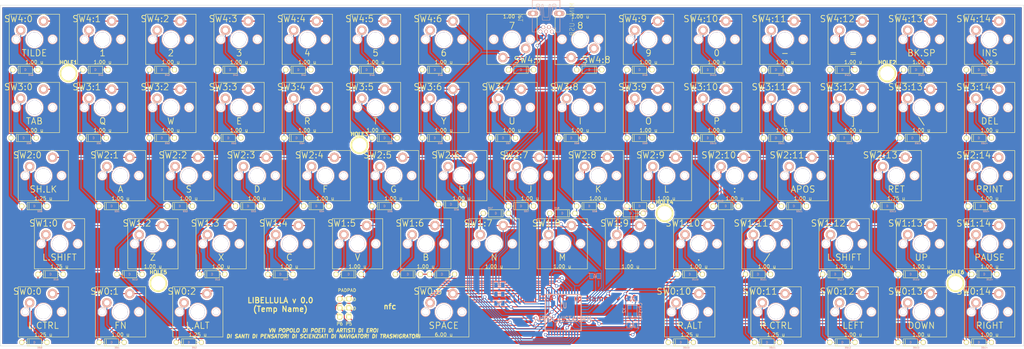
<source format=kicad_pcb>
(kicad_pcb (version 3) (host pcbnew "(2013-mar-13)-testing")
  (title_block (title "15x5 Keyboard schematics") (rev 0.0))
  (layers (15 F.Cu signal) (0 B.Cu signal) (18 B.Paste user) (19 F.Paste user) (20 B.SilkS user) (21 F.SilkS user) (22 B.Mask user) (23 F.Mask user) (28 Edge.Cuts user))
  (net 0 "")
  (net 1 /COL0)
  (net 2 /COL1)
  (net 3 /COL10)
  (net 4 /COL11)
  (net 5 /COL12)
  (net 6 /COL13)
  (net 7 /COL14)
  (net 8 /COL2)
  (net 9 /COL3)
  (net 10 /COL4)
  (net 11 /COL5)
  (net 12 /COL6)
  (net 13 /COL7)
  (net 14 /COL8)
  (net 15 /COL9)
  (net 16 /D+)
  (net 17 /D-)
  (net 18 /MISO)
  (net 19 /MOSI)
  (net 20 /ROW0)
  (net 21 /ROW1)
  (net 22 /ROW2)
  (net 23 /ROW3)
  (net 24 /ROW4)
  (net 25 /SCLK)
  (net 26 /VCC)
  (net 27 /~RST~)
  (net 28 GND)
  (net 29 N-000001)
  (net 30 N-0000010)
  (net 31 N-00000100)
  (net 32 N-00000101)
  (net 33 N-00000105)
  (net 34 N-00000106)
  (net 35 N-0000011)
  (net 36 N-0000012)
  (net 37 N-0000013)
  (net 38 N-0000014)
  (net 39 N-0000016)
  (net 40 N-0000017)
  (net 41 N-0000018)
  (net 42 N-0000019)
  (net 43 N-000002)
  (net 44 N-0000021)
  (net 45 N-0000022)
  (net 46 N-0000023)
  (net 47 N-0000024)
  (net 48 N-0000025)
  (net 49 N-0000026)
  (net 50 N-0000027)
  (net 51 N-0000028)
  (net 52 N-0000029)
  (net 53 N-000003)
  (net 54 N-0000030)
  (net 55 N-0000031)
  (net 56 N-0000032)
  (net 57 N-0000034)
  (net 58 N-0000035)
  (net 59 N-0000036)
  (net 60 N-0000037)
  (net 61 N-0000039)
  (net 62 N-000004)
  (net 63 N-0000041)
  (net 64 N-0000042)
  (net 65 N-0000044)
  (net 66 N-0000045)
  (net 67 N-0000051)
  (net 68 N-0000052)
  (net 69 N-0000053)
  (net 70 N-0000054)
  (net 71 N-0000059)
  (net 72 N-000006)
  (net 73 N-0000068)
  (net 74 N-0000069)
  (net 75 N-000007)
  (net 76 N-0000070)
  (net 77 N-0000071)
  (net 78 N-0000073)
  (net 79 N-0000074)
  (net 80 N-0000075)
  (net 81 N-0000076)
  (net 82 N-0000078)
  (net 83 N-0000079)
  (net 84 N-0000080)
  (net 85 N-0000081)
  (net 86 N-0000082)
  (net 87 N-0000083)
  (net 88 N-0000084)
  (net 89 N-0000085)
  (net 90 N-0000086)
  (net 91 N-0000088)
  (net 92 N-0000089)
  (net 93 N-000009)
  (net 94 N-0000090)
  (net 95 N-0000091)
  (net 96 N-0000092)
  (net 97 N-0000093)
  (net 98 N-0000094)
  (net 99 N-0000095)
  (net 100 N-0000096)
  (net 101 N-0000098)
  (net 102 N-0000099)
  (module SM0805 (layer B.Cu) (at 204.47 176.53 180)
    (fp_text reference R2 (at 0 0.3175 180) (layer B.SilkS) (effects (font (size 0.50038 0.50038) (thickness 0.10922)) (justify mirror)))
    (fp_text value 22 (at 0 -0.381 180) (layer B.SilkS) (effects (font (size 0.50038 0.50038) (thickness 0.10922)) (justify mirror)))
    (pad 1 smd rect (at -0.9525 0 180) (size 0.889 1.397) (layers B.Cu B.Paste B.Mask) (net 70 N-0000054))
    (pad 2 smd rect (at 0.9525 0 180) (size 0.889 1.397) (layers B.Cu B.Paste B.Mask) (net 17 /D-))
  )
  (module SM0805 (layer B.Cu) (at 204.47 179.07 180)
    (fp_text reference R1 (at 0 0.3175 180) (layer B.SilkS) (effects (font (size 0.50038 0.50038) (thickness 0.10922)) (justify mirror)))
    (fp_text value 22 (at 0 -0.381 180) (layer B.SilkS) (effects (font (size 0.50038 0.50038) (thickness 0.10922)) (justify mirror)))
    (pad 1 smd rect (at -0.9525 0 180) (size 0.889 1.397) (layers B.Cu B.Paste B.Mask) (net 69 N-0000053))
    (pad 2 smd rect (at 0.9525 0 180) (size 0.889 1.397) (layers B.Cu B.Paste B.Mask) (net 16 /D+))
  )
  (module SM0805 (layer B.Cu) (at 241.51 187.73 180)
    (fp_text reference C2 (at 0 0.3175 180) (layer B.SilkS) (effects (font (size 0.50038 0.50038) (thickness 0.10922)) (justify mirror)))
    (fp_text value 10pF (at 0 -0.381 180) (layer B.SilkS) (effects (font (size 0.50038 0.50038) (thickness 0.10922)) (justify mirror)))
    (pad 1 smd rect (at -0.9525 0 180) (size 0.889 1.397) (layers B.Cu B.Paste B.Mask) (net 34 N-00000106))
    (pad 2 smd rect (at 0.9525 0 180) (size 0.889 1.397) (layers B.Cu B.Paste B.Mask) (net 28 GND))
  )
  (module SM0805 (layer B.Cu) (at 241.51 180.23 180)
    (fp_text reference C3 (at 0 0.3175 180) (layer B.SilkS) (effects (font (size 0.50038 0.50038) (thickness 0.10922)) (justify mirror)))
    (fp_text value 10pF (at 0 -0.381 180) (layer B.SilkS) (effects (font (size 0.50038 0.50038) (thickness 0.10922)) (justify mirror)))
    (pad 1 smd rect (at -0.9525 0 180) (size 0.889 1.397) (layers B.Cu B.Paste B.Mask) (net 33 N-00000105))
    (pad 2 smd rect (at 0.9525 0 180) (size 0.889 1.397) (layers B.Cu B.Paste B.Mask) (net 28 GND))
  )
  (module SM0805 (layer B.Cu) (at 204.47 181.61)
    (fp_text reference C1 (at 0 0.3175) (layer B.SilkS) (effects (font (size 0.50038 0.50038) (thickness 0.10922)) (justify mirror)))
    (fp_text value 10uF (at 0 -0.381) (layer B.SilkS) (effects (font (size 0.50038 0.50038) (thickness 0.10922)) (justify mirror)))
    (pad 1 smd rect (at -0.9525 0) (size 0.889 1.397) (layers B.Cu B.Paste B.Mask) (net 67 N-0000051))
    (pad 2 smd rect (at 0.9525 0) (size 0.889 1.397) (layers B.Cu B.Paste B.Mask) (net 28 GND))
  )
  (module SM0805 (layer B.Cu) (at 231.14 173.99)
    (fp_text reference R3 (at 0 0.3175) (layer B.SilkS) (effects (font (size 0.50038 0.50038) (thickness 0.10922)) (justify mirror)))
    (fp_text value 1K (at 0 -0.381) (layer B.SilkS) (effects (font (size 0.50038 0.50038) (thickness 0.10922)) (justify mirror)))
    (pad 1 smd rect (at -0.9525 0) (size 0.889 1.397) (layers B.Cu B.Paste B.Mask) (net 28 GND))
    (pad 2 smd rect (at 0.9525 0) (size 0.889 1.397) (layers B.Cu B.Paste B.Mask) (net 68 N-0000052))
  )
  (module TQFP44 (layer B.Cu) (at 222.25 184.15 180)
    (fp_text reference U1 (at 0 1.905 180) (layer B.SilkS) (effects (font (size 1.524 1.016) (thickness 0.2032)) (justify mirror)))
    (fp_text value ATMEGA32U4_TQFP44 (at 0 -1.905 180) (layer B.SilkS) (effects (font (size 1.524 1.016) (thickness 0.2032)) (justify mirror)))
    (pad 39 smd rect (at 0 5.715 180) (size 0.4064 1.524) (layers B.Cu B.Paste B.Mask) (net 9 /COL3))
    (pad 40 smd rect (at -0.8001 5.715 180) (size 0.4064 1.524) (layers B.Cu B.Paste B.Mask) (net 10 /COL4))
    (pad 41 smd rect (at -1.6002 5.715 180) (size 0.4064 1.524) (layers B.Cu B.Paste B.Mask) (net 11 /COL5))
    (pad 42 smd rect (at -2.4003 5.715 180) (size 0.4064 1.524) (layers B.Cu B.Paste B.Mask) (net 12 /COL6))
    (pad 43 smd rect (at -3.2004 5.715 180) (size 0.4064 1.524) (layers B.Cu B.Paste B.Mask) (net 28 GND))
    (pad 44 smd rect (at -4.0005 5.715 180) (size 0.4064 1.524) (layers B.Cu B.Paste B.Mask) (net 71 N-0000059))
    (pad 38 smd rect (at 0.8001 5.715 180) (size 0.4064 1.524) (layers B.Cu B.Paste B.Mask) (net 8 /COL2))
    (pad 37 smd rect (at 1.6002 5.715 180) (size 0.4064 1.524) (layers B.Cu B.Paste B.Mask) (net 2 /COL1))
    (pad 36 smd rect (at 2.4003 5.715 180) (size 0.4064 1.524) (layers B.Cu B.Paste B.Mask) (net 1 /COL0))
    (pad 35 smd rect (at 3.2004 5.715 180) (size 0.4064 1.524) (layers B.Cu B.Paste B.Mask) (net 28 GND))
    (pad 34 smd rect (at 4.0005 5.715 180) (size 0.4064 1.524) (layers B.Cu B.Paste B.Mask) (net 71 N-0000059))
    (pad 17 smd rect (at 0 -5.715 180) (size 0.4064 1.524) (layers B.Cu B.Paste B.Mask) (net 33 N-00000105))
    (pad 16 smd rect (at -0.8001 -5.715 180) (size 0.4064 1.524) (layers B.Cu B.Paste B.Mask) (net 20 /ROW0))
    (pad 15 smd rect (at -1.6002 -5.715 180) (size 0.4064 1.524) (layers B.Cu B.Paste B.Mask) (net 21 /ROW1))
    (pad 14 smd rect (at -2.4003 -5.715 180) (size 0.4064 1.524) (layers B.Cu B.Paste B.Mask) (net 22 /ROW2))
    (pad 13 smd rect (at -3.2004 -5.715 180) (size 0.4064 1.524) (layers B.Cu B.Paste B.Mask) (net 23 /ROW3))
    (pad 12 smd rect (at -4.0005 -5.715 180) (size 0.4064 1.524) (layers B.Cu B.Paste B.Mask) (net 24 /ROW4))
    (pad 18 smd rect (at 0.8001 -5.715 180) (size 0.4064 1.524) (layers B.Cu B.Paste B.Mask) (net 34 N-00000106))
    (pad 19 smd rect (at 1.6002 -5.715 180) (size 0.4064 1.524) (layers B.Cu B.Paste B.Mask) (net 28 GND))
    (pad 20 smd rect (at 2.4003 -5.715 180) (size 0.4064 1.524) (layers B.Cu B.Paste B.Mask) (net 71 N-0000059))
    (pad 21 smd rect (at 3.2004 -5.715 180) (size 0.4064 1.524) (layers B.Cu B.Paste B.Mask) (net 27 /~RST~))
    (pad 22 smd rect (at 4.0005 -5.715 180) (size 0.4064 1.524) (layers B.Cu B.Paste B.Mask))
    (pad 6 smd rect (at -5.715 0 180) (size 1.524 0.4064) (layers B.Cu B.Paste B.Mask) (net 4 /COL11))
    (pad 28 smd rect (at 5.715 0 180) (size 1.524 0.4064) (layers B.Cu B.Paste B.Mask) (net 67 N-0000051))
    (pad 7 smd rect (at -5.715 -0.8001 180) (size 1.524 0.4064) (layers B.Cu B.Paste B.Mask) (net 5 /COL12))
    (pad 27 smd rect (at 5.715 -0.8001 180) (size 1.524 0.4064) (layers B.Cu B.Paste B.Mask) (net 71 N-0000059))
    (pad 26 smd rect (at 5.715 -1.6002 180) (size 1.524 0.4064) (layers B.Cu B.Paste B.Mask))
    (pad 8 smd rect (at -5.715 -1.6002 180) (size 1.524 0.4064) (layers B.Cu B.Paste B.Mask) (net 6 /COL13))
    (pad 9 smd rect (at -5.715 -2.4003 180) (size 1.524 0.4064) (layers B.Cu B.Paste B.Mask) (net 7 /COL14))
    (pad 25 smd rect (at 5.715 -2.4003 180) (size 1.524 0.4064) (layers B.Cu B.Paste B.Mask) (net 25 /SCLK))
    (pad 24 smd rect (at 5.715 -3.2004 180) (size 1.524 0.4064) (layers B.Cu B.Paste B.Mask) (net 19 /MOSI))
    (pad 10 smd rect (at -5.715 -3.2004 180) (size 1.524 0.4064) (layers B.Cu B.Paste B.Mask) (net 71 N-0000059))
    (pad 11 smd rect (at -5.715 -4.0005 180) (size 1.524 0.4064) (layers B.Cu B.Paste B.Mask) (net 28 GND))
    (pad 23 smd rect (at 5.715 -4.0005 180) (size 1.524 0.4064) (layers B.Cu B.Paste B.Mask) (net 18 /MISO))
    (pad 29 smd rect (at 5.715 0.8001 180) (size 1.524 0.4064) (layers B.Cu B.Paste B.Mask) (net 28 GND))
    (pad 5 smd rect (at -5.715 0.8001 180) (size 1.524 0.4064) (layers B.Cu B.Paste B.Mask) (net 3 /COL10))
    (pad 4 smd rect (at -5.715 1.6002 180) (size 1.524 0.4064) (layers B.Cu B.Paste B.Mask) (net 15 /COL9))
    (pad 30 smd rect (at 5.715 1.6002 180) (size 1.524 0.4064) (layers B.Cu B.Paste B.Mask) (net 69 N-0000053))
    (pad 31 smd rect (at 5.715 2.4003 180) (size 1.524 0.4064) (layers B.Cu B.Paste B.Mask) (net 70 N-0000054))
    (pad 3 smd rect (at -5.715 2.4003 180) (size 1.524 0.4064) (layers B.Cu B.Paste B.Mask) (net 14 /COL8))
    (pad 2 smd rect (at -5.715 3.2004 180) (size 1.524 0.4064) (layers B.Cu B.Paste B.Mask) (net 13 /COL7))
    (pad 32 smd rect (at 5.715 3.2004 180) (size 1.524 0.4064) (layers B.Cu B.Paste B.Mask) (net 26 /VCC))
    (pad 33 smd rect (at 5.715 4.0005 180) (size 1.524 0.4064) (layers B.Cu B.Paste B.Mask))
    (pad 1 smd rect (at -5.715 4.0005 180) (size 1.524 0.4064) (layers B.Cu B.Paste B.Mask) (net 68 N-0000052))
  )
  (module PAD (layer F.Cu) (at 162.56 180.34)
    (fp_text reference P1 (at 0 1.905) (layer F.SilkS) (effects (font (size 0.9 0.9))))
    (fp_text value PAD (at 0.762 -2.3495) (layer F.SilkS) (effects (font (size 0.9 0.9))))
    (pad 1 thru_hole circle (at 0 0) (size 1.5 1.5) (drill 0.9) (layers *.Cu *.Mask F.SilkS) (net 26 /VCC))
  )
  (module PAD (layer F.Cu) (at 162.56 182.88)
    (fp_text reference P3 (at 0 1.905) (layer F.SilkS) (effects (font (size 0.9 0.9))))
    (fp_text value PAD (at 0.762 -2.3495) (layer F.SilkS) (effects (font (size 0.9 0.9))))
    (pad 1 thru_hole circle (at 0 0) (size 1.5 1.5) (drill 0.9) (layers *.Cu *.Mask F.SilkS) (net 25 /SCLK))
  )
  (module PAD (layer F.Cu) (at 162.56 185.42)
    (fp_text reference P5 (at 0 1.905) (layer F.SilkS) (effects (font (size 0.9 0.9))))
    (fp_text value PAD (at 0.762 -2.3495) (layer F.SilkS) (effects (font (size 0.9 0.9))))
    (pad 1 thru_hole circle (at 0 0) (size 1.5 1.5) (drill 0.9) (layers *.Cu *.Mask F.SilkS) (net 27 /~RST~))
  )
  (module PAD (layer F.Cu) (at 160.02 180.34)
    (fp_text reference P2 (at 0 1.905) (layer F.SilkS) (effects (font (size 0.9 0.9))))
    (fp_text value PAD (at 0.762 -2.3495) (layer F.SilkS) (effects (font (size 0.9 0.9))))
    (pad 1 thru_hole circle (at 0 0) (size 1.5 1.5) (drill 0.9) (layers *.Cu *.Mask F.SilkS) (net 18 /MISO))
  )
  (module PAD (layer F.Cu) (at 160.02 182.88)
    (fp_text reference P4 (at 0 1.905) (layer F.SilkS) (effects (font (size 0.9 0.9))))
    (fp_text value PAD (at 0.762 -2.3495) (layer F.SilkS) (effects (font (size 0.9 0.9))))
    (pad 1 thru_hole circle (at 0 0) (size 1.5 1.5) (drill 0.9) (layers *.Cu *.Mask F.SilkS) (net 19 /MOSI))
  )
  (module PAD (layer F.Cu) (at 160.02 185.42)
    (fp_text reference P6 (at 0 1.905) (layer F.SilkS) (effects (font (size 0.9 0.9))))
    (fp_text value PAD (at 0.762 -2.3495) (layer F.SilkS) (effects (font (size 0.9 0.9))))
    (pad 1 thru_hole circle (at 0 0) (size 1.5 1.5) (drill 0.9) (layers *.Cu *.Mask F.SilkS) (net 28 GND))
  )
  (module SW_PCB_2PIN-19x19.2-1.00u (layer F.Cu) (at 75 108)
    (fp_text reference SW4:0 (at -4.445 -5.715) (layer F.SilkS) (effects (font (size 1.778 1.778) (thickness 0.2032))))
    (fp_text value TILDE (at 0 3.81) (layer F.SilkS) (effects (font (size 1.778 1.778) (thickness 0.2032))))
    (fp_text user "1.00 u" (at 0 6.35) (layer F.SilkS))
    (pad 1 thru_hole circle (at 2.54 -5.08) (size 2.667 2.667) (drill 1.4986) (layers *.Cu *.SilkS *.Mask) (net 24 /ROW4))
    (pad 2 thru_hole circle (at -3.81 -2.54) (size 2.667 2.667) (drill 1.4986) (layers *.Cu *.SilkS *.Mask) (net 95 N-0000091))
    (pad HOLE thru_hole circle (at 5.08 0) (size 1.7018 1.7018) (drill 1.7018) (layers *.Cu))
    (pad HOLE thru_hole circle (at -5.08 0) (size 1.7018 1.7018) (drill 1.7018) (layers *.Cu))
    (pad HOLE thru_hole circle (at 0 0) (size 3.9878 3.9878) (drill 3.9878) (layers *.Cu))
  )
  (module SW_PCB_2PIN-19x19.2-1.00u (layer F.Cu) (at 75 127)
    (fp_text reference SW3:0 (at -4.445 -5.715) (layer F.SilkS) (effects (font (size 1.778 1.778) (thickness 0.2032))))
    (fp_text value TAB (at 0 3.81) (layer F.SilkS) (effects (font (size 1.778 1.778) (thickness 0.2032))))
    (fp_text user "1.00 u" (at 0 6.35) (layer F.SilkS))
    (pad 1 thru_hole circle (at 2.54 -5.08) (size 2.667 2.667) (drill 1.4986) (layers *.Cu *.SilkS *.Mask) (net 23 /ROW3))
    (pad 2 thru_hole circle (at -3.81 -2.54) (size 2.667 2.667) (drill 1.4986) (layers *.Cu *.SilkS *.Mask) (net 94 N-0000090))
    (pad HOLE thru_hole circle (at 5.08 0) (size 1.7018 1.7018) (drill 1.7018) (layers *.Cu))
    (pad HOLE thru_hole circle (at -5.08 0) (size 1.7018 1.7018) (drill 1.7018) (layers *.Cu))
    (pad HOLE thru_hole circle (at 0 0) (size 3.9878 3.9878) (drill 3.9878) (layers *.Cu))
  )
  (module SW_PCB_2PIN-19x19.2-1.00u (layer F.Cu) (at 189 108)
    (fp_text reference SW4:6 (at -4.445 -5.715) (layer F.SilkS) (effects (font (size 1.778 1.778) (thickness 0.2032))))
    (fp_text value 6 (at 0 3.81) (layer F.SilkS) (effects (font (size 1.778 1.778) (thickness 0.2032))))
    (fp_text user "1.00 u" (at 0 6.35) (layer F.SilkS))
    (pad 1 thru_hole circle (at 2.54 -5.08) (size 2.667 2.667) (drill 1.4986) (layers *.Cu *.SilkS *.Mask) (net 24 /ROW4))
    (pad 2 thru_hole circle (at -3.81 -2.54) (size 2.667 2.667) (drill 1.4986) (layers *.Cu *.SilkS *.Mask) (net 63 N-0000041))
    (pad HOLE thru_hole circle (at 5.08 0) (size 1.7018 1.7018) (drill 1.7018) (layers *.Cu))
    (pad HOLE thru_hole circle (at -5.08 0) (size 1.7018 1.7018) (drill 1.7018) (layers *.Cu))
    (pad HOLE thru_hole circle (at 0 0) (size 3.9878 3.9878) (drill 3.9878) (layers *.Cu))
  )
  (module SW_PCB_2PIN-19x19.2-1.00u (layer F.Cu) (at 132 108)
    (fp_text reference SW4:3 (at -4.445 -5.715) (layer F.SilkS) (effects (font (size 1.778 1.778) (thickness 0.2032))))
    (fp_text value 3 (at 0 3.81) (layer F.SilkS) (effects (font (size 1.778 1.778) (thickness 0.2032))))
    (fp_text user "1.00 u" (at 0 6.35) (layer F.SilkS))
    (pad 1 thru_hole circle (at 2.54 -5.08) (size 2.667 2.667) (drill 1.4986) (layers *.Cu *.SilkS *.Mask) (net 24 /ROW4))
    (pad 2 thru_hole circle (at -3.81 -2.54) (size 2.667 2.667) (drill 1.4986) (layers *.Cu *.SilkS *.Mask) (net 31 N-00000100))
    (pad HOLE thru_hole circle (at 5.08 0) (size 1.7018 1.7018) (drill 1.7018) (layers *.Cu))
    (pad HOLE thru_hole circle (at -5.08 0) (size 1.7018 1.7018) (drill 1.7018) (layers *.Cu))
    (pad HOLE thru_hole circle (at 0 0) (size 3.9878 3.9878) (drill 3.9878) (layers *.Cu))
  )
  (module SW_PCB_2PIN-19x19.2-1.00u (layer F.Cu) (at 175 146)
    (fp_text reference SW2:5 (at -4.445 -5.715) (layer F.SilkS) (effects (font (size 1.778 1.778) (thickness 0.2032))))
    (fp_text value G (at 0 3.81) (layer F.SilkS) (effects (font (size 1.778 1.778) (thickness 0.2032))))
    (fp_text user "1.00 u" (at 0 6.35) (layer F.SilkS))
    (pad 1 thru_hole circle (at 2.54 -5.08) (size 2.667 2.667) (drill 1.4986) (layers *.Cu *.SilkS *.Mask) (net 22 /ROW2))
    (pad 2 thru_hole circle (at -3.81 -2.54) (size 2.667 2.667) (drill 1.4986) (layers *.Cu *.SilkS *.Mask) (net 51 N-0000028))
    (pad HOLE thru_hole circle (at 5.08 0) (size 1.7018 1.7018) (drill 1.7018) (layers *.Cu))
    (pad HOLE thru_hole circle (at -5.08 0) (size 1.7018 1.7018) (drill 1.7018) (layers *.Cu))
    (pad HOLE thru_hole circle (at 0 0) (size 3.9878 3.9878) (drill 3.9878) (layers *.Cu))
  )
  (module SW_PCB_2PIN-19x19.2-1.00u (layer F.Cu) (at 99 184)
    (fp_text reference SW0:1 (at -4.445 -5.715) (layer F.SilkS) (effects (font (size 1.778 1.778) (thickness 0.2032))))
    (fp_text value FN (at 0 3.81) (layer F.SilkS) (effects (font (size 1.778 1.778) (thickness 0.2032))))
    (fp_text user "1.00 u" (at 0 6.35) (layer F.SilkS))
    (pad 1 thru_hole circle (at 2.54 -5.08) (size 2.667 2.667) (drill 1.4986) (layers *.Cu *.SilkS *.Mask) (net 20 /ROW0))
    (pad 2 thru_hole circle (at -3.81 -2.54) (size 2.667 2.667) (drill 1.4986) (layers *.Cu *.SilkS *.Mask) (net 90 N-0000086))
    (pad HOLE thru_hole circle (at 5.08 0) (size 1.7018 1.7018) (drill 1.7018) (layers *.Cu))
    (pad HOLE thru_hole circle (at -5.08 0) (size 1.7018 1.7018) (drill 1.7018) (layers *.Cu))
    (pad HOLE thru_hole circle (at 0 0) (size 3.9878 3.9878) (drill 3.9878) (layers *.Cu))
  )
  (module SW_PCB_2PIN-19x19.2-1.00u (layer F.Cu) (at 127 165)
    (fp_text reference SW1:3 (at -4.445 -5.715) (layer F.SilkS) (effects (font (size 1.778 1.778) (thickness 0.2032))))
    (fp_text value X (at 0 3.81) (layer F.SilkS) (effects (font (size 1.778 1.778) (thickness 0.2032))))
    (fp_text user "1.00 u" (at 0 6.35) (layer F.SilkS))
    (pad 1 thru_hole circle (at 2.54 -5.08) (size 2.667 2.667) (drill 1.4986) (layers *.Cu *.SilkS *.Mask) (net 21 /ROW1))
    (pad 2 thru_hole circle (at -3.81 -2.54) (size 2.667 2.667) (drill 1.4986) (layers *.Cu *.SilkS *.Mask) (net 32 N-00000101))
    (pad HOLE thru_hole circle (at 5.08 0) (size 1.7018 1.7018) (drill 1.7018) (layers *.Cu))
    (pad HOLE thru_hole circle (at -5.08 0) (size 1.7018 1.7018) (drill 1.7018) (layers *.Cu))
    (pad HOLE thru_hole circle (at 0 0) (size 3.9878 3.9878) (drill 3.9878) (layers *.Cu))
  )
  (module SW_PCB_2PIN-19x19.2-1.00u (layer F.Cu) (at 146 165)
    (fp_text reference SW1:4 (at -4.445 -5.715) (layer F.SilkS) (effects (font (size 1.778 1.778) (thickness 0.2032))))
    (fp_text value C (at 0 3.81) (layer F.SilkS) (effects (font (size 1.778 1.778) (thickness 0.2032))))
    (fp_text user "1.00 u" (at 0 6.35) (layer F.SilkS))
    (pad 1 thru_hole circle (at 2.54 -5.08) (size 2.667 2.667) (drill 1.4986) (layers *.Cu *.SilkS *.Mask) (net 21 /ROW1))
    (pad 2 thru_hole circle (at -3.81 -2.54) (size 2.667 2.667) (drill 1.4986) (layers *.Cu *.SilkS *.Mask) (net 56 N-0000032))
    (pad HOLE thru_hole circle (at 5.08 0) (size 1.7018 1.7018) (drill 1.7018) (layers *.Cu))
    (pad HOLE thru_hole circle (at -5.08 0) (size 1.7018 1.7018) (drill 1.7018) (layers *.Cu))
    (pad HOLE thru_hole circle (at 0 0) (size 3.9878 3.9878) (drill 3.9878) (layers *.Cu))
  )
  (module SW_PCB_2PIN-19x19.2-1.00u (layer F.Cu) (at 170 127)
    (fp_text reference SW3:5 (at -4.445 -5.715) (layer F.SilkS) (effects (font (size 1.778 1.778) (thickness 0.2032))))
    (fp_text value T (at 0 3.81) (layer F.SilkS) (effects (font (size 1.778 1.778) (thickness 0.2032))))
    (fp_text user "1.00 u" (at 0 6.35) (layer F.SilkS))
    (pad 1 thru_hole circle (at 2.54 -5.08) (size 2.667 2.667) (drill 1.4986) (layers *.Cu *.SilkS *.Mask) (net 23 /ROW3))
    (pad 2 thru_hole circle (at -3.81 -2.54) (size 2.667 2.667) (drill 1.4986) (layers *.Cu *.SilkS *.Mask) (net 50 N-0000027))
    (pad HOLE thru_hole circle (at 5.08 0) (size 1.7018 1.7018) (drill 1.7018) (layers *.Cu))
    (pad HOLE thru_hole circle (at -5.08 0) (size 1.7018 1.7018) (drill 1.7018) (layers *.Cu))
    (pad HOLE thru_hole circle (at 0 0) (size 3.9878 3.9878) (drill 3.9878) (layers *.Cu))
  )
  (module SW_PCB_2PIN-19x19.2-1.00u (layer F.Cu) (at 151 108)
    (fp_text reference SW4:4 (at -4.445 -5.715) (layer F.SilkS) (effects (font (size 1.778 1.778) (thickness 0.2032))))
    (fp_text value 4 (at 0 3.81) (layer F.SilkS) (effects (font (size 1.778 1.778) (thickness 0.2032))))
    (fp_text user "1.00 u" (at 0 6.35) (layer F.SilkS))
    (pad 1 thru_hole circle (at 2.54 -5.08) (size 2.667 2.667) (drill 1.4986) (layers *.Cu *.SilkS *.Mask) (net 24 /ROW4))
    (pad 2 thru_hole circle (at -3.81 -2.54) (size 2.667 2.667) (drill 1.4986) (layers *.Cu *.SilkS *.Mask) (net 55 N-0000031))
    (pad HOLE thru_hole circle (at 5.08 0) (size 1.7018 1.7018) (drill 1.7018) (layers *.Cu))
    (pad HOLE thru_hole circle (at -5.08 0) (size 1.7018 1.7018) (drill 1.7018) (layers *.Cu))
    (pad HOLE thru_hole circle (at 0 0) (size 3.9878 3.9878) (drill 3.9878) (layers *.Cu))
  )
  (module SW_PCB_2PIN-19x19.2-1.00u (layer F.Cu) (at 94 127)
    (fp_text reference SW3:1 (at -4.445 -5.715) (layer F.SilkS) (effects (font (size 1.778 1.778) (thickness 0.2032))))
    (fp_text value Q (at 0 3.81) (layer F.SilkS) (effects (font (size 1.778 1.778) (thickness 0.2032))))
    (fp_text user "1.00 u" (at 0 6.35) (layer F.SilkS))
    (pad 1 thru_hole circle (at 2.54 -5.08) (size 2.667 2.667) (drill 1.4986) (layers *.Cu *.SilkS *.Mask) (net 23 /ROW3))
    (pad 2 thru_hole circle (at -3.81 -2.54) (size 2.667 2.667) (drill 1.4986) (layers *.Cu *.SilkS *.Mask) (net 88 N-0000084))
    (pad HOLE thru_hole circle (at 5.08 0) (size 1.7018 1.7018) (drill 1.7018) (layers *.Cu))
    (pad HOLE thru_hole circle (at -5.08 0) (size 1.7018 1.7018) (drill 1.7018) (layers *.Cu))
    (pad HOLE thru_hole circle (at 0 0) (size 3.9878 3.9878) (drill 3.9878) (layers *.Cu))
  )
  (module SW_PCB_2PIN-19x19.2-1.00u (layer F.Cu) (at 165 165)
    (fp_text reference SW1:5 (at -4.445 -5.715) (layer F.SilkS) (effects (font (size 1.778 1.778) (thickness 0.2032))))
    (fp_text value V (at 0 3.81) (layer F.SilkS) (effects (font (size 1.778 1.778) (thickness 0.2032))))
    (fp_text user "1.00 u" (at 0 6.35) (layer F.SilkS))
    (pad 1 thru_hole circle (at 2.54 -5.08) (size 2.667 2.667) (drill 1.4986) (layers *.Cu *.SilkS *.Mask) (net 21 /ROW1))
    (pad 2 thru_hole circle (at -3.81 -2.54) (size 2.667 2.667) (drill 1.4986) (layers *.Cu *.SilkS *.Mask) (net 49 N-0000026))
    (pad HOLE thru_hole circle (at 5.08 0) (size 1.7018 1.7018) (drill 1.7018) (layers *.Cu))
    (pad HOLE thru_hole circle (at -5.08 0) (size 1.7018 1.7018) (drill 1.7018) (layers *.Cu))
    (pad HOLE thru_hole circle (at 0 0) (size 3.9878 3.9878) (drill 3.9878) (layers *.Cu))
  )
  (module SW_PCB_2PIN-19x19.2-1.00u (layer F.Cu) (at 132 127)
    (fp_text reference SW3:3 (at -4.445 -5.715) (layer F.SilkS) (effects (font (size 1.778 1.778) (thickness 0.2032))))
    (fp_text value E (at 0 3.81) (layer F.SilkS) (effects (font (size 1.778 1.778) (thickness 0.2032))))
    (fp_text user "1.00 u" (at 0 6.35) (layer F.SilkS))
    (pad 1 thru_hole circle (at 2.54 -5.08) (size 2.667 2.667) (drill 1.4986) (layers *.Cu *.SilkS *.Mask) (net 23 /ROW3))
    (pad 2 thru_hole circle (at -3.81 -2.54) (size 2.667 2.667) (drill 1.4986) (layers *.Cu *.SilkS *.Mask) (net 52 N-0000029))
    (pad HOLE thru_hole circle (at 5.08 0) (size 1.7018 1.7018) (drill 1.7018) (layers *.Cu))
    (pad HOLE thru_hole circle (at -5.08 0) (size 1.7018 1.7018) (drill 1.7018) (layers *.Cu))
    (pad HOLE thru_hole circle (at 0 0) (size 3.9878 3.9878) (drill 3.9878) (layers *.Cu))
  )
  (module SW_PCB_2PIN-19x19.2-1.00u (layer F.Cu) (at 118 146)
    (fp_text reference SW2:2 (at -4.445 -5.715) (layer F.SilkS) (effects (font (size 1.778 1.778) (thickness 0.2032))))
    (fp_text value S (at 0 3.81) (layer F.SilkS) (effects (font (size 1.778 1.778) (thickness 0.2032))))
    (fp_text user "1.00 u" (at 0 6.35) (layer F.SilkS))
    (pad 1 thru_hole circle (at 2.54 -5.08) (size 2.667 2.667) (drill 1.4986) (layers *.Cu *.SilkS *.Mask) (net 22 /ROW2))
    (pad 2 thru_hole circle (at -3.81 -2.54) (size 2.667 2.667) (drill 1.4986) (layers *.Cu *.SilkS *.Mask) (net 102 N-0000099))
    (pad HOLE thru_hole circle (at 5.08 0) (size 1.7018 1.7018) (drill 1.7018) (layers *.Cu))
    (pad HOLE thru_hole circle (at -5.08 0) (size 1.7018 1.7018) (drill 1.7018) (layers *.Cu))
    (pad HOLE thru_hole circle (at 0 0) (size 3.9878 3.9878) (drill 3.9878) (layers *.Cu))
  )
  (module SW_PCB_2PIN-19x19.2-1.00u (layer F.Cu) (at 99 146)
    (fp_text reference SW2:1 (at -4.445 -5.715) (layer F.SilkS) (effects (font (size 1.778 1.778) (thickness 0.2032))))
    (fp_text value A (at 0 3.81) (layer F.SilkS) (effects (font (size 1.778 1.778) (thickness 0.2032))))
    (fp_text user "1.00 u" (at 0 6.35) (layer F.SilkS))
    (pad 1 thru_hole circle (at 2.54 -5.08) (size 2.667 2.667) (drill 1.4986) (layers *.Cu *.SilkS *.Mask) (net 22 /ROW2))
    (pad 2 thru_hole circle (at -3.81 -2.54) (size 2.667 2.667) (drill 1.4986) (layers *.Cu *.SilkS *.Mask) (net 91 N-0000088))
    (pad HOLE thru_hole circle (at 5.08 0) (size 1.7018 1.7018) (drill 1.7018) (layers *.Cu))
    (pad HOLE thru_hole circle (at -5.08 0) (size 1.7018 1.7018) (drill 1.7018) (layers *.Cu))
    (pad HOLE thru_hole circle (at 0 0) (size 3.9878 3.9878) (drill 3.9878) (layers *.Cu))
  )
  (module SW_PCB_2PIN-19x19.2-1.00u (layer F.Cu) (at 170 108)
    (fp_text reference SW4:5 (at -4.445 -5.715) (layer F.SilkS) (effects (font (size 1.778 1.778) (thickness 0.2032))))
    (fp_text value 5 (at 0 3.81) (layer F.SilkS) (effects (font (size 1.778 1.778) (thickness 0.2032))))
    (fp_text user "1.00 u" (at 0 6.35) (layer F.SilkS))
    (pad 1 thru_hole circle (at 2.54 -5.08) (size 2.667 2.667) (drill 1.4986) (layers *.Cu *.SilkS *.Mask) (net 24 /ROW4))
    (pad 2 thru_hole circle (at -3.81 -2.54) (size 2.667 2.667) (drill 1.4986) (layers *.Cu *.SilkS *.Mask) (net 46 N-0000023))
    (pad HOLE thru_hole circle (at 5.08 0) (size 1.7018 1.7018) (drill 1.7018) (layers *.Cu))
    (pad HOLE thru_hole circle (at -5.08 0) (size 1.7018 1.7018) (drill 1.7018) (layers *.Cu))
    (pad HOLE thru_hole circle (at 0 0) (size 3.9878 3.9878) (drill 3.9878) (layers *.Cu))
  )
  (module SW_PCB_2PIN-19x19.2-1.00u (layer F.Cu) (at 151 127)
    (fp_text reference SW3:4 (at -4.445 -5.715) (layer F.SilkS) (effects (font (size 1.778 1.778) (thickness 0.2032))))
    (fp_text value R (at 0 3.81) (layer F.SilkS) (effects (font (size 1.778 1.778) (thickness 0.2032))))
    (fp_text user "1.00 u" (at 0 6.35) (layer F.SilkS))
    (pad 1 thru_hole circle (at 2.54 -5.08) (size 2.667 2.667) (drill 1.4986) (layers *.Cu *.SilkS *.Mask) (net 23 /ROW3))
    (pad 2 thru_hole circle (at -3.81 -2.54) (size 2.667 2.667) (drill 1.4986) (layers *.Cu *.SilkS *.Mask) (net 47 N-0000024))
    (pad HOLE thru_hole circle (at 5.08 0) (size 1.7018 1.7018) (drill 1.7018) (layers *.Cu))
    (pad HOLE thru_hole circle (at -5.08 0) (size 1.7018 1.7018) (drill 1.7018) (layers *.Cu))
    (pad HOLE thru_hole circle (at 0 0) (size 3.9878 3.9878) (drill 3.9878) (layers *.Cu))
  )
  (module SW_PCB_2PIN-19x19.2-1.00u (layer F.Cu) (at 137 146)
    (fp_text reference SW2:3 (at -4.445 -5.715) (layer F.SilkS) (effects (font (size 1.778 1.778) (thickness 0.2032))))
    (fp_text value D (at 0 3.81) (layer F.SilkS) (effects (font (size 1.778 1.778) (thickness 0.2032))))
    (fp_text user "1.00 u" (at 0 6.35) (layer F.SilkS))
    (pad 1 thru_hole circle (at 2.54 -5.08) (size 2.667 2.667) (drill 1.4986) (layers *.Cu *.SilkS *.Mask) (net 22 /ROW2))
    (pad 2 thru_hole circle (at -3.81 -2.54) (size 2.667 2.667) (drill 1.4986) (layers *.Cu *.SilkS *.Mask) (net 54 N-0000030))
    (pad HOLE thru_hole circle (at 5.08 0) (size 1.7018 1.7018) (drill 1.7018) (layers *.Cu))
    (pad HOLE thru_hole circle (at -5.08 0) (size 1.7018 1.7018) (drill 1.7018) (layers *.Cu))
    (pad HOLE thru_hole circle (at 0 0) (size 3.9878 3.9878) (drill 3.9878) (layers *.Cu))
  )
  (module SW_PCB_2PIN-19x19.2-1.00u (layer F.Cu) (at 156 146)
    (fp_text reference SW2:4 (at -4.445 -5.715) (layer F.SilkS) (effects (font (size 1.778 1.778) (thickness 0.2032))))
    (fp_text value F (at 0 3.81) (layer F.SilkS) (effects (font (size 1.778 1.778) (thickness 0.2032))))
    (fp_text user "1.00 u" (at 0 6.35) (layer F.SilkS))
    (pad 1 thru_hole circle (at 2.54 -5.08) (size 2.667 2.667) (drill 1.4986) (layers *.Cu *.SilkS *.Mask) (net 22 /ROW2))
    (pad 2 thru_hole circle (at -3.81 -2.54) (size 2.667 2.667) (drill 1.4986) (layers *.Cu *.SilkS *.Mask) (net 48 N-0000025))
    (pad HOLE thru_hole circle (at 5.08 0) (size 1.7018 1.7018) (drill 1.7018) (layers *.Cu))
    (pad HOLE thru_hole circle (at -5.08 0) (size 1.7018 1.7018) (drill 1.7018) (layers *.Cu))
    (pad HOLE thru_hole circle (at 0 0) (size 3.9878 3.9878) (drill 3.9878) (layers *.Cu))
  )
  (module SW_PCB_2PIN-19x19.2-1.00u (layer F.Cu) (at 113 108)
    (fp_text reference SW4:2 (at -4.445 -5.715) (layer F.SilkS) (effects (font (size 1.778 1.778) (thickness 0.2032))))
    (fp_text value 2 (at 0 3.81) (layer F.SilkS) (effects (font (size 1.778 1.778) (thickness 0.2032))))
    (fp_text user "1.00 u" (at 0 6.35) (layer F.SilkS))
    (pad 1 thru_hole circle (at 2.54 -5.08) (size 2.667 2.667) (drill 1.4986) (layers *.Cu *.SilkS *.Mask) (net 24 /ROW4))
    (pad 2 thru_hole circle (at -3.81 -2.54) (size 2.667 2.667) (drill 1.4986) (layers *.Cu *.SilkS *.Mask) (net 92 N-0000089))
    (pad HOLE thru_hole circle (at 5.08 0) (size 1.7018 1.7018) (drill 1.7018) (layers *.Cu))
    (pad HOLE thru_hole circle (at -5.08 0) (size 1.7018 1.7018) (drill 1.7018) (layers *.Cu))
    (pad HOLE thru_hole circle (at 0 0) (size 3.9878 3.9878) (drill 3.9878) (layers *.Cu))
  )
  (module SW_PCB_2PIN-19x19.2-1.00u (layer F.Cu) (at 113 127)
    (fp_text reference SW3:2 (at -4.445 -5.715) (layer F.SilkS) (effects (font (size 1.778 1.778) (thickness 0.2032))))
    (fp_text value W (at 0 3.81) (layer F.SilkS) (effects (font (size 1.778 1.778) (thickness 0.2032))))
    (fp_text user "1.00 u" (at 0 6.35) (layer F.SilkS))
    (pad 1 thru_hole circle (at 2.54 -5.08) (size 2.667 2.667) (drill 1.4986) (layers *.Cu *.SilkS *.Mask) (net 23 /ROW3))
    (pad 2 thru_hole circle (at -3.81 -2.54) (size 2.667 2.667) (drill 1.4986) (layers *.Cu *.SilkS *.Mask) (net 101 N-0000098))
    (pad HOLE thru_hole circle (at 5.08 0) (size 1.7018 1.7018) (drill 1.7018) (layers *.Cu))
    (pad HOLE thru_hole circle (at -5.08 0) (size 1.7018 1.7018) (drill 1.7018) (layers *.Cu))
    (pad HOLE thru_hole circle (at 0 0) (size 3.9878 3.9878) (drill 3.9878) (layers *.Cu))
  )
  (module SW_PCB_2PIN-19x19.2-1.00u (layer F.Cu) (at 108 165)
    (fp_text reference SW1:2 (at -4.445 -5.715) (layer F.SilkS) (effects (font (size 1.778 1.778) (thickness 0.2032))))
    (fp_text value Z (at 0 3.81) (layer F.SilkS) (effects (font (size 1.778 1.778) (thickness 0.2032))))
    (fp_text user "1.00 u" (at 0 6.35) (layer F.SilkS))
    (pad 1 thru_hole circle (at 2.54 -5.08) (size 2.667 2.667) (drill 1.4986) (layers *.Cu *.SilkS *.Mask) (net 21 /ROW1))
    (pad 2 thru_hole circle (at -3.81 -2.54) (size 2.667 2.667) (drill 1.4986) (layers *.Cu *.SilkS *.Mask) (net 98 N-0000094))
    (pad HOLE thru_hole circle (at 5.08 0) (size 1.7018 1.7018) (drill 1.7018) (layers *.Cu))
    (pad HOLE thru_hole circle (at -5.08 0) (size 1.7018 1.7018) (drill 1.7018) (layers *.Cu))
    (pad HOLE thru_hole circle (at 0 0) (size 3.9878 3.9878) (drill 3.9878) (layers *.Cu))
  )
  (module SW_PCB_2PIN-19x19.2-1.00u (layer F.Cu) (at 94 108)
    (fp_text reference SW4:1 (at -4.445 -5.715) (layer F.SilkS) (effects (font (size 1.778 1.778) (thickness 0.2032))))
    (fp_text value 1 (at 0 3.81) (layer F.SilkS) (effects (font (size 1.778 1.778) (thickness 0.2032))))
    (fp_text user "1.00 u" (at 0 6.35) (layer F.SilkS))
    (pad 1 thru_hole circle (at 2.54 -5.08) (size 2.667 2.667) (drill 1.4986) (layers *.Cu *.SilkS *.Mask) (net 24 /ROW4))
    (pad 2 thru_hole circle (at -3.81 -2.54) (size 2.667 2.667) (drill 1.4986) (layers *.Cu *.SilkS *.Mask) (net 89 N-0000085))
    (pad HOLE thru_hole circle (at 5.08 0) (size 1.7018 1.7018) (drill 1.7018) (layers *.Cu))
    (pad HOLE thru_hole circle (at -5.08 0) (size 1.7018 1.7018) (drill 1.7018) (layers *.Cu))
    (pad HOLE thru_hole circle (at 0 0) (size 3.9878 3.9878) (drill 3.9878) (layers *.Cu))
  )
  (module SW_PCB_2PIN-19x19.2-1.00u (layer F.Cu) (at 284 108)
    (fp_text reference SW4:11 (at -4.445 -5.715) (layer F.SilkS) (effects (font (size 1.778 1.778) (thickness 0.2032))))
    (fp_text value - (at 0 3.81) (layer F.SilkS) (effects (font (size 1.778 1.778) (thickness 0.2032))))
    (fp_text user "1.00 u" (at 0 6.35) (layer F.SilkS))
    (pad 1 thru_hole circle (at 2.54 -5.08) (size 2.667 2.667) (drill 1.4986) (layers *.Cu *.SilkS *.Mask) (net 24 /ROW4))
    (pad 2 thru_hole circle (at -3.81 -2.54) (size 2.667 2.667) (drill 1.4986) (layers *.Cu *.SilkS *.Mask) (net 36 N-0000012))
    (pad HOLE thru_hole circle (at 5.08 0) (size 1.7018 1.7018) (drill 1.7018) (layers *.Cu))
    (pad HOLE thru_hole circle (at -5.08 0) (size 1.7018 1.7018) (drill 1.7018) (layers *.Cu))
    (pad HOLE thru_hole circle (at 0 0) (size 3.9878 3.9878) (drill 3.9878) (layers *.Cu))
  )
  (module SW_PCB_2PIN-19x19.2-1.00u (layer F.Cu) (at 279 165)
    (fp_text reference SW1:11 (at -4.445 -5.715) (layer F.SilkS) (effects (font (size 1.778 1.778) (thickness 0.2032))))
    (fp_text value / (at 0 3.81) (layer F.SilkS) (effects (font (size 1.778 1.778) (thickness 0.2032))))
    (fp_text user "1.00 u" (at 0 6.35) (layer F.SilkS))
    (pad 1 thru_hole circle (at 2.54 -5.08) (size 2.667 2.667) (drill 1.4986) (layers *.Cu *.SilkS *.Mask) (net 21 /ROW1))
    (pad 2 thru_hole circle (at -3.81 -2.54) (size 2.667 2.667) (drill 1.4986) (layers *.Cu *.SilkS *.Mask) (net 37 N-0000013))
    (pad HOLE thru_hole circle (at 5.08 0) (size 1.7018 1.7018) (drill 1.7018) (layers *.Cu))
    (pad HOLE thru_hole circle (at -5.08 0) (size 1.7018 1.7018) (drill 1.7018) (layers *.Cu))
    (pad HOLE thru_hole circle (at 0 0) (size 3.9878 3.9878) (drill 3.9878) (layers *.Cu))
  )
  (module SW_PCB_2PIN-19x19.2-1.00u (layer F.Cu) (at 284 127)
    (fp_text reference SW3:11 (at -4.445 -5.715) (layer F.SilkS) (effects (font (size 1.778 1.778) (thickness 0.2032))))
    (fp_text value [ (at 0 3.81) (layer F.SilkS) (effects (font (size 1.778 1.778) (thickness 0.2032))))
    (fp_text user "1.00 u" (at 0 6.35) (layer F.SilkS))
    (pad 1 thru_hole circle (at 2.54 -5.08) (size 2.667 2.667) (drill 1.4986) (layers *.Cu *.SilkS *.Mask) (net 23 /ROW3))
    (pad 2 thru_hole circle (at -3.81 -2.54) (size 2.667 2.667) (drill 1.4986) (layers *.Cu *.SilkS *.Mask) (net 35 N-0000011))
    (pad HOLE thru_hole circle (at 5.08 0) (size 1.7018 1.7018) (drill 1.7018) (layers *.Cu))
    (pad HOLE thru_hole circle (at -5.08 0) (size 1.7018 1.7018) (drill 1.7018) (layers *.Cu))
    (pad HOLE thru_hole circle (at 0 0) (size 3.9878 3.9878) (drill 3.9878) (layers *.Cu))
  )
  (module SW_PCB_2PIN-19x19.2-1.00u (layer F.Cu) (at 289 146)
    (fp_text reference SW2:11 (at -4.445 -5.715) (layer F.SilkS) (effects (font (size 1.778 1.778) (thickness 0.2032))))
    (fp_text value APOS (at 0 3.81) (layer F.SilkS) (effects (font (size 1.778 1.778) (thickness 0.2032))))
    (fp_text user "1.00 u" (at 0 6.35) (layer F.SilkS))
    (pad 1 thru_hole circle (at 2.54 -5.08) (size 2.667 2.667) (drill 1.4986) (layers *.Cu *.SilkS *.Mask) (net 22 /ROW2))
    (pad 2 thru_hole circle (at -3.81 -2.54) (size 2.667 2.667) (drill 1.4986) (layers *.Cu *.SilkS *.Mask) (net 39 N-0000016))
    (pad HOLE thru_hole circle (at 5.08 0) (size 1.7018 1.7018) (drill 1.7018) (layers *.Cu))
    (pad HOLE thru_hole circle (at -5.08 0) (size 1.7018 1.7018) (drill 1.7018) (layers *.Cu))
    (pad HOLE thru_hole circle (at 0 0) (size 3.9878 3.9878) (drill 3.9878) (layers *.Cu))
  )
  (module SW_PCB_2PIN-19x19.2-1.00u (layer F.Cu) (at 303 108)
    (fp_text reference SW4:12 (at -4.445 -5.715) (layer F.SilkS) (effects (font (size 1.778 1.778) (thickness 0.2032))))
    (fp_text value = (at 0 3.81) (layer F.SilkS) (effects (font (size 1.778 1.778) (thickness 0.2032))))
    (fp_text user "1.00 u" (at 0 6.35) (layer F.SilkS))
    (pad 1 thru_hole circle (at 2.54 -5.08) (size 2.667 2.667) (drill 1.4986) (layers *.Cu *.SilkS *.Mask) (net 24 /ROW4))
    (pad 2 thru_hole circle (at -3.81 -2.54) (size 2.667 2.667) (drill 1.4986) (layers *.Cu *.SilkS *.Mask) (net 80 N-0000075))
    (pad HOLE thru_hole circle (at 5.08 0) (size 1.7018 1.7018) (drill 1.7018) (layers *.Cu))
    (pad HOLE thru_hole circle (at -5.08 0) (size 1.7018 1.7018) (drill 1.7018) (layers *.Cu))
    (pad HOLE thru_hole circle (at 0 0) (size 3.9878 3.9878) (drill 3.9878) (layers *.Cu))
  )
  (module SW_PCB_2PIN-19x19.2-1.00u (layer F.Cu) (at 303 184)
    (fp_text reference SW0:12 (at -4.445 -5.715) (layer F.SilkS) (effects (font (size 1.778 1.778) (thickness 0.2032))))
    (fp_text value LEFT (at 0 3.81) (layer F.SilkS) (effects (font (size 1.778 1.778) (thickness 0.2032))))
    (fp_text user "1.00 u" (at 0 6.35) (layer F.SilkS))
    (pad 1 thru_hole circle (at 2.54 -5.08) (size 2.667 2.667) (drill 1.4986) (layers *.Cu *.SilkS *.Mask) (net 20 /ROW0))
    (pad 2 thru_hole circle (at -3.81 -2.54) (size 2.667 2.667) (drill 1.4986) (layers *.Cu *.SilkS *.Mask) (net 79 N-0000074))
    (pad HOLE thru_hole circle (at 5.08 0) (size 1.7018 1.7018) (drill 1.7018) (layers *.Cu))
    (pad HOLE thru_hole circle (at -5.08 0) (size 1.7018 1.7018) (drill 1.7018) (layers *.Cu))
    (pad HOLE thru_hole circle (at 0 0) (size 3.9878 3.9878) (drill 3.9878) (layers *.Cu))
  )
  (module SW_PCB_2PIN-19x19.2-1.00u (layer F.Cu) (at 303 127)
    (fp_text reference SW3:12 (at -4.445 -5.715) (layer F.SilkS) (effects (font (size 1.778 1.778) (thickness 0.2032))))
    (fp_text value ] (at 0 3.81) (layer F.SilkS) (effects (font (size 1.778 1.778) (thickness 0.2032))))
    (fp_text user "1.00 u" (at 0 6.35) (layer F.SilkS))
    (pad 1 thru_hole circle (at 2.54 -5.08) (size 2.667 2.667) (drill 1.4986) (layers *.Cu *.SilkS *.Mask) (net 23 /ROW3))
    (pad 2 thru_hole circle (at -3.81 -2.54) (size 2.667 2.667) (drill 1.4986) (layers *.Cu *.SilkS *.Mask) (net 82 N-0000078))
    (pad HOLE thru_hole circle (at 5.08 0) (size 1.7018 1.7018) (drill 1.7018) (layers *.Cu))
    (pad HOLE thru_hole circle (at -5.08 0) (size 1.7018 1.7018) (drill 1.7018) (layers *.Cu))
    (pad HOLE thru_hole circle (at 0 0) (size 3.9878 3.9878) (drill 3.9878) (layers *.Cu))
  )
  (module SW_PCB_2PIN-19x19.2-1.00u (layer F.Cu) (at 265 127)
    (fp_text reference SW3:10 (at -4.445 -5.715) (layer F.SilkS) (effects (font (size 1.778 1.778) (thickness 0.2032))))
    (fp_text value P (at 0 3.81) (layer F.SilkS) (effects (font (size 1.778 1.778) (thickness 0.2032))))
    (fp_text user "1.00 u" (at 0 6.35) (layer F.SilkS))
    (pad 1 thru_hole circle (at 2.54 -5.08) (size 2.667 2.667) (drill 1.4986) (layers *.Cu *.SilkS *.Mask) (net 23 /ROW3))
    (pad 2 thru_hole circle (at -3.81 -2.54) (size 2.667 2.667) (drill 1.4986) (layers *.Cu *.SilkS *.Mask) (net 44 N-0000021))
    (pad HOLE thru_hole circle (at 5.08 0) (size 1.7018 1.7018) (drill 1.7018) (layers *.Cu))
    (pad HOLE thru_hole circle (at -5.08 0) (size 1.7018 1.7018) (drill 1.7018) (layers *.Cu))
    (pad HOLE thru_hole circle (at 0 0) (size 3.9878 3.9878) (drill 3.9878) (layers *.Cu))
  )
  (module SW_PCB_2PIN-19x19.2-1.00u (layer F.Cu) (at 322 165)
    (fp_text reference SW1:13 (at -4.445 -5.715) (layer F.SilkS) (effects (font (size 1.778 1.778) (thickness 0.2032))))
    (fp_text value UP (at 0 3.81) (layer F.SilkS) (effects (font (size 1.778 1.778) (thickness 0.2032))))
    (fp_text user "1.00 u" (at 0 6.35) (layer F.SilkS))
    (pad 1 thru_hole circle (at 2.54 -5.08) (size 2.667 2.667) (drill 1.4986) (layers *.Cu *.SilkS *.Mask) (net 21 /ROW1))
    (pad 2 thru_hole circle (at -3.81 -2.54) (size 2.667 2.667) (drill 1.4986) (layers *.Cu *.SilkS *.Mask) (net 76 N-0000070))
    (pad HOLE thru_hole circle (at 5.08 0) (size 1.7018 1.7018) (drill 1.7018) (layers *.Cu))
    (pad HOLE thru_hole circle (at -5.08 0) (size 1.7018 1.7018) (drill 1.7018) (layers *.Cu))
    (pad HOLE thru_hole circle (at 0 0) (size 3.9878 3.9878) (drill 3.9878) (layers *.Cu))
  )
  (module SW_PCB_2PIN-19x19.2-1.00u (layer F.Cu) (at 322 184)
    (fp_text reference SW0:13 (at -4.445 -5.715) (layer F.SilkS) (effects (font (size 1.778 1.778) (thickness 0.2032))))
    (fp_text value DOWN (at 0 3.81) (layer F.SilkS) (effects (font (size 1.778 1.778) (thickness 0.2032))))
    (fp_text user "1.00 u" (at 0 6.35) (layer F.SilkS))
    (pad 1 thru_hole circle (at 2.54 -5.08) (size 2.667 2.667) (drill 1.4986) (layers *.Cu *.SilkS *.Mask) (net 20 /ROW0))
    (pad 2 thru_hole circle (at -3.81 -2.54) (size 2.667 2.667) (drill 1.4986) (layers *.Cu *.SilkS *.Mask) (net 77 N-0000071))
    (pad HOLE thru_hole circle (at 5.08 0) (size 1.7018 1.7018) (drill 1.7018) (layers *.Cu))
    (pad HOLE thru_hole circle (at -5.08 0) (size 1.7018 1.7018) (drill 1.7018) (layers *.Cu))
    (pad HOLE thru_hole circle (at 0 0) (size 3.9878 3.9878) (drill 3.9878) (layers *.Cu))
  )
  (module SW_PCB_2PIN-19x19.2-1.00u (layer F.Cu) (at 322 127)
    (fp_text reference SW3:13 (at -4.445 -5.715) (layer F.SilkS) (effects (font (size 1.778 1.778) (thickness 0.2032))))
    (fp_text value \ (at 0 3.81) (layer F.SilkS) (effects (font (size 1.778 1.778) (thickness 0.2032))))
    (fp_text user "1.00 u" (at 0 6.35) (layer F.SilkS))
    (pad 1 thru_hole circle (at 2.54 -5.08) (size 2.667 2.667) (drill 1.4986) (layers *.Cu *.SilkS *.Mask) (net 23 /ROW3))
    (pad 2 thru_hole circle (at -3.81 -2.54) (size 2.667 2.667) (drill 1.4986) (layers *.Cu *.SilkS *.Mask) (net 73 N-0000068))
    (pad HOLE thru_hole circle (at 5.08 0) (size 1.7018 1.7018) (drill 1.7018) (layers *.Cu))
    (pad HOLE thru_hole circle (at -5.08 0) (size 1.7018 1.7018) (drill 1.7018) (layers *.Cu))
    (pad HOLE thru_hole circle (at 0 0) (size 3.9878 3.9878) (drill 3.9878) (layers *.Cu))
  )
  (module SW_PCB_2PIN-19x19.2-1.00u (layer F.Cu) (at 341 108)
    (fp_text reference SW4:14 (at -4.445 -5.715) (layer F.SilkS) (effects (font (size 1.778 1.778) (thickness 0.2032))))
    (fp_text value INS (at 0 3.81) (layer F.SilkS) (effects (font (size 1.778 1.778) (thickness 0.2032))))
    (fp_text user "1.00 u" (at 0 6.35) (layer F.SilkS))
    (pad 1 thru_hole circle (at 2.54 -5.08) (size 2.667 2.667) (drill 1.4986) (layers *.Cu *.SilkS *.Mask) (net 24 /ROW4))
    (pad 2 thru_hole circle (at -3.81 -2.54) (size 2.667 2.667) (drill 1.4986) (layers *.Cu *.SilkS *.Mask) (net 83 N-0000079))
    (pad HOLE thru_hole circle (at 5.08 0) (size 1.7018 1.7018) (drill 1.7018) (layers *.Cu))
    (pad HOLE thru_hole circle (at -5.08 0) (size 1.7018 1.7018) (drill 1.7018) (layers *.Cu))
    (pad HOLE thru_hole circle (at 0 0) (size 3.9878 3.9878) (drill 3.9878) (layers *.Cu))
  )
  (module SW_PCB_2PIN-19x19.2-1.00u (layer F.Cu) (at 341 165)
    (fp_text reference SW1:14 (at -4.445 -5.715) (layer F.SilkS) (effects (font (size 1.778 1.778) (thickness 0.2032))))
    (fp_text value PAUSE (at 0 3.81) (layer F.SilkS) (effects (font (size 1.778 1.778) (thickness 0.2032))))
    (fp_text user "1.00 u" (at 0 6.35) (layer F.SilkS))
    (pad 1 thru_hole circle (at 2.54 -5.08) (size 2.667 2.667) (drill 1.4986) (layers *.Cu *.SilkS *.Mask) (net 21 /ROW1))
    (pad 2 thru_hole circle (at -3.81 -2.54) (size 2.667 2.667) (drill 1.4986) (layers *.Cu *.SilkS *.Mask) (net 84 N-0000080))
    (pad HOLE thru_hole circle (at 5.08 0) (size 1.7018 1.7018) (drill 1.7018) (layers *.Cu))
    (pad HOLE thru_hole circle (at -5.08 0) (size 1.7018 1.7018) (drill 1.7018) (layers *.Cu))
    (pad HOLE thru_hole circle (at 0 0) (size 3.9878 3.9878) (drill 3.9878) (layers *.Cu))
  )
  (module SW_PCB_2PIN-19x19.2-1.00u (layer F.Cu) (at 341 184)
    (fp_text reference SW0:14 (at -4.445 -5.715) (layer F.SilkS) (effects (font (size 1.778 1.778) (thickness 0.2032))))
    (fp_text value RIGHT (at 0 3.81) (layer F.SilkS) (effects (font (size 1.778 1.778) (thickness 0.2032))))
    (fp_text user "1.00 u" (at 0 6.35) (layer F.SilkS))
    (pad 1 thru_hole circle (at 2.54 -5.08) (size 2.667 2.667) (drill 1.4986) (layers *.Cu *.SilkS *.Mask) (net 20 /ROW0))
    (pad 2 thru_hole circle (at -3.81 -2.54) (size 2.667 2.667) (drill 1.4986) (layers *.Cu *.SilkS *.Mask) (net 85 N-0000081))
    (pad HOLE thru_hole circle (at 5.08 0) (size 1.7018 1.7018) (drill 1.7018) (layers *.Cu))
    (pad HOLE thru_hole circle (at -5.08 0) (size 1.7018 1.7018) (drill 1.7018) (layers *.Cu))
    (pad HOLE thru_hole circle (at 0 0) (size 3.9878 3.9878) (drill 3.9878) (layers *.Cu))
  )
  (module SW_PCB_2PIN-19x19.2-1.00u (layer F.Cu) (at 341 127)
    (fp_text reference SW3:14 (at -4.445 -5.715) (layer F.SilkS) (effects (font (size 1.778 1.778) (thickness 0.2032))))
    (fp_text value DEL (at 0 3.81) (layer F.SilkS) (effects (font (size 1.778 1.778) (thickness 0.2032))))
    (fp_text user "1.00 u" (at 0 6.35) (layer F.SilkS))
    (pad 1 thru_hole circle (at 2.54 -5.08) (size 2.667 2.667) (drill 1.4986) (layers *.Cu *.SilkS *.Mask) (net 23 /ROW3))
    (pad 2 thru_hole circle (at -3.81 -2.54) (size 2.667 2.667) (drill 1.4986) (layers *.Cu *.SilkS *.Mask) (net 86 N-0000082))
    (pad HOLE thru_hole circle (at 5.08 0) (size 1.7018 1.7018) (drill 1.7018) (layers *.Cu))
    (pad HOLE thru_hole circle (at -5.08 0) (size 1.7018 1.7018) (drill 1.7018) (layers *.Cu))
    (pad HOLE thru_hole circle (at 0 0) (size 3.9878 3.9878) (drill 3.9878) (layers *.Cu))
  )
  (module SW_PCB_2PIN-19x19.2-1.00u (layer F.Cu) (at 341 146)
    (fp_text reference SW2:14 (at -4.445 -5.715) (layer F.SilkS) (effects (font (size 1.778 1.778) (thickness 0.2032))))
    (fp_text value PRINT (at 0 3.81) (layer F.SilkS) (effects (font (size 1.778 1.778) (thickness 0.2032))))
    (fp_text user "1.00 u" (at 0 6.35) (layer F.SilkS))
    (pad 1 thru_hole circle (at 2.54 -5.08) (size 2.667 2.667) (drill 1.4986) (layers *.Cu *.SilkS *.Mask) (net 22 /ROW2))
    (pad 2 thru_hole circle (at -3.81 -2.54) (size 2.667 2.667) (drill 1.4986) (layers *.Cu *.SilkS *.Mask) (net 87 N-0000083))
    (pad HOLE thru_hole circle (at 5.08 0) (size 1.7018 1.7018) (drill 1.7018) (layers *.Cu))
    (pad HOLE thru_hole circle (at -5.08 0) (size 1.7018 1.7018) (drill 1.7018) (layers *.Cu))
    (pad HOLE thru_hole circle (at 0 0) (size 3.9878 3.9878) (drill 3.9878) (layers *.Cu))
  )
  (module SW_PCB_2PIN-19x19.2-1.00u (layer F.Cu) (at 322 108)
    (fp_text reference SW4:13 (at -4.445 -5.715) (layer F.SilkS) (effects (font (size 1.778 1.778) (thickness 0.2032))))
    (fp_text value BK.SP (at 0 3.81) (layer F.SilkS) (effects (font (size 1.778 1.778) (thickness 0.2032))))
    (fp_text user "1.00 u" (at 0 6.35) (layer F.SilkS))
    (pad 1 thru_hole circle (at 2.54 -5.08) (size 2.667 2.667) (drill 1.4986) (layers *.Cu *.SilkS *.Mask) (net 24 /ROW4))
    (pad 2 thru_hole circle (at -3.81 -2.54) (size 2.667 2.667) (drill 1.4986) (layers *.Cu *.SilkS *.Mask) (net 74 N-0000069))
    (pad HOLE thru_hole circle (at 5.08 0) (size 1.7018 1.7018) (drill 1.7018) (layers *.Cu))
    (pad HOLE thru_hole circle (at -5.08 0) (size 1.7018 1.7018) (drill 1.7018) (layers *.Cu))
    (pad HOLE thru_hole circle (at 0 0) (size 3.9878 3.9878) (drill 3.9878) (layers *.Cu))
  )
  (module SW_PCB_2PIN-19x19.2-1.00u (layer F.Cu) (at 203 165)
    (fp_text reference SW1:7 (at -4.445 -5.715) (layer F.SilkS) (effects (font (size 1.778 1.778) (thickness 0.2032))))
    (fp_text value N (at 0 3.81) (layer F.SilkS) (effects (font (size 1.778 1.778) (thickness 0.2032))))
    (fp_text user "1.00 u" (at 0 6.35) (layer F.SilkS))
    (pad 1 thru_hole circle (at 2.54 -5.08) (size 2.667 2.667) (drill 1.4986) (layers *.Cu *.SilkS *.Mask) (net 21 /ROW1))
    (pad 2 thru_hole circle (at -3.81 -2.54) (size 2.667 2.667) (drill 1.4986) (layers *.Cu *.SilkS *.Mask) (net 58 N-0000035))
    (pad HOLE thru_hole circle (at 5.08 0) (size 1.7018 1.7018) (drill 1.7018) (layers *.Cu))
    (pad HOLE thru_hole circle (at -5.08 0) (size 1.7018 1.7018) (drill 1.7018) (layers *.Cu))
    (pad HOLE thru_hole circle (at 0 0) (size 3.9878 3.9878) (drill 3.9878) (layers *.Cu))
  )
  (module SW_PCB_2PIN-19x19.2-1.00u (layer F.Cu) (at 208 127)
    (fp_text reference SW3:7 (at -4.445 -5.715) (layer F.SilkS) (effects (font (size 1.778 1.778) (thickness 0.2032))))
    (fp_text value U (at 0 3.81) (layer F.SilkS) (effects (font (size 1.778 1.778) (thickness 0.2032))))
    (fp_text user "1.00 u" (at 0 6.35) (layer F.SilkS))
    (pad 1 thru_hole circle (at 2.54 -5.08) (size 2.667 2.667) (drill 1.4986) (layers *.Cu *.SilkS *.Mask) (net 23 /ROW3))
    (pad 2 thru_hole circle (at -3.81 -2.54) (size 2.667 2.667) (drill 1.4986) (layers *.Cu *.SilkS *.Mask) (net 59 N-0000036))
    (pad HOLE thru_hole circle (at 5.08 0) (size 1.7018 1.7018) (drill 1.7018) (layers *.Cu))
    (pad HOLE thru_hole circle (at -5.08 0) (size 1.7018 1.7018) (drill 1.7018) (layers *.Cu))
    (pad HOLE thru_hole circle (at 0 0) (size 3.9878 3.9878) (drill 3.9878) (layers *.Cu))
  )
  (module SW_PCB_2PIN-19x19.2-1.00u (layer F.Cu) (at 213 146)
    (fp_text reference SW2:7 (at -4.445 -5.715) (layer F.SilkS) (effects (font (size 1.778 1.778) (thickness 0.2032))))
    (fp_text value J (at 0 3.81) (layer F.SilkS) (effects (font (size 1.778 1.778) (thickness 0.2032))))
    (fp_text user "1.00 u" (at 0 6.35) (layer F.SilkS))
    (pad 1 thru_hole circle (at 2.54 -5.08) (size 2.667 2.667) (drill 1.4986) (layers *.Cu *.SilkS *.Mask) (net 22 /ROW2))
    (pad 2 thru_hole circle (at -3.81 -2.54) (size 2.667 2.667) (drill 1.4986) (layers *.Cu *.SilkS *.Mask) (net 60 N-0000037))
    (pad HOLE thru_hole circle (at 5.08 0) (size 1.7018 1.7018) (drill 1.7018) (layers *.Cu))
    (pad HOLE thru_hole circle (at -5.08 0) (size 1.7018 1.7018) (drill 1.7018) (layers *.Cu))
    (pad HOLE thru_hole circle (at 0 0) (size 3.9878 3.9878) (drill 3.9878) (layers *.Cu))
  )
  (module SW_PCB_2PIN-19x19.2-1.00u (layer F.Cu) (at 227 108 180)
    (fp_text reference SW4:8 (at -4.445 -5.715 180) (layer F.SilkS) (effects (font (size 1.778 1.778) (thickness 0.2032))))
    (fp_text value 8 (at 0 3.81 180) (layer F.SilkS) (effects (font (size 1.778 1.778) (thickness 0.2032))))
    (fp_text user "1.00 u" (at 0 6.35 180) (layer F.SilkS))
    (pad 1 thru_hole circle (at 2.54 -5.08 180) (size 2.667 2.667) (drill 1.4986) (layers *.Cu *.SilkS *.Mask) (net 24 /ROW4))
    (pad 2 thru_hole circle (at -3.81 -2.54 180) (size 2.667 2.667) (drill 1.4986) (layers *.Cu *.SilkS *.Mask) (net 72 N-000006))
    (pad HOLE thru_hole circle (at 5.08 0 180) (size 1.7018 1.7018) (drill 1.7018) (layers *.Cu))
    (pad HOLE thru_hole circle (at -5.08 0 180) (size 1.7018 1.7018) (drill 1.7018) (layers *.Cu))
    (pad HOLE thru_hole circle (at 0 0 180) (size 3.9878 3.9878) (drill 3.9878) (layers *.Cu))
  )
  (module SW_PCB_2PIN-19x19.2-1.00u (layer F.Cu) (at 222 165)
    (fp_text reference SW1:8 (at -4.445 -5.715) (layer F.SilkS) (effects (font (size 1.778 1.778) (thickness 0.2032))))
    (fp_text value M (at 0 3.81) (layer F.SilkS) (effects (font (size 1.778 1.778) (thickness 0.2032))))
    (fp_text user "1.00 u" (at 0 6.35) (layer F.SilkS))
    (pad 1 thru_hole circle (at 2.54 -5.08) (size 2.667 2.667) (drill 1.4986) (layers *.Cu *.SilkS *.Mask) (net 21 /ROW1))
    (pad 2 thru_hole circle (at -3.81 -2.54) (size 2.667 2.667) (drill 1.4986) (layers *.Cu *.SilkS *.Mask) (net 75 N-000007))
    (pad HOLE thru_hole circle (at 5.08 0) (size 1.7018 1.7018) (drill 1.7018) (layers *.Cu))
    (pad HOLE thru_hole circle (at -5.08 0) (size 1.7018 1.7018) (drill 1.7018) (layers *.Cu))
    (pad HOLE thru_hole circle (at 0 0) (size 3.9878 3.9878) (drill 3.9878) (layers *.Cu))
  )
  (module SW_PCB_2PIN-19x19.2-1.00u (layer F.Cu) (at 270 146)
    (fp_text reference SW2:10 (at -4.445 -5.715) (layer F.SilkS) (effects (font (size 1.778 1.778) (thickness 0.2032))))
    (fp_text value : (at 0 3.81) (layer F.SilkS) (effects (font (size 1.778 1.778) (thickness 0.2032))))
    (fp_text user "1.00 u" (at 0 6.35) (layer F.SilkS))
    (pad 1 thru_hole circle (at 2.54 -5.08) (size 2.667 2.667) (drill 1.4986) (layers *.Cu *.SilkS *.Mask) (net 22 /ROW2))
    (pad 2 thru_hole circle (at -3.81 -2.54) (size 2.667 2.667) (drill 1.4986) (layers *.Cu *.SilkS *.Mask) (net 45 N-0000022))
    (pad HOLE thru_hole circle (at 5.08 0) (size 1.7018 1.7018) (drill 1.7018) (layers *.Cu))
    (pad HOLE thru_hole circle (at -5.08 0) (size 1.7018 1.7018) (drill 1.7018) (layers *.Cu))
    (pad HOLE thru_hole circle (at 0 0) (size 3.9878 3.9878) (drill 3.9878) (layers *.Cu))
  )
  (module SW_PCB_2PIN-19x19.2-1.00u (layer F.Cu) (at 227 127)
    (fp_text reference SW3:8 (at -4.445 -5.715) (layer F.SilkS) (effects (font (size 1.778 1.778) (thickness 0.2032))))
    (fp_text value I (at 0 3.81) (layer F.SilkS) (effects (font (size 1.778 1.778) (thickness 0.2032))))
    (fp_text user "1.00 u" (at 0 6.35) (layer F.SilkS))
    (pad 1 thru_hole circle (at 2.54 -5.08) (size 2.667 2.667) (drill 1.4986) (layers *.Cu *.SilkS *.Mask) (net 23 /ROW3))
    (pad 2 thru_hole circle (at -3.81 -2.54) (size 2.667 2.667) (drill 1.4986) (layers *.Cu *.SilkS *.Mask) (net 93 N-000009))
    (pad HOLE thru_hole circle (at 5.08 0) (size 1.7018 1.7018) (drill 1.7018) (layers *.Cu))
    (pad HOLE thru_hole circle (at -5.08 0) (size 1.7018 1.7018) (drill 1.7018) (layers *.Cu))
    (pad HOLE thru_hole circle (at 0 0) (size 3.9878 3.9878) (drill 3.9878) (layers *.Cu))
  )
  (module SW_PCB_2PIN-19x19.2-1.00u (layer F.Cu) (at 194 146)
    (fp_text reference SW2:6 (at -4.445 -5.715) (layer F.SilkS) (effects (font (size 1.778 1.778) (thickness 0.2032))))
    (fp_text value H (at 0 3.81) (layer F.SilkS) (effects (font (size 1.778 1.778) (thickness 0.2032))))
    (fp_text user "1.00 u" (at 0 6.35) (layer F.SilkS))
    (pad 1 thru_hole circle (at 2.54 -5.08) (size 2.667 2.667) (drill 1.4986) (layers *.Cu *.SilkS *.Mask) (net 22 /ROW2))
    (pad 2 thru_hole circle (at -3.81 -2.54) (size 2.667 2.667) (drill 1.4986) (layers *.Cu *.SilkS *.Mask) (net 66 N-0000045))
    (pad HOLE thru_hole circle (at 5.08 0) (size 1.7018 1.7018) (drill 1.7018) (layers *.Cu))
    (pad HOLE thru_hole circle (at -5.08 0) (size 1.7018 1.7018) (drill 1.7018) (layers *.Cu))
    (pad HOLE thru_hole circle (at 0 0) (size 3.9878 3.9878) (drill 3.9878) (layers *.Cu))
  )
  (module SW_PCB_2PIN-19x19.2-1.00u (layer F.Cu) (at 208 108 180)
    (fp_text reference SW4:7 (at -4.445 -5.715 180) (layer F.SilkS) (effects (font (size 1.778 1.778) (thickness 0.2032))))
    (fp_text value 7 (at 0 3.81 180) (layer F.SilkS) (effects (font (size 1.778 1.778) (thickness 0.2032))))
    (fp_text user "1.00 u" (at 0 6.35 180) (layer F.SilkS))
    (pad 1 thru_hole circle (at 2.54 -5.08 180) (size 2.667 2.667) (drill 1.4986) (layers *.Cu *.SilkS *.Mask) (net 24 /ROW4))
    (pad 2 thru_hole circle (at -3.81 -2.54 180) (size 2.667 2.667) (drill 1.4986) (layers *.Cu *.SilkS *.Mask) (net 57 N-0000034))
    (pad HOLE thru_hole circle (at 5.08 0 180) (size 1.7018 1.7018) (drill 1.7018) (layers *.Cu))
    (pad HOLE thru_hole circle (at -5.08 0 180) (size 1.7018 1.7018) (drill 1.7018) (layers *.Cu))
    (pad HOLE thru_hole circle (at 0 0 180) (size 3.9878 3.9878) (drill 3.9878) (layers *.Cu))
  )
  (module SW_PCB_2PIN-19x19.2-1.00u (layer F.Cu) (at 246 108)
    (fp_text reference SW4:9 (at -4.445 -5.715) (layer F.SilkS) (effects (font (size 1.778 1.778) (thickness 0.2032))))
    (fp_text value 9 (at 0 3.81) (layer F.SilkS) (effects (font (size 1.778 1.778) (thickness 0.2032))))
    (fp_text user "1.00 u" (at 0 6.35) (layer F.SilkS))
    (pad 1 thru_hole circle (at 2.54 -5.08) (size 2.667 2.667) (drill 1.4986) (layers *.Cu *.SilkS *.Mask) (net 24 /ROW4))
    (pad 2 thru_hole circle (at -3.81 -2.54) (size 2.667 2.667) (drill 1.4986) (layers *.Cu *.SilkS *.Mask) (net 29 N-000001))
    (pad HOLE thru_hole circle (at 5.08 0) (size 1.7018 1.7018) (drill 1.7018) (layers *.Cu))
    (pad HOLE thru_hole circle (at -5.08 0) (size 1.7018 1.7018) (drill 1.7018) (layers *.Cu))
    (pad HOLE thru_hole circle (at 0 0) (size 3.9878 3.9878) (drill 3.9878) (layers *.Cu))
  )
  (module SW_PCB_2PIN-19x19.2-1.00u (layer F.Cu) (at 241 165)
    (fp_text reference SW1:9 (at -4.445 -5.715) (layer F.SilkS) (effects (font (size 1.778 1.778) (thickness 0.2032))))
    (fp_text value , (at 0 3.81) (layer F.SilkS) (effects (font (size 1.778 1.778) (thickness 0.2032))))
    (fp_text user "1.00 u" (at 0 6.35) (layer F.SilkS))
    (pad 1 thru_hole circle (at 2.54 -5.08) (size 2.667 2.667) (drill 1.4986) (layers *.Cu *.SilkS *.Mask) (net 21 /ROW1))
    (pad 2 thru_hole circle (at -3.81 -2.54) (size 2.667 2.667) (drill 1.4986) (layers *.Cu *.SilkS *.Mask) (net 43 N-000002))
    (pad HOLE thru_hole circle (at 5.08 0) (size 1.7018 1.7018) (drill 1.7018) (layers *.Cu))
    (pad HOLE thru_hole circle (at -5.08 0) (size 1.7018 1.7018) (drill 1.7018) (layers *.Cu))
    (pad HOLE thru_hole circle (at 0 0) (size 3.9878 3.9878) (drill 3.9878) (layers *.Cu))
  )
  (module SW_PCB_2PIN-19x19.2-1.00u (layer F.Cu) (at 189 127)
    (fp_text reference SW3:6 (at -4.445 -5.715) (layer F.SilkS) (effects (font (size 1.778 1.778) (thickness 0.2032))))
    (fp_text value Y (at 0 3.81) (layer F.SilkS) (effects (font (size 1.778 1.778) (thickness 0.2032))))
    (fp_text user "1.00 u" (at 0 6.35) (layer F.SilkS))
    (pad 1 thru_hole circle (at 2.54 -5.08) (size 2.667 2.667) (drill 1.4986) (layers *.Cu *.SilkS *.Mask) (net 23 /ROW3))
    (pad 2 thru_hole circle (at -3.81 -2.54) (size 2.667 2.667) (drill 1.4986) (layers *.Cu *.SilkS *.Mask) (net 65 N-0000044))
    (pad HOLE thru_hole circle (at 5.08 0) (size 1.7018 1.7018) (drill 1.7018) (layers *.Cu))
    (pad HOLE thru_hole circle (at -5.08 0) (size 1.7018 1.7018) (drill 1.7018) (layers *.Cu))
    (pad HOLE thru_hole circle (at 0 0) (size 3.9878 3.9878) (drill 3.9878) (layers *.Cu))
  )
  (module SW_PCB_2PIN-19x19.2-1.00u (layer F.Cu) (at 246 127)
    (fp_text reference SW3:9 (at -4.445 -5.715) (layer F.SilkS) (effects (font (size 1.778 1.778) (thickness 0.2032))))
    (fp_text value O (at 0 3.81) (layer F.SilkS) (effects (font (size 1.778 1.778) (thickness 0.2032))))
    (fp_text user "1.00 u" (at 0 6.35) (layer F.SilkS))
    (pad 1 thru_hole circle (at 2.54 -5.08) (size 2.667 2.667) (drill 1.4986) (layers *.Cu *.SilkS *.Mask) (net 23 /ROW3))
    (pad 2 thru_hole circle (at -3.81 -2.54) (size 2.667 2.667) (drill 1.4986) (layers *.Cu *.SilkS *.Mask) (net 53 N-000003))
    (pad HOLE thru_hole circle (at 5.08 0) (size 1.7018 1.7018) (drill 1.7018) (layers *.Cu))
    (pad HOLE thru_hole circle (at -5.08 0) (size 1.7018 1.7018) (drill 1.7018) (layers *.Cu))
    (pad HOLE thru_hole circle (at 0 0) (size 3.9878 3.9878) (drill 3.9878) (layers *.Cu))
  )
  (module SW_PCB_2PIN-19x19.2-1.00u (layer F.Cu) (at 251 146)
    (fp_text reference SW2:9 (at -4.445 -5.715) (layer F.SilkS) (effects (font (size 1.778 1.778) (thickness 0.2032))))
    (fp_text value L (at 0 3.81) (layer F.SilkS) (effects (font (size 1.778 1.778) (thickness 0.2032))))
    (fp_text user "1.00 u" (at 0 6.35) (layer F.SilkS))
    (pad 1 thru_hole circle (at 2.54 -5.08) (size 2.667 2.667) (drill 1.4986) (layers *.Cu *.SilkS *.Mask) (net 22 /ROW2))
    (pad 2 thru_hole circle (at -3.81 -2.54) (size 2.667 2.667) (drill 1.4986) (layers *.Cu *.SilkS *.Mask) (net 62 N-000004))
    (pad HOLE thru_hole circle (at 5.08 0) (size 1.7018 1.7018) (drill 1.7018) (layers *.Cu))
    (pad HOLE thru_hole circle (at -5.08 0) (size 1.7018 1.7018) (drill 1.7018) (layers *.Cu))
    (pad HOLE thru_hole circle (at 0 0) (size 3.9878 3.9878) (drill 3.9878) (layers *.Cu))
  )
  (module SW_PCB_2PIN-19x19.2-1.00u (layer F.Cu) (at 265 108)
    (fp_text reference SW4:10 (at -4.445 -5.715) (layer F.SilkS) (effects (font (size 1.778 1.778) (thickness 0.2032))))
    (fp_text value 0 (at 0 3.81) (layer F.SilkS) (effects (font (size 1.778 1.778) (thickness 0.2032))))
    (fp_text user "1.00 u" (at 0 6.35) (layer F.SilkS))
    (pad 1 thru_hole circle (at 2.54 -5.08) (size 2.667 2.667) (drill 1.4986) (layers *.Cu *.SilkS *.Mask) (net 24 /ROW4))
    (pad 2 thru_hole circle (at -3.81 -2.54) (size 2.667 2.667) (drill 1.4986) (layers *.Cu *.SilkS *.Mask) (net 40 N-0000017))
    (pad HOLE thru_hole circle (at 5.08 0) (size 1.7018 1.7018) (drill 1.7018) (layers *.Cu))
    (pad HOLE thru_hole circle (at -5.08 0) (size 1.7018 1.7018) (drill 1.7018) (layers *.Cu))
    (pad HOLE thru_hole circle (at 0 0) (size 3.9878 3.9878) (drill 3.9878) (layers *.Cu))
  )
  (module SW_PCB_2PIN-19x19.2-1.00u (layer F.Cu) (at 260 165)
    (fp_text reference SW1:10 (at -4.445 -5.715) (layer F.SilkS) (effects (font (size 1.778 1.778) (thickness 0.2032))))
    (fp_text value . (at 0 3.81) (layer F.SilkS) (effects (font (size 1.778 1.778) (thickness 0.2032))))
    (fp_text user "1.00 u" (at 0 6.35) (layer F.SilkS))
    (pad 1 thru_hole circle (at 2.54 -5.08) (size 2.667 2.667) (drill 1.4986) (layers *.Cu *.SilkS *.Mask) (net 21 /ROW1))
    (pad 2 thru_hole circle (at -3.81 -2.54) (size 2.667 2.667) (drill 1.4986) (layers *.Cu *.SilkS *.Mask) (net 41 N-0000018))
    (pad HOLE thru_hole circle (at 5.08 0) (size 1.7018 1.7018) (drill 1.7018) (layers *.Cu))
    (pad HOLE thru_hole circle (at -5.08 0) (size 1.7018 1.7018) (drill 1.7018) (layers *.Cu))
    (pad HOLE thru_hole circle (at 0 0) (size 3.9878 3.9878) (drill 3.9878) (layers *.Cu))
  )
  (module SW_PCB_2PIN-19x19.2-1.00u (layer F.Cu) (at 184 165)
    (fp_text reference SW1:6 (at -4.445 -5.715) (layer F.SilkS) (effects (font (size 1.778 1.778) (thickness 0.2032))))
    (fp_text value B (at 0 3.81) (layer F.SilkS) (effects (font (size 1.778 1.778) (thickness 0.2032))))
    (fp_text user "1.00 u" (at 0 6.35) (layer F.SilkS))
    (pad 1 thru_hole circle (at 2.54 -5.08) (size 2.667 2.667) (drill 1.4986) (layers *.Cu *.SilkS *.Mask) (net 21 /ROW1))
    (pad 2 thru_hole circle (at -3.81 -2.54) (size 2.667 2.667) (drill 1.4986) (layers *.Cu *.SilkS *.Mask) (net 61 N-0000039))
    (pad HOLE thru_hole circle (at 5.08 0) (size 1.7018 1.7018) (drill 1.7018) (layers *.Cu))
    (pad HOLE thru_hole circle (at -5.08 0) (size 1.7018 1.7018) (drill 1.7018) (layers *.Cu))
    (pad HOLE thru_hole circle (at 0 0) (size 3.9878 3.9878) (drill 3.9878) (layers *.Cu))
  )
  (module SW_PCB_2PIN-19x19.2-1.00u (layer F.Cu) (at 232 146)
    (fp_text reference SW2:8 (at -4.445 -5.715) (layer F.SilkS) (effects (font (size 1.778 1.778) (thickness 0.2032))))
    (fp_text value K (at 0 3.81) (layer F.SilkS) (effects (font (size 1.778 1.778) (thickness 0.2032))))
    (fp_text user "1.00 u" (at 0 6.35) (layer F.SilkS))
    (pad 1 thru_hole circle (at 2.54 -5.08) (size 2.667 2.667) (drill 1.4986) (layers *.Cu *.SilkS *.Mask) (net 22 /ROW2))
    (pad 2 thru_hole circle (at -3.81 -2.54) (size 2.667 2.667) (drill 1.4986) (layers *.Cu *.SilkS *.Mask) (net 30 N-0000010))
    (pad HOLE thru_hole circle (at 5.08 0) (size 1.7018 1.7018) (drill 1.7018) (layers *.Cu))
    (pad HOLE thru_hole circle (at -5.08 0) (size 1.7018 1.7018) (drill 1.7018) (layers *.Cu))
    (pad HOLE thru_hole circle (at 0 0) (size 3.9878 3.9878) (drill 3.9878) (layers *.Cu))
  )
  (module SW_PCB_2PIN-19x19.2-1.75u (layer F.Cu) (at 82 165)
    (fp_text reference SW1:0 (at -4.445 -5.715) (layer F.SilkS) (effects (font (size 1.778 1.778) (thickness 0.2032))))
    (fp_text value L.SHIFT (at 0 3.81) (layer F.SilkS) (effects (font (size 1.778 1.778) (thickness 0.2032))))
    (fp_text user "1.75 u" (at 0 6.35) (layer F.SilkS))
    (pad 1 thru_hole circle (at 2.54 -5.08) (size 2.667 2.667) (drill 1.4986) (layers *.Cu *.SilkS *.Mask) (net 21 /ROW1))
    (pad 2 thru_hole circle (at -3.81 -2.54) (size 2.667 2.667) (drill 1.4986) (layers *.Cu *.SilkS *.Mask) (net 96 N-0000092))
    (pad HOLE thru_hole circle (at 5.08 0) (size 1.7018 1.7018) (drill 1.7018) (layers *.Cu))
    (pad HOLE thru_hole circle (at -5.08 0) (size 1.7018 1.7018) (drill 1.7018) (layers *.Cu))
    (pad HOLE thru_hole circle (at 0 0) (size 3.9878 3.9878) (drill 3.9878) (layers *.Cu))
  )
  (module SW_PCB_2PIN-19x19.2-1.75u (layer F.Cu) (at 315 146)
    (fp_text reference SW2:13 (at -4.445 -5.715) (layer F.SilkS) (effects (font (size 1.778 1.778) (thickness 0.2032))))
    (fp_text value RET (at 0 3.81) (layer F.SilkS) (effects (font (size 1.778 1.778) (thickness 0.2032))))
    (fp_text user "1.75 u" (at 0 6.35) (layer F.SilkS))
    (pad 1 thru_hole circle (at 2.54 -5.08) (size 2.667 2.667) (drill 1.4986) (layers *.Cu *.SilkS *.Mask) (net 22 /ROW2))
    (pad 2 thru_hole circle (at -3.81 -2.54) (size 2.667 2.667) (drill 1.4986) (layers *.Cu *.SilkS *.Mask) (net 78 N-0000073))
    (pad HOLE thru_hole circle (at 5.08 0) (size 1.7018 1.7018) (drill 1.7018) (layers *.Cu))
    (pad HOLE thru_hole circle (at -5.08 0) (size 1.7018 1.7018) (drill 1.7018) (layers *.Cu))
    (pad HOLE thru_hole circle (at 0 0) (size 3.9878 3.9878) (drill 3.9878) (layers *.Cu))
  )
  (module SW_PCB_2PIN-19x19.2-1.25u (layer F.Cu) (at 77.5 184)
    (fp_text reference SW0:0 (at -4.445 -5.715) (layer F.SilkS) (effects (font (size 1.778 1.778) (thickness 0.2032))))
    (fp_text value L.CTRL (at 0 3.81) (layer F.SilkS) (effects (font (size 1.778 1.778) (thickness 0.2032))))
    (fp_text user "1.25 u" (at 0 6.35) (layer F.SilkS))
    (pad 1 thru_hole circle (at 2.54 -5.08) (size 2.667 2.667) (drill 1.4986) (layers *.Cu *.SilkS *.Mask) (net 20 /ROW0))
    (pad 2 thru_hole circle (at -3.81 -2.54) (size 2.667 2.667) (drill 1.4986) (layers *.Cu *.SilkS *.Mask) (net 97 N-0000093))
    (pad HOLE thru_hole circle (at 5.08 0) (size 1.7018 1.7018) (drill 1.7018) (layers *.Cu))
    (pad HOLE thru_hole circle (at -5.08 0) (size 1.7018 1.7018) (drill 1.7018) (layers *.Cu))
    (pad HOLE thru_hole circle (at 0 0) (size 3.9878 3.9878) (drill 3.9878) (layers *.Cu))
  )
  (module SW_PCB_2PIN-19x19.2-1.25u (layer F.Cu) (at 77.5 146)
    (fp_text reference SW2:0 (at -4.445 -5.715) (layer F.SilkS) (effects (font (size 1.778 1.778) (thickness 0.2032))))
    (fp_text value SH.LK (at 0 3.81) (layer F.SilkS) (effects (font (size 1.778 1.778) (thickness 0.2032))))
    (fp_text user "1.25 u" (at 0 6.35) (layer F.SilkS))
    (pad 1 thru_hole circle (at 2.54 -5.08) (size 2.667 2.667) (drill 1.4986) (layers *.Cu *.SilkS *.Mask) (net 22 /ROW2))
    (pad 2 thru_hole circle (at -3.81 -2.54) (size 2.667 2.667) (drill 1.4986) (layers *.Cu *.SilkS *.Mask) (net 99 N-0000095))
    (pad HOLE thru_hole circle (at 5.08 0) (size 1.7018 1.7018) (drill 1.7018) (layers *.Cu))
    (pad HOLE thru_hole circle (at -5.08 0) (size 1.7018 1.7018) (drill 1.7018) (layers *.Cu))
    (pad HOLE thru_hole circle (at 0 0) (size 3.9878 3.9878) (drill 3.9878) (layers *.Cu))
  )
  (module SW_PCB_2PIN-19x19.2-1.25u (layer F.Cu) (at 300.5 165)
    (fp_text reference SW1:12 (at -4.445 -5.715) (layer F.SilkS) (effects (font (size 1.778 1.778) (thickness 0.2032))))
    (fp_text value L.SHIFT (at 0 3.81) (layer F.SilkS) (effects (font (size 1.778 1.778) (thickness 0.2032))))
    (fp_text user "1.25 u" (at 0 6.35) (layer F.SilkS))
    (pad 1 thru_hole circle (at 2.54 -5.08) (size 2.667 2.667) (drill 1.4986) (layers *.Cu *.SilkS *.Mask) (net 21 /ROW1))
    (pad 2 thru_hole circle (at -3.81 -2.54) (size 2.667 2.667) (drill 1.4986) (layers *.Cu *.SilkS *.Mask) (net 81 N-0000076))
    (pad HOLE thru_hole circle (at 5.08 0) (size 1.7018 1.7018) (drill 1.7018) (layers *.Cu))
    (pad HOLE thru_hole circle (at -5.08 0) (size 1.7018 1.7018) (drill 1.7018) (layers *.Cu))
    (pad HOLE thru_hole circle (at 0 0) (size 3.9878 3.9878) (drill 3.9878) (layers *.Cu))
  )
  (module SW_PCB_2PIN-19x19.2-1.25u (layer F.Cu) (at 281.5 184)
    (fp_text reference SW0:11 (at -4.445 -5.715) (layer F.SilkS) (effects (font (size 1.778 1.778) (thickness 0.2032))))
    (fp_text value R.CTRL (at 0 3.81) (layer F.SilkS) (effects (font (size 1.778 1.778) (thickness 0.2032))))
    (fp_text user "1.25 u" (at 0 6.35) (layer F.SilkS))
    (pad 1 thru_hole circle (at 2.54 -5.08) (size 2.667 2.667) (drill 1.4986) (layers *.Cu *.SilkS *.Mask) (net 20 /ROW0))
    (pad 2 thru_hole circle (at -3.81 -2.54) (size 2.667 2.667) (drill 1.4986) (layers *.Cu *.SilkS *.Mask) (net 38 N-0000014))
    (pad HOLE thru_hole circle (at 5.08 0) (size 1.7018 1.7018) (drill 1.7018) (layers *.Cu))
    (pad HOLE thru_hole circle (at -5.08 0) (size 1.7018 1.7018) (drill 1.7018) (layers *.Cu))
    (pad HOLE thru_hole circle (at 0 0) (size 3.9878 3.9878) (drill 3.9878) (layers *.Cu))
  )
  (module SW_PCB_2PIN-19x19.2-1.25u (layer F.Cu) (at 257.5 184)
    (fp_text reference SW0:10 (at -4.445 -5.715) (layer F.SilkS) (effects (font (size 1.778 1.778) (thickness 0.2032))))
    (fp_text value R.ALT (at 0 3.81) (layer F.SilkS) (effects (font (size 1.778 1.778) (thickness 0.2032))))
    (fp_text user "1.25 u" (at 0 6.35) (layer F.SilkS))
    (pad 1 thru_hole circle (at 2.54 -5.08) (size 2.667 2.667) (drill 1.4986) (layers *.Cu *.SilkS *.Mask) (net 20 /ROW0))
    (pad 2 thru_hole circle (at -3.81 -2.54) (size 2.667 2.667) (drill 1.4986) (layers *.Cu *.SilkS *.Mask) (net 42 N-0000019))
    (pad HOLE thru_hole circle (at 5.08 0) (size 1.7018 1.7018) (drill 1.7018) (layers *.Cu))
    (pad HOLE thru_hole circle (at -5.08 0) (size 1.7018 1.7018) (drill 1.7018) (layers *.Cu))
    (pad HOLE thru_hole circle (at 0 0) (size 3.9878 3.9878) (drill 3.9878) (layers *.Cu))
  )
  (module SW_PCB_2PIN-19x19.2-1.25u (layer F.Cu) (at 120.5 184)
    (fp_text reference SW0:2 (at -4.445 -5.715) (layer F.SilkS) (effects (font (size 1.778 1.778) (thickness 0.2032))))
    (fp_text value L.ALT (at 0 3.81) (layer F.SilkS) (effects (font (size 1.778 1.778) (thickness 0.2032))))
    (fp_text user "1.25 u" (at 0 6.35) (layer F.SilkS))
    (pad 1 thru_hole circle (at 2.54 -5.08) (size 2.667 2.667) (drill 1.4986) (layers *.Cu *.SilkS *.Mask) (net 20 /ROW0))
    (pad 2 thru_hole circle (at -3.81 -2.54) (size 2.667 2.667) (drill 1.4986) (layers *.Cu *.SilkS *.Mask) (net 100 N-0000096))
    (pad HOLE thru_hole circle (at 5.08 0) (size 1.7018 1.7018) (drill 1.7018) (layers *.Cu))
    (pad HOLE thru_hole circle (at -5.08 0) (size 1.7018 1.7018) (drill 1.7018) (layers *.Cu))
    (pad HOLE thru_hole circle (at 0 0) (size 3.9878 3.9878) (drill 3.9878) (layers *.Cu))
  )
  (module Hole3mm (layer F.Cu) (at 84.5 117.5)
    (fp_text reference HOLE1 (at 0 -3.048) (layer F.SilkS) (effects (font (size 1.016 1.016) (thickness 0.254))))
    (fp_text value "" hide)
    (pad "" np_thru_hole circle (at 0 0) (size 4.5 4.5) (drill 4) (layers *.Cu *.Mask F.SilkS))
  )
  (module Hole3mm (layer F.Cu) (at 312.5 117.5)
    (fp_text reference HOLE2 (at 0 -3.048) (layer F.SilkS) (effects (font (size 1.016 1.016) (thickness 0.254))))
    (fp_text value "" hide)
    (pad "" np_thru_hole circle (at 0 0) (size 4.5 4.5) (drill 4) (layers *.Cu *.Mask F.SilkS))
  )
  (module Hole3mm (layer F.Cu) (at 109.5 176)
    (fp_text reference HOLE5 (at 0 -3.048) (layer F.SilkS) (effects (font (size 1.016 1.016) (thickness 0.254))))
    (fp_text value "" hide)
    (pad "" np_thru_hole circle (at 0 0) (size 4.5 4.5) (drill 4) (layers *.Cu *.Mask F.SilkS))
  )
  (module Hole3mm (layer F.Cu) (at 331.5 176)
    (fp_text reference HOLE6 (at 0 -3.048) (layer F.SilkS) (effects (font (size 1.016 1.016) (thickness 0.254))))
    (fp_text value "" hide)
    (pad "" np_thru_hole circle (at 0 0) (size 4.5 4.5) (drill 4) (layers *.Cu *.Mask F.SilkS))
  )
  (module Hole3mm (layer F.Cu) (at 165.5 137.5)
    (fp_text reference HOLE3 (at 0 -3.048) (layer F.SilkS) (effects (font (size 1.016 1.016) (thickness 0.254))))
    (fp_text value "" hide)
    (pad "" np_thru_hole circle (at 0 0) (size 4.5 4.5) (drill 4) (layers *.Cu *.Mask F.SilkS))
  )
  (module Hole3mm (layer F.Cu) (at 250.5 156.5)
    (fp_text reference HOLE4 (at 0 -3.048) (layer F.SilkS) (effects (font (size 1.016 1.016) (thickness 0.254))))
    (fp_text value "" hide)
    (pad "" np_thru_hole circle (at 0 0) (size 4.5 4.5) (drill 4) (layers *.Cu *.Mask F.SilkS))
  )
  (module SW_PCB_2PIN-19x19.2-6.00u (layer F.Cu) (at 189 184)
    (fp_text reference SW0:6 (at -4.445 -5.715) (layer F.SilkS) (effects (font (size 1.778 1.778) (thickness 0.2032))))
    (fp_text value SPACE (at 0 3.81) (layer F.SilkS) (effects (font (size 1.778 1.778) (thickness 0.2032))))
    (fp_text user "6.00 u" (at 0 6.35) (layer F.SilkS))
    (pad 1 thru_hole circle (at 2.54 -5.08) (size 2.667 2.667) (drill 1.4986) (layers *.Cu *.SilkS *.Mask) (net 20 /ROW0))
    (pad 2 thru_hole circle (at -3.81 -2.54) (size 2.667 2.667) (drill 1.4986) (layers *.Cu *.SilkS *.Mask) (net 64 N-0000042))
    (pad HOLE thru_hole circle (at 5.08 0) (size 1.7018 1.7018) (drill 1.7018) (layers *.Cu))
    (pad HOLE thru_hole circle (at -5.08 0) (size 1.7018 1.7018) (drill 1.7018) (layers *.Cu))
    (pad HOLE thru_hole circle (at 0 0) (size 3.9878 3.9878) (drill 3.9878) (layers *.Cu))
  )
  (module con-cypressindustries-32005-601 (layer B.Cu) (at 217.5 103 270)
    (fp_text reference X1 (at -0.9398 7.11962 270) (layer F.SilkS) (effects (font (size 1.27 1.27) (thickness 0.0889)) (justify mirror)))
    (fp_text value MINI-USB (at -0.58674 -7.21614 270) (layer F.SilkS) (effects (font (size 1.27 1.27) (thickness 0.0889)) (justify mirror)))
    (pad 1 thru_hole circle (at 2.82448 1.59766 270) (size 1.016 1.016) (drill 0.6985) (layers *.Cu B.Paste B.SilkS B.Mask) (net 26 /VCC))
    (pad 2 thru_hole circle (at 1.62306 0.79756 270) (size 1.016 1.016) (drill 0.6985) (layers *.Cu B.Paste B.SilkS B.Mask) (net 17 /D-))
    (pad 3 thru_hole circle (at 2.82448 0 270) (size 1.016 1.016) (drill 0.6985) (layers *.Cu B.Paste B.SilkS B.Mask) (net 16 /D+))
    (pad 4 thru_hole circle (at 1.62306 -0.79756 270) (size 1.016 1.016) (drill 0.6985) (layers *.Cu B.Paste B.SilkS B.Mask))
    (pad 5 thru_hole circle (at 2.82448 -1.59766 270) (size 1.016 1.016) (drill 0.6985) (layers *.Cu B.Paste B.SilkS B.Mask) (net 28 GND))
    (pad M1 thru_hole oval (at -2.2225 3.64998 270) (size 1.4224 2.8448) (drill 0.99822) (layers *.Cu B.Paste B.SilkS B.Mask))
    (pad M2 thru_hole oval (at -2.2225 -3.64998 270) (size 1.4224 2.8448) (drill 0.99822) (layers *.Cu B.Paste B.SilkS B.Mask))
  )
  (module DZ (layer F.Cu) (at 243.5 135.5 180)
    (fp_text reference D3:9 (at -1.524 -1.4732 180) (layer B.SilkS) (effects (font (size 0.4064 0.4064) (thickness 0.0889))))
    (fp_text value D (at 0 0 180) (layer B.SilkS) (effects (font (size 0.6096 0.6096) (thickness 0.0889))))
    (pad 1 thru_hole circle (at -3.5 0 180) (size 1.40716 1.40716) (drill 0.899159) (layers *.Cu F.SilkS F.Mask) (net 53 N-000003))
    (pad 2 thru_hole circle (at 3.5 0 180) (size 1.40716 1.40716) (drill 0.899159) (layers *.Cu F.SilkS F.Mask) (net 15 /COL9))
  )
  (module DZ (layer F.Cu) (at 276.5 173.5 180)
    (fp_text reference D1:11 (at -1.524 -1.4732 180) (layer B.SilkS) (effects (font (size 0.4064 0.4064) (thickness 0.0889))))
    (fp_text value D (at 0 0 180) (layer B.SilkS) (effects (font (size 0.6096 0.6096) (thickness 0.0889))))
    (pad 1 thru_hole circle (at -3.5 0 180) (size 1.40716 1.40716) (drill 0.899159) (layers *.Cu F.SilkS F.Mask) (net 37 N-0000013))
    (pad 2 thru_hole circle (at 3.5 0 180) (size 1.40716 1.40716) (drill 0.899159) (layers *.Cu F.SilkS F.Mask) (net 4 /COL11))
  )
  (module DZ (layer F.Cu) (at 281.5 116.5 180)
    (fp_text reference D4:11 (at -1.524 -1.4732 180) (layer B.SilkS) (effects (font (size 0.4064 0.4064) (thickness 0.0889))))
    (fp_text value D (at 0 0 180) (layer B.SilkS) (effects (font (size 0.6096 0.6096) (thickness 0.0889))))
    (pad 1 thru_hole circle (at -3.5 0 180) (size 1.40716 1.40716) (drill 0.899159) (layers *.Cu F.SilkS F.Mask) (net 36 N-0000012))
    (pad 2 thru_hole circle (at 3.5 0 180) (size 1.40716 1.40716) (drill 0.899159) (layers *.Cu F.SilkS F.Mask) (net 4 /COL11))
  )
  (module DZ (layer F.Cu) (at 267.5 154.5)
    (fp_text reference D2:10 (at -1.524 -1.4732) (layer B.SilkS) (effects (font (size 0.4064 0.4064) (thickness 0.0889))))
    (fp_text value D (at 0 0) (layer B.SilkS) (effects (font (size 0.6096 0.6096) (thickness 0.0889))))
    (pad 1 thru_hole circle (at -3.5 0) (size 1.40716 1.40716) (drill 0.899159) (layers *.Cu F.SilkS F.Mask) (net 45 N-0000022))
    (pad 2 thru_hole circle (at 3.5 0) (size 1.40716 1.40716) (drill 0.899159) (layers *.Cu F.SilkS F.Mask) (net 3 /COL10))
  )
  (module DZ (layer F.Cu) (at 262.5 135.5 180)
    (fp_text reference D3:10 (at -1.524 -1.4732 180) (layer B.SilkS) (effects (font (size 0.4064 0.4064) (thickness 0.0889))))
    (fp_text value D (at 0 0 180) (layer B.SilkS) (effects (font (size 0.6096 0.6096) (thickness 0.0889))))
    (pad 1 thru_hole circle (at -3.5 0 180) (size 1.40716 1.40716) (drill 0.899159) (layers *.Cu F.SilkS F.Mask) (net 44 N-0000021))
    (pad 2 thru_hole circle (at 3.5 0 180) (size 1.40716 1.40716) (drill 0.899159) (layers *.Cu F.SilkS F.Mask) (net 3 /COL10))
  )
  (module DZ (layer F.Cu) (at 255 192.5 180)
    (fp_text reference D0:10 (at -1.524 -1.4732 180) (layer B.SilkS) (effects (font (size 0.4064 0.4064) (thickness 0.0889))))
    (fp_text value D (at 0 0 180) (layer B.SilkS) (effects (font (size 0.6096 0.6096) (thickness 0.0889))))
    (pad 1 thru_hole circle (at -3.5 0 180) (size 1.40716 1.40716) (drill 0.899159) (layers *.Cu F.SilkS F.Mask) (net 42 N-0000019))
    (pad 2 thru_hole circle (at 3.5 0 180) (size 1.40716 1.40716) (drill 0.899159) (layers *.Cu F.SilkS F.Mask) (net 3 /COL10))
  )
  (module DZ (layer F.Cu) (at 257.5 173.5 180)
    (fp_text reference D1:10 (at -1.524 -1.4732 180) (layer B.SilkS) (effects (font (size 0.4064 0.4064) (thickness 0.0889))))
    (fp_text value D (at 0 0 180) (layer B.SilkS) (effects (font (size 0.6096 0.6096) (thickness 0.0889))))
    (pad 1 thru_hole circle (at -3.5 0 180) (size 1.40716 1.40716) (drill 0.899159) (layers *.Cu F.SilkS F.Mask) (net 41 N-0000018))
    (pad 2 thru_hole circle (at 3.5 0 180) (size 1.40716 1.40716) (drill 0.899159) (layers *.Cu F.SilkS F.Mask) (net 3 /COL10))
  )
  (module DZ (layer F.Cu) (at 262.5 116.5 180)
    (fp_text reference D4:10 (at -1.524 -1.4732 180) (layer B.SilkS) (effects (font (size 0.4064 0.4064) (thickness 0.0889))))
    (fp_text value D (at 0 0 180) (layer B.SilkS) (effects (font (size 0.6096 0.6096) (thickness 0.0889))))
    (pad 1 thru_hole circle (at -3.5 0 180) (size 1.40716 1.40716) (drill 0.899159) (layers *.Cu F.SilkS F.Mask) (net 40 N-0000017))
    (pad 2 thru_hole circle (at 3.5 0 180) (size 1.40716 1.40716) (drill 0.899159) (layers *.Cu F.SilkS F.Mask) (net 3 /COL10))
  )
  (module DZ (layer F.Cu) (at 243.5 154.5 180)
    (fp_text reference D2:9 (at -1.524 -1.4732 180) (layer B.SilkS) (effects (font (size 0.4064 0.4064) (thickness 0.0889))))
    (fp_text value D (at 0 0 180) (layer B.SilkS) (effects (font (size 0.6096 0.6096) (thickness 0.0889))))
    (pad 1 thru_hole circle (at -3.5 0 180) (size 1.40716 1.40716) (drill 0.899159) (layers *.Cu F.SilkS F.Mask) (net 62 N-000004))
    (pad 2 thru_hole circle (at 3.5 0 180) (size 1.40716 1.40716) (drill 0.899159) (layers *.Cu F.SilkS F.Mask) (net 15 /COL9))
  )
  (module DZ (layer F.Cu) (at 279 192.5 180)
    (fp_text reference D0:11 (at -1.524 -1.4732 180) (layer B.SilkS) (effects (font (size 0.4064 0.4064) (thickness 0.0889))))
    (fp_text value D (at 0 0 180) (layer B.SilkS) (effects (font (size 0.6096 0.6096) (thickness 0.0889))))
    (pad 1 thru_hole circle (at -3.5 0 180) (size 1.40716 1.40716) (drill 0.899159) (layers *.Cu F.SilkS F.Mask) (net 38 N-0000014))
    (pad 2 thru_hole circle (at 3.5 0 180) (size 1.40716 1.40716) (drill 0.899159) (layers *.Cu F.SilkS F.Mask) (net 4 /COL11))
  )
  (module DZ (layer F.Cu) (at 241 156.5)
    (fp_text reference D1:9 (at -1.524 -1.4732) (layer B.SilkS) (effects (font (size 0.4064 0.4064) (thickness 0.0889))))
    (fp_text value D (at 0 0) (layer B.SilkS) (effects (font (size 0.6096 0.6096) (thickness 0.0889))))
    (pad 1 thru_hole circle (at -3.5 0) (size 1.40716 1.40716) (drill 0.899159) (layers *.Cu F.SilkS F.Mask) (net 43 N-000002))
    (pad 2 thru_hole circle (at 3.5 0) (size 1.40716 1.40716) (drill 0.899159) (layers *.Cu F.SilkS F.Mask) (net 15 /COL9))
  )
  (module DZ (layer F.Cu) (at 243.5 116.5 180)
    (fp_text reference D4:9 (at -1.524 -1.4732 180) (layer B.SilkS) (effects (font (size 0.4064 0.4064) (thickness 0.0889))))
    (fp_text value D (at 0 0 180) (layer B.SilkS) (effects (font (size 0.6096 0.6096) (thickness 0.0889))))
    (pad 1 thru_hole circle (at -3.5 0 180) (size 1.40716 1.40716) (drill 0.899159) (layers *.Cu F.SilkS F.Mask) (net 29 N-000001))
    (pad 2 thru_hole circle (at 3.5 0 180) (size 1.40716 1.40716) (drill 0.899159) (layers *.Cu F.SilkS F.Mask) (net 15 /COL9))
  )
  (module DZ (layer F.Cu) (at 229.5 154.5 180)
    (fp_text reference D2:8 (at -1.524 -1.4732 180) (layer B.SilkS) (effects (font (size 0.4064 0.4064) (thickness 0.0889))))
    (fp_text value D (at 0 0 180) (layer B.SilkS) (effects (font (size 0.6096 0.6096) (thickness 0.0889))))
    (pad 1 thru_hole circle (at -3.5 0 180) (size 1.40716 1.40716) (drill 0.899159) (layers *.Cu F.SilkS F.Mask) (net 30 N-0000010))
    (pad 2 thru_hole circle (at 3.5 0 180) (size 1.40716 1.40716) (drill 0.899159) (layers *.Cu F.SilkS F.Mask) (net 14 /COL8))
  )
  (module DZ (layer F.Cu) (at 224.5 135.5 180)
    (fp_text reference D3:8 (at -1.524 -1.4732 180) (layer B.SilkS) (effects (font (size 0.4064 0.4064) (thickness 0.0889))))
    (fp_text value D (at 0 0 180) (layer B.SilkS) (effects (font (size 0.6096 0.6096) (thickness 0.0889))))
    (pad 1 thru_hole circle (at -3.5 0 180) (size 1.40716 1.40716) (drill 0.899159) (layers *.Cu F.SilkS F.Mask) (net 93 N-000009))
    (pad 2 thru_hole circle (at 3.5 0 180) (size 1.40716 1.40716) (drill 0.899159) (layers *.Cu F.SilkS F.Mask) (net 14 /COL8))
  )
  (module DZ (layer F.Cu) (at 222 156.5)
    (fp_text reference D1:8 (at -1.524 -1.4732) (layer B.SilkS) (effects (font (size 0.4064 0.4064) (thickness 0.0889))))
    (fp_text value D (at 0 0) (layer B.SilkS) (effects (font (size 0.6096 0.6096) (thickness 0.0889))))
    (pad 1 thru_hole circle (at -3.5 0) (size 1.40716 1.40716) (drill 0.899159) (layers *.Cu F.SilkS F.Mask) (net 75 N-000007))
    (pad 2 thru_hole circle (at 3.5 0) (size 1.40716 1.40716) (drill 0.899159) (layers *.Cu F.SilkS F.Mask) (net 14 /COL8))
  )
  (module DZ (layer F.Cu) (at 229.5 116.5)
    (fp_text reference D4:8 (at -1.524 -1.4732) (layer B.SilkS) (effects (font (size 0.4064 0.4064) (thickness 0.0889))))
    (fp_text value D (at 0 0) (layer B.SilkS) (effects (font (size 0.6096 0.6096) (thickness 0.0889))))
    (pad 1 thru_hole circle (at -3.5 0) (size 1.40716 1.40716) (drill 0.899159) (layers *.Cu F.SilkS F.Mask) (net 72 N-000006))
    (pad 2 thru_hole circle (at 3.5 0) (size 1.40716 1.40716) (drill 0.899159) (layers *.Cu F.SilkS F.Mask) (net 14 /COL8))
  )
  (module DZ (layer F.Cu) (at 210.5 154.5 180)
    (fp_text reference D2:7 (at -1.524 -1.4732 180) (layer B.SilkS) (effects (font (size 0.4064 0.4064) (thickness 0.0889))))
    (fp_text value D (at 0 0 180) (layer B.SilkS) (effects (font (size 0.6096 0.6096) (thickness 0.0889))))
    (pad 1 thru_hole circle (at -3.5 0 180) (size 1.40716 1.40716) (drill 0.899159) (layers *.Cu F.SilkS F.Mask) (net 60 N-0000037))
    (pad 2 thru_hole circle (at 3.5 0 180) (size 1.40716 1.40716) (drill 0.899159) (layers *.Cu F.SilkS F.Mask) (net 13 /COL7))
  )
  (module DZ (layer F.Cu) (at 319 173.5 180)
    (fp_text reference D1:13 (at -1.524 -1.4732 180) (layer B.SilkS) (effects (font (size 0.4064 0.4064) (thickness 0.0889))))
    (fp_text value D (at 0 0 180) (layer B.SilkS) (effects (font (size 0.6096 0.6096) (thickness 0.0889))))
    (pad 1 thru_hole circle (at -3.5 0 180) (size 1.40716 1.40716) (drill 0.899159) (layers *.Cu F.SilkS F.Mask) (net 76 N-0000070))
    (pad 2 thru_hole circle (at 3.5 0 180) (size 1.40716 1.40716) (drill 0.899159) (layers *.Cu F.SilkS F.Mask) (net 6 /COL13))
  )
  (module DZ (layer F.Cu) (at 338.5 154.5 180)
    (fp_text reference D2:14 (at -1.524 -1.4732 180) (layer B.SilkS) (effects (font (size 0.4064 0.4064) (thickness 0.0889))))
    (fp_text value D (at 0 0 180) (layer B.SilkS) (effects (font (size 0.6096 0.6096) (thickness 0.0889))))
    (pad 1 thru_hole circle (at -3.5 0 180) (size 1.40716 1.40716) (drill 0.899159) (layers *.Cu F.SilkS F.Mask) (net 87 N-0000083))
    (pad 2 thru_hole circle (at 3.5 0 180) (size 1.40716 1.40716) (drill 0.899159) (layers *.Cu F.SilkS F.Mask) (net 7 /COL14))
  )
  (module DZ (layer F.Cu) (at 338 135.5 180)
    (fp_text reference D3:14 (at -1.524 -1.4732 180) (layer B.SilkS) (effects (font (size 0.4064 0.4064) (thickness 0.0889))))
    (fp_text value D (at 0 0 180) (layer B.SilkS) (effects (font (size 0.6096 0.6096) (thickness 0.0889))))
    (pad 1 thru_hole circle (at -3.5 0 180) (size 1.40716 1.40716) (drill 0.899159) (layers *.Cu F.SilkS F.Mask) (net 86 N-0000082))
    (pad 2 thru_hole circle (at 3.5 0 180) (size 1.40716 1.40716) (drill 0.899159) (layers *.Cu F.SilkS F.Mask) (net 7 /COL14))
  )
  (module DZ (layer F.Cu) (at 338 192.5 180)
    (fp_text reference D0:14 (at -1.524 -1.4732 180) (layer B.SilkS) (effects (font (size 0.4064 0.4064) (thickness 0.0889))))
    (fp_text value D (at 0 0 180) (layer B.SilkS) (effects (font (size 0.6096 0.6096) (thickness 0.0889))))
    (pad 1 thru_hole circle (at -3.5 0 180) (size 1.40716 1.40716) (drill 0.899159) (layers *.Cu F.SilkS F.Mask) (net 85 N-0000081))
    (pad 2 thru_hole circle (at 3.5 0 180) (size 1.40716 1.40716) (drill 0.899159) (layers *.Cu F.SilkS F.Mask) (net 7 /COL14))
  )
  (module DZ (layer F.Cu) (at 339.5 173.5 180)
    (fp_text reference D1:14 (at -1.524 -1.4732 180) (layer B.SilkS) (effects (font (size 0.4064 0.4064) (thickness 0.0889))))
    (fp_text value D (at 0 0 180) (layer B.SilkS) (effects (font (size 0.6096 0.6096) (thickness 0.0889))))
    (pad 1 thru_hole circle (at -3.5 0 180) (size 1.40716 1.40716) (drill 0.899159) (layers *.Cu F.SilkS F.Mask) (net 84 N-0000080))
    (pad 2 thru_hole circle (at 3.5 0 180) (size 1.40716 1.40716) (drill 0.899159) (layers *.Cu F.SilkS F.Mask) (net 7 /COL14))
  )
  (module DZ (layer F.Cu) (at 338 116.5 180)
    (fp_text reference D4:14 (at -1.524 -1.4732 180) (layer B.SilkS) (effects (font (size 0.4064 0.4064) (thickness 0.0889))))
    (fp_text value D (at 0 0 180) (layer B.SilkS) (effects (font (size 0.6096 0.6096) (thickness 0.0889))))
    (pad 1 thru_hole circle (at -3.5 0 180) (size 1.40716 1.40716) (drill 0.899159) (layers *.Cu F.SilkS F.Mask) (net 83 N-0000079))
    (pad 2 thru_hole circle (at 3.5 0 180) (size 1.40716 1.40716) (drill 0.899159) (layers *.Cu F.SilkS F.Mask) (net 7 /COL14))
  )
  (module DZ (layer F.Cu) (at 312.5 154.5 180)
    (fp_text reference D2:13 (at -1.524 -1.4732 180) (layer B.SilkS) (effects (font (size 0.4064 0.4064) (thickness 0.0889))))
    (fp_text value D (at 0 0 180) (layer B.SilkS) (effects (font (size 0.6096 0.6096) (thickness 0.0889))))
    (pad 1 thru_hole circle (at -3.5 0 180) (size 1.40716 1.40716) (drill 0.899159) (layers *.Cu F.SilkS F.Mask) (net 78 N-0000073))
    (pad 2 thru_hole circle (at 3.5 0 180) (size 1.40716 1.40716) (drill 0.899159) (layers *.Cu F.SilkS F.Mask) (net 6 /COL13))
  )
  (module DZ (layer F.Cu) (at 319.5 135.5 180)
    (fp_text reference D3:13 (at -1.524 -1.4732 180) (layer B.SilkS) (effects (font (size 0.4064 0.4064) (thickness 0.0889))))
    (fp_text value D (at 0 0 180) (layer B.SilkS) (effects (font (size 0.6096 0.6096) (thickness 0.0889))))
    (pad 1 thru_hole circle (at -3.5 0 180) (size 1.40716 1.40716) (drill 0.899159) (layers *.Cu F.SilkS F.Mask) (net 73 N-0000068))
    (pad 2 thru_hole circle (at 3.5 0 180) (size 1.40716 1.40716) (drill 0.899159) (layers *.Cu F.SilkS F.Mask) (net 6 /COL13))
  )
  (module DZ (layer F.Cu) (at 319 192.5 180)
    (fp_text reference D0:13 (at -1.524 -1.4732 180) (layer B.SilkS) (effects (font (size 0.4064 0.4064) (thickness 0.0889))))
    (fp_text value D (at 0 0 180) (layer B.SilkS) (effects (font (size 0.6096 0.6096) (thickness 0.0889))))
    (pad 1 thru_hole circle (at -3.5 0 180) (size 1.40716 1.40716) (drill 0.899159) (layers *.Cu F.SilkS F.Mask) (net 77 N-0000071))
    (pad 2 thru_hole circle (at 3.5 0 180) (size 1.40716 1.40716) (drill 0.899159) (layers *.Cu F.SilkS F.Mask) (net 6 /COL13))
  )
  (module DZ (layer F.Cu) (at 205.5 135.5 180)
    (fp_text reference D3:7 (at -1.524 -1.4732 180) (layer B.SilkS) (effects (font (size 0.4064 0.4064) (thickness 0.0889))))
    (fp_text value D (at 0 0 180) (layer B.SilkS) (effects (font (size 0.6096 0.6096) (thickness 0.0889))))
    (pad 1 thru_hole circle (at -3.5 0 180) (size 1.40716 1.40716) (drill 0.899159) (layers *.Cu F.SilkS F.Mask) (net 59 N-0000036))
    (pad 2 thru_hole circle (at 3.5 0 180) (size 1.40716 1.40716) (drill 0.899159) (layers *.Cu F.SilkS F.Mask) (net 13 /COL7))
  )
  (module DZ (layer F.Cu) (at 320.5 116.5 180)
    (fp_text reference D4:13 (at -1.524 -1.4732 180) (layer B.SilkS) (effects (font (size 0.4064 0.4064) (thickness 0.0889))))
    (fp_text value D (at 0 0 180) (layer B.SilkS) (effects (font (size 0.6096 0.6096) (thickness 0.0889))))
    (pad 1 thru_hole circle (at -3.5 0 180) (size 1.40716 1.40716) (drill 0.899159) (layers *.Cu F.SilkS F.Mask) (net 74 N-0000069))
    (pad 2 thru_hole circle (at 3.5 0 180) (size 1.40716 1.40716) (drill 0.899159) (layers *.Cu F.SilkS F.Mask) (net 6 /COL13))
  )
  (module DZ (layer F.Cu) (at 300.5 135.5 180)
    (fp_text reference D3:12 (at -1.524 -1.4732 180) (layer B.SilkS) (effects (font (size 0.4064 0.4064) (thickness 0.0889))))
    (fp_text value D (at 0 0 180) (layer B.SilkS) (effects (font (size 0.6096 0.6096) (thickness 0.0889))))
    (pad 1 thru_hole circle (at -3.5 0 180) (size 1.40716 1.40716) (drill 0.899159) (layers *.Cu F.SilkS F.Mask) (net 82 N-0000078))
    (pad 2 thru_hole circle (at 3.5 0 180) (size 1.40716 1.40716) (drill 0.899159) (layers *.Cu F.SilkS F.Mask) (net 5 /COL12))
  )
  (module DZ (layer F.Cu) (at 300 192.5 180)
    (fp_text reference D0:12 (at -1.524 -1.4732 180) (layer B.SilkS) (effects (font (size 0.4064 0.4064) (thickness 0.0889))))
    (fp_text value D (at 0 0 180) (layer B.SilkS) (effects (font (size 0.6096 0.6096) (thickness 0.0889))))
    (pad 1 thru_hole circle (at -3.5 0 180) (size 1.40716 1.40716) (drill 0.899159) (layers *.Cu F.SilkS F.Mask) (net 79 N-0000074))
    (pad 2 thru_hole circle (at 3.5 0 180) (size 1.40716 1.40716) (drill 0.899159) (layers *.Cu F.SilkS F.Mask) (net 5 /COL12))
  )
  (module DZ (layer F.Cu) (at 298 173.5 180)
    (fp_text reference D1:12 (at -1.524 -1.4732 180) (layer B.SilkS) (effects (font (size 0.4064 0.4064) (thickness 0.0889))))
    (fp_text value D (at 0 0 180) (layer B.SilkS) (effects (font (size 0.6096 0.6096) (thickness 0.0889))))
    (pad 1 thru_hole circle (at -3.5 0 180) (size 1.40716 1.40716) (drill 0.899159) (layers *.Cu F.SilkS F.Mask) (net 81 N-0000076))
    (pad 2 thru_hole circle (at 3.5 0 180) (size 1.40716 1.40716) (drill 0.899159) (layers *.Cu F.SilkS F.Mask) (net 5 /COL12))
  )
  (module DZ (layer F.Cu) (at 300 116.5 180)
    (fp_text reference D4:12 (at -1.524 -1.4732 180) (layer B.SilkS) (effects (font (size 0.4064 0.4064) (thickness 0.0889))))
    (fp_text value D (at 0 0 180) (layer B.SilkS) (effects (font (size 0.6096 0.6096) (thickness 0.0889))))
    (pad 1 thru_hole circle (at -3.5 0 180) (size 1.40716 1.40716) (drill 0.899159) (layers *.Cu F.SilkS F.Mask) (net 80 N-0000075))
    (pad 2 thru_hole circle (at 3.5 0 180) (size 1.40716 1.40716) (drill 0.899159) (layers *.Cu F.SilkS F.Mask) (net 5 /COL12))
  )
  (module DZ (layer F.Cu) (at 286.5 154.5 180)
    (fp_text reference D2:11 (at -1.524 -1.4732 180) (layer B.SilkS) (effects (font (size 0.4064 0.4064) (thickness 0.0889))))
    (fp_text value D (at 0 0 180) (layer B.SilkS) (effects (font (size 0.6096 0.6096) (thickness 0.0889))))
    (pad 1 thru_hole circle (at -3.5 0 180) (size 1.40716 1.40716) (drill 0.899159) (layers *.Cu F.SilkS F.Mask) (net 39 N-0000016))
    (pad 2 thru_hole circle (at 3.5 0 180) (size 1.40716 1.40716) (drill 0.899159) (layers *.Cu F.SilkS F.Mask) (net 4 /COL11))
  )
  (module DZ (layer F.Cu) (at 281.5 135.5 180)
    (fp_text reference D3:11 (at -1.524 -1.4732 180) (layer B.SilkS) (effects (font (size 0.4064 0.4064) (thickness 0.0889))))
    (fp_text value D (at 0 0 180) (layer B.SilkS) (effects (font (size 0.6096 0.6096) (thickness 0.0889))))
    (pad 1 thru_hole circle (at -3.5 0 180) (size 1.40716 1.40716) (drill 0.899159) (layers *.Cu F.SilkS F.Mask) (net 35 N-0000011))
    (pad 2 thru_hole circle (at 3.5 0 180) (size 1.40716 1.40716) (drill 0.899159) (layers *.Cu F.SilkS F.Mask) (net 4 /COL11))
  )
  (module DZ (layer F.Cu) (at 96.5 154.5 180)
    (fp_text reference D2:1 (at -1.524 -1.4732 180) (layer B.SilkS) (effects (font (size 0.4064 0.4064) (thickness 0.0889))))
    (fp_text value D (at 0 0 180) (layer B.SilkS) (effects (font (size 0.6096 0.6096) (thickness 0.0889))))
    (pad 1 thru_hole circle (at -3.5 0 180) (size 1.40716 1.40716) (drill 0.899159) (layers *.Cu F.SilkS F.Mask) (net 91 N-0000088))
    (pad 2 thru_hole circle (at 3.5 0 180) (size 1.40716 1.40716) (drill 0.899159) (layers *.Cu F.SilkS F.Mask) (net 2 /COL1))
  )
  (module DZ (layer F.Cu) (at 129 135.5 180)
    (fp_text reference D3:3 (at -1.524 -1.4732 180) (layer B.SilkS) (effects (font (size 0.4064 0.4064) (thickness 0.0889))))
    (fp_text value D (at 0 0 180) (layer B.SilkS) (effects (font (size 0.6096 0.6096) (thickness 0.0889))))
    (pad 1 thru_hole circle (at -3.5 0 180) (size 1.40716 1.40716) (drill 0.899159) (layers *.Cu F.SilkS F.Mask) (net 52 N-0000029))
    (pad 2 thru_hole circle (at 3.5 0 180) (size 1.40716 1.40716) (drill 0.899159) (layers *.Cu F.SilkS F.Mask) (net 9 /COL3))
  )
  (module DZ (layer F.Cu) (at 124.5 173.5 180)
    (fp_text reference D1:3 (at -1.524 -1.4732 180) (layer B.SilkS) (effects (font (size 0.4064 0.4064) (thickness 0.0889))))
    (fp_text value D (at 0 0 180) (layer B.SilkS) (effects (font (size 0.6096 0.6096) (thickness 0.0889))))
    (pad 1 thru_hole circle (at -3.5 0 180) (size 1.40716 1.40716) (drill 0.899159) (layers *.Cu F.SilkS F.Mask) (net 32 N-00000101))
    (pad 2 thru_hole circle (at 3.5 0 180) (size 1.40716 1.40716) (drill 0.899159) (layers *.Cu F.SilkS F.Mask) (net 9 /COL3))
  )
  (module DZ (layer F.Cu) (at 129.5 116.5 180)
    (fp_text reference D4:3 (at -1.524 -1.4732 180) (layer B.SilkS) (effects (font (size 0.4064 0.4064) (thickness 0.0889))))
    (fp_text value D (at 0 0 180) (layer B.SilkS) (effects (font (size 0.6096 0.6096) (thickness 0.0889))))
    (pad 1 thru_hole circle (at -3.5 0 180) (size 1.40716 1.40716) (drill 0.899159) (layers *.Cu F.SilkS F.Mask) (net 31 N-00000100))
    (pad 2 thru_hole circle (at 3.5 0 180) (size 1.40716 1.40716) (drill 0.899159) (layers *.Cu F.SilkS F.Mask) (net 9 /COL3))
  )
  (module DZ (layer F.Cu) (at 115.5 154.5 180)
    (fp_text reference D2:2 (at -1.524 -1.4732 180) (layer B.SilkS) (effects (font (size 0.4064 0.4064) (thickness 0.0889))))
    (fp_text value D (at 0 0 180) (layer B.SilkS) (effects (font (size 0.6096 0.6096) (thickness 0.0889))))
    (pad 1 thru_hole circle (at -3.5 0 180) (size 1.40716 1.40716) (drill 0.899159) (layers *.Cu F.SilkS F.Mask) (net 102 N-0000099))
    (pad 2 thru_hole circle (at 3.5 0 180) (size 1.40716 1.40716) (drill 0.899159) (layers *.Cu F.SilkS F.Mask) (net 8 /COL2))
  )
  (module DZ (layer F.Cu) (at 110.5 135.5 180)
    (fp_text reference D3:2 (at -1.524 -1.4732 180) (layer B.SilkS) (effects (font (size 0.4064 0.4064) (thickness 0.0889))))
    (fp_text value D (at 0 0 180) (layer B.SilkS) (effects (font (size 0.6096 0.6096) (thickness 0.0889))))
    (pad 1 thru_hole circle (at -3.5 0 180) (size 1.40716 1.40716) (drill 0.899159) (layers *.Cu F.SilkS F.Mask) (net 101 N-0000098))
    (pad 2 thru_hole circle (at 3.5 0 180) (size 1.40716 1.40716) (drill 0.899159) (layers *.Cu F.SilkS F.Mask) (net 8 /COL2))
  )
  (module DZ (layer F.Cu) (at 118 192.5 180)
    (fp_text reference D0:2 (at -1.524 -1.4732 180) (layer B.SilkS) (effects (font (size 0.4064 0.4064) (thickness 0.0889))))
    (fp_text value D (at 0 0 180) (layer B.SilkS) (effects (font (size 0.6096 0.6096) (thickness 0.0889))))
    (pad 1 thru_hole circle (at -3.5 0 180) (size 1.40716 1.40716) (drill 0.899159) (layers *.Cu F.SilkS F.Mask) (net 100 N-0000096))
    (pad 2 thru_hole circle (at 3.5 0 180) (size 1.40716 1.40716) (drill 0.899159) (layers *.Cu F.SilkS F.Mask) (net 8 /COL2))
  )
  (module DZ (layer F.Cu) (at 101.5 173.5 180)
    (fp_text reference D:1:2 (at -1.524 -1.4732 180) (layer B.SilkS) (effects (font (size 0.4064 0.4064) (thickness 0.0889))))
    (fp_text value D (at 0 0 180) (layer B.SilkS) (effects (font (size 0.6096 0.6096) (thickness 0.0889))))
    (pad 1 thru_hole circle (at -3.5 0 180) (size 1.40716 1.40716) (drill 0.899159) (layers *.Cu F.SilkS F.Mask) (net 98 N-0000094))
    (pad 2 thru_hole circle (at 3.5 0 180) (size 1.40716 1.40716) (drill 0.899159) (layers *.Cu F.SilkS F.Mask) (net 8 /COL2))
  )
  (module DZ (layer F.Cu) (at 110.5 116.5 180)
    (fp_text reference D4:2 (at -1.524 -1.4732 180) (layer B.SilkS) (effects (font (size 0.4064 0.4064) (thickness 0.0889))))
    (fp_text value D (at 0 0 180) (layer B.SilkS) (effects (font (size 0.6096 0.6096) (thickness 0.0889))))
    (pad 1 thru_hole circle (at -3.5 0 180) (size 1.40716 1.40716) (drill 0.899159) (layers *.Cu F.SilkS F.Mask) (net 92 N-0000089))
    (pad 2 thru_hole circle (at 3.5 0 180) (size 1.40716 1.40716) (drill 0.899159) (layers *.Cu F.SilkS F.Mask) (net 8 /COL2))
  )
  (module DZ (layer F.Cu) (at 134.5 154.5 180)
    (fp_text reference D2:3 (at -1.524 -1.4732 180) (layer B.SilkS) (effects (font (size 0.4064 0.4064) (thickness 0.0889))))
    (fp_text value D (at 0 0 180) (layer B.SilkS) (effects (font (size 0.6096 0.6096) (thickness 0.0889))))
    (pad 1 thru_hole circle (at -3.5 0 180) (size 1.40716 1.40716) (drill 0.899159) (layers *.Cu F.SilkS F.Mask) (net 54 N-0000030))
    (pad 2 thru_hole circle (at 3.5 0 180) (size 1.40716 1.40716) (drill 0.899159) (layers *.Cu F.SilkS F.Mask) (net 9 /COL3))
  )
  (module DZ (layer F.Cu) (at 91.5 135.5 180)
    (fp_text reference D3:1 (at -1.524 -1.4732 180) (layer B.SilkS) (effects (font (size 0.4064 0.4064) (thickness 0.0889))))
    (fp_text value D (at 0 0 180) (layer B.SilkS) (effects (font (size 0.6096 0.6096) (thickness 0.0889))))
    (pad 1 thru_hole circle (at -3.5 0 180) (size 1.40716 1.40716) (drill 0.899159) (layers *.Cu F.SilkS F.Mask) (net 88 N-0000084))
    (pad 2 thru_hole circle (at 3.5 0 180) (size 1.40716 1.40716) (drill 0.899159) (layers *.Cu F.SilkS F.Mask) (net 2 /COL1))
  )
  (module DZ (layer F.Cu) (at 96.5 192.5 180)
    (fp_text reference D0:1 (at -1.524 -1.4732 180) (layer B.SilkS) (effects (font (size 0.4064 0.4064) (thickness 0.0889))))
    (fp_text value D (at 0 0 180) (layer B.SilkS) (effects (font (size 0.6096 0.6096) (thickness 0.0889))))
    (pad 1 thru_hole circle (at -3.5 0 180) (size 1.40716 1.40716) (drill 0.899159) (layers *.Cu F.SilkS F.Mask) (net 90 N-0000086))
    (pad 2 thru_hole circle (at 3.5 0 180) (size 1.40716 1.40716) (drill 0.899159) (layers *.Cu F.SilkS F.Mask) (net 2 /COL1))
  )
  (module DZ (layer F.Cu) (at 92 116.5 180)
    (fp_text reference D4:1 (at -1.524 -1.4732 180) (layer B.SilkS) (effects (font (size 0.4064 0.4064) (thickness 0.0889))))
    (fp_text value D (at 0 0 180) (layer B.SilkS) (effects (font (size 0.6096 0.6096) (thickness 0.0889))))
    (pad 1 thru_hole circle (at -3.5 0 180) (size 1.40716 1.40716) (drill 0.899159) (layers *.Cu F.SilkS F.Mask) (net 89 N-0000085))
    (pad 2 thru_hole circle (at 3.5 0 180) (size 1.40716 1.40716) (drill 0.899159) (layers *.Cu F.SilkS F.Mask) (net 2 /COL1))
  )
  (module DZ (layer F.Cu) (at 75 154.5 180)
    (fp_text reference D2:0 (at -1.524 -1.4732 180) (layer B.SilkS) (effects (font (size 0.4064 0.4064) (thickness 0.0889))))
    (fp_text value D (at 0 0 180) (layer B.SilkS) (effects (font (size 0.6096 0.6096) (thickness 0.0889))))
    (pad 1 thru_hole circle (at -3.5 0 180) (size 1.40716 1.40716) (drill 0.899159) (layers *.Cu F.SilkS F.Mask) (net 99 N-0000095))
    (pad 2 thru_hole circle (at 3.5 0 180) (size 1.40716 1.40716) (drill 0.899159) (layers *.Cu F.SilkS F.Mask) (net 1 /COL0))
  )
  (module DZ (layer F.Cu) (at 72 135.5 180)
    (fp_text reference D3:0 (at -1.524 -1.4732 180) (layer B.SilkS) (effects (font (size 0.4064 0.4064) (thickness 0.0889))))
    (fp_text value D (at 0 0 180) (layer B.SilkS) (effects (font (size 0.6096 0.6096) (thickness 0.0889))))
    (pad 1 thru_hole circle (at -3.5 0 180) (size 1.40716 1.40716) (drill 0.899159) (layers *.Cu F.SilkS F.Mask) (net 94 N-0000090))
    (pad 2 thru_hole circle (at 3.5 0 180) (size 1.40716 1.40716) (drill 0.899159) (layers *.Cu F.SilkS F.Mask) (net 1 /COL0))
  )
  (module DZ (layer F.Cu) (at 75 192.5 180)
    (fp_text reference D0:0 (at -1.524 -1.4732 180) (layer B.SilkS) (effects (font (size 0.4064 0.4064) (thickness 0.0889))))
    (fp_text value D (at 0 0 180) (layer B.SilkS) (effects (font (size 0.6096 0.6096) (thickness 0.0889))))
    (pad 1 thru_hole circle (at -3.5 0 180) (size 1.40716 1.40716) (drill 0.899159) (layers *.Cu F.SilkS F.Mask) (net 97 N-0000093))
    (pad 2 thru_hole circle (at 3.5 0 180) (size 1.40716 1.40716) (drill 0.899159) (layers *.Cu F.SilkS F.Mask) (net 1 /COL0))
  )
  (module DZ (layer F.Cu) (at 79.5 173.5 180)
    (fp_text reference D1:0 (at -1.524 -1.4732 180) (layer B.SilkS) (effects (font (size 0.4064 0.4064) (thickness 0.0889))))
    (fp_text value D (at 0 0 180) (layer B.SilkS) (effects (font (size 0.6096 0.6096) (thickness 0.0889))))
    (pad 1 thru_hole circle (at -3.5 0 180) (size 1.40716 1.40716) (drill 0.899159) (layers *.Cu F.SilkS F.Mask) (net 96 N-0000092))
    (pad 2 thru_hole circle (at 3.5 0 180) (size 1.40716 1.40716) (drill 0.899159) (layers *.Cu F.SilkS F.Mask) (net 1 /COL0))
  )
  (module DZ (layer F.Cu) (at 72.5 116.5 180)
    (fp_text reference D4:0 (at -1.524 -1.4732 180) (layer B.SilkS) (effects (font (size 0.4064 0.4064) (thickness 0.0889))))
    (fp_text value D (at 0 0 180) (layer B.SilkS) (effects (font (size 0.6096 0.6096) (thickness 0.0889))))
    (pad 1 thru_hole circle (at -3.5 0 180) (size 1.40716 1.40716) (drill 0.899159) (layers *.Cu F.SilkS F.Mask) (net 95 N-0000091))
    (pad 2 thru_hole circle (at 3.5 0 180) (size 1.40716 1.40716) (drill 0.899159) (layers *.Cu F.SilkS F.Mask) (net 1 /COL0))
  )
  (module DZ (layer F.Cu) (at 148.5 116.5 180)
    (fp_text reference D4:4 (at -1.524 -1.4732 180) (layer B.SilkS) (effects (font (size 0.4064 0.4064) (thickness 0.0889))))
    (fp_text value D (at 0 0 180) (layer B.SilkS) (effects (font (size 0.6096 0.6096) (thickness 0.0889))))
    (pad 1 thru_hole circle (at -3.5 0 180) (size 1.40716 1.40716) (drill 0.899159) (layers *.Cu F.SilkS F.Mask) (net 55 N-0000031))
    (pad 2 thru_hole circle (at 3.5 0 180) (size 1.40716 1.40716) (drill 0.899159) (layers *.Cu F.SilkS F.Mask) (net 10 /COL4))
  )
  (module DZ (layer F.Cu) (at 143.5 173.5 180)
    (fp_text reference D1:4 (at -1.524 -1.4732 180) (layer B.SilkS) (effects (font (size 0.4064 0.4064) (thickness 0.0889))))
    (fp_text value D (at 0 0 180) (layer B.SilkS) (effects (font (size 0.6096 0.6096) (thickness 0.0889))))
    (pad 1 thru_hole circle (at -3.5 0 180) (size 1.40716 1.40716) (drill 0.899159) (layers *.Cu F.SilkS F.Mask) (net 56 N-0000032))
    (pad 2 thru_hole circle (at 3.5 0 180) (size 1.40716 1.40716) (drill 0.899159) (layers *.Cu F.SilkS F.Mask) (net 10 /COL4))
  )
  (module DZ (layer F.Cu) (at 148 135.5 180)
    (fp_text reference D3:4 (at -1.524 -1.4732 180) (layer B.SilkS) (effects (font (size 0.4064 0.4064) (thickness 0.0889))))
    (fp_text value D (at 0 0 180) (layer B.SilkS) (effects (font (size 0.6096 0.6096) (thickness 0.0889))))
    (pad 1 thru_hole circle (at -3.5 0 180) (size 1.40716 1.40716) (drill 0.899159) (layers *.Cu F.SilkS F.Mask) (net 47 N-0000024))
    (pad 2 thru_hole circle (at 3.5 0 180) (size 1.40716 1.40716) (drill 0.899159) (layers *.Cu F.SilkS F.Mask) (net 10 /COL4))
  )
  (module DZ (layer F.Cu) (at 153.5 154.5 180)
    (fp_text reference D2:4 (at -1.524 -1.4732 180) (layer B.SilkS) (effects (font (size 0.4064 0.4064) (thickness 0.0889))))
    (fp_text value D (at 0 0 180) (layer B.SilkS) (effects (font (size 0.6096 0.6096) (thickness 0.0889))))
    (pad 1 thru_hole circle (at -3.5 0 180) (size 1.40716 1.40716) (drill 0.899159) (layers *.Cu F.SilkS F.Mask) (net 48 N-0000025))
    (pad 2 thru_hole circle (at 3.5 0 180) (size 1.40716 1.40716) (drill 0.899159) (layers *.Cu F.SilkS F.Mask) (net 10 /COL4))
  )
  (module DZ (layer F.Cu) (at 167.5 116.5 180)
    (fp_text reference D4:5 (at -1.524 -1.4732 180) (layer B.SilkS) (effects (font (size 0.4064 0.4064) (thickness 0.0889))))
    (fp_text value D (at 0 0 180) (layer B.SilkS) (effects (font (size 0.6096 0.6096) (thickness 0.0889))))
    (pad 1 thru_hole circle (at -3.5 0 180) (size 1.40716 1.40716) (drill 0.899159) (layers *.Cu F.SilkS F.Mask) (net 46 N-0000023))
    (pad 2 thru_hole circle (at 3.5 0 180) (size 1.40716 1.40716) (drill 0.899159) (layers *.Cu F.SilkS F.Mask) (net 11 /COL5))
  )
  (module DZ (layer F.Cu) (at 162.5 173.5)
    (fp_text reference D1:5 (at -1.524 -1.4732) (layer B.SilkS) (effects (font (size 0.4064 0.4064) (thickness 0.0889))))
    (fp_text value D (at 0 0) (layer B.SilkS) (effects (font (size 0.6096 0.6096) (thickness 0.0889))))
    (pad 1 thru_hole circle (at -3.5 0) (size 1.40716 1.40716) (drill 0.899159) (layers *.Cu F.SilkS F.Mask) (net 49 N-0000026))
    (pad 2 thru_hole circle (at 3.5 0) (size 1.40716 1.40716) (drill 0.899159) (layers *.Cu F.SilkS F.Mask) (net 11 /COL5))
  )
  (module DZ (layer F.Cu) (at 172.5 135.5 180)
    (fp_text reference D3:5 (at -1.524 -1.4732 180) (layer B.SilkS) (effects (font (size 0.4064 0.4064) (thickness 0.0889))))
    (fp_text value D (at 0 0 180) (layer B.SilkS) (effects (font (size 0.6096 0.6096) (thickness 0.0889))))
    (pad 1 thru_hole circle (at -3.5 0 180) (size 1.40716 1.40716) (drill 0.899159) (layers *.Cu F.SilkS F.Mask) (net 50 N-0000027))
    (pad 2 thru_hole circle (at 3.5 0 180) (size 1.40716 1.40716) (drill 0.899159) (layers *.Cu F.SilkS F.Mask) (net 11 /COL5))
  )
  (module DZ (layer F.Cu) (at 172.5 154.5 180)
    (fp_text reference D2:5 (at -1.524 -1.4732 180) (layer B.SilkS) (effects (font (size 0.4064 0.4064) (thickness 0.0889))))
    (fp_text value D (at 0 0 180) (layer B.SilkS) (effects (font (size 0.6096 0.6096) (thickness 0.0889))))
    (pad 1 thru_hole circle (at -3.5 0 180) (size 1.40716 1.40716) (drill 0.899159) (layers *.Cu F.SilkS F.Mask) (net 51 N-0000028))
    (pad 2 thru_hole circle (at 3.5 0 180) (size 1.40716 1.40716) (drill 0.899159) (layers *.Cu F.SilkS F.Mask) (net 11 /COL5))
  )
  (module DZ (layer F.Cu) (at 186.5 116.5 180)
    (fp_text reference D4:6 (at -1.524 -1.4732 180) (layer B.SilkS) (effects (font (size 0.4064 0.4064) (thickness 0.0889))))
    (fp_text value D (at 0 0 180) (layer B.SilkS) (effects (font (size 0.6096 0.6096) (thickness 0.0889))))
    (pad 1 thru_hole circle (at -3.5 0 180) (size 1.40716 1.40716) (drill 0.899159) (layers *.Cu F.SilkS F.Mask) (net 63 N-0000041))
    (pad 2 thru_hole circle (at 3.5 0 180) (size 1.40716 1.40716) (drill 0.899159) (layers *.Cu F.SilkS F.Mask) (net 12 /COL6))
  )
  (module DZ (layer F.Cu) (at 179 173.5)
    (fp_text reference D1:6 (at -1.524 -1.4732) (layer B.SilkS) (effects (font (size 0.4064 0.4064) (thickness 0.0889))))
    (fp_text value D (at 0 0) (layer B.SilkS) (effects (font (size 0.6096 0.6096) (thickness 0.0889))))
    (pad 1 thru_hole circle (at -3.5 0) (size 1.40716 1.40716) (drill 0.899159) (layers *.Cu F.SilkS F.Mask) (net 61 N-0000039))
    (pad 2 thru_hole circle (at 3.5 0) (size 1.40716 1.40716) (drill 0.899159) (layers *.Cu F.SilkS F.Mask) (net 12 /COL6))
  )
  (module DZ (layer F.Cu) (at 188.5 173.5 180)
    (fp_text reference D0:6 (at -1.524 -1.4732 180) (layer B.SilkS) (effects (font (size 0.4064 0.4064) (thickness 0.0889))))
    (fp_text value D (at 0 0 180) (layer B.SilkS) (effects (font (size 0.6096 0.6096) (thickness 0.0889))))
    (pad 1 thru_hole circle (at -3.5 0 180) (size 1.40716 1.40716) (drill 0.899159) (layers *.Cu F.SilkS F.Mask) (net 64 N-0000042))
    (pad 2 thru_hole circle (at 3.5 0 180) (size 1.40716 1.40716) (drill 0.899159) (layers *.Cu F.SilkS F.Mask) (net 12 /COL6))
  )
  (module DZ (layer F.Cu) (at 186.5 135.5 180)
    (fp_text reference D3:6 (at -1.524 -1.4732 180) (layer B.SilkS) (effects (font (size 0.4064 0.4064) (thickness 0.0889))))
    (fp_text value D (at 0 0 180) (layer B.SilkS) (effects (font (size 0.6096 0.6096) (thickness 0.0889))))
    (pad 1 thru_hole circle (at -3.5 0 180) (size 1.40716 1.40716) (drill 0.899159) (layers *.Cu F.SilkS F.Mask) (net 65 N-0000044))
    (pad 2 thru_hole circle (at 3.5 0 180) (size 1.40716 1.40716) (drill 0.899159) (layers *.Cu F.SilkS F.Mask) (net 12 /COL6))
  )
  (module DZ (layer F.Cu) (at 191 154 180)
    (fp_text reference D2:6 (at -1.524 -1.4732 180) (layer B.SilkS) (effects (font (size 0.4064 0.4064) (thickness 0.0889))))
    (fp_text value D (at 0 0 180) (layer B.SilkS) (effects (font (size 0.6096 0.6096) (thickness 0.0889))))
    (pad 1 thru_hole circle (at -3.5 0 180) (size 1.40716 1.40716) (drill 0.899159) (layers *.Cu F.SilkS F.Mask) (net 66 N-0000045))
    (pad 2 thru_hole circle (at 3.5 0 180) (size 1.40716 1.40716) (drill 0.899159) (layers *.Cu F.SilkS F.Mask) (net 12 /COL6))
  )
  (module DZ (layer F.Cu) (at 210.5 116.5)
    (fp_text reference D4:7 (at -1.524 -1.4732) (layer B.SilkS) (effects (font (size 0.4064 0.4064) (thickness 0.0889))))
    (fp_text value D (at 0 0) (layer B.SilkS) (effects (font (size 0.6096 0.6096) (thickness 0.0889))))
    (pad 1 thru_hole circle (at -3.5 0) (size 1.40716 1.40716) (drill 0.899159) (layers *.Cu F.SilkS F.Mask) (net 57 N-0000034))
    (pad 2 thru_hole circle (at 3.5 0) (size 1.40716 1.40716) (drill 0.899159) (layers *.Cu F.SilkS F.Mask) (net 13 /COL7))
  )
  (module DZ (layer F.Cu) (at 203.5 156.5)
    (fp_text reference D1:7 (at -1.524 -1.4732) (layer B.SilkS) (effects (font (size 0.4064 0.4064) (thickness 0.0889))))
    (fp_text value D (at 0 0) (layer B.SilkS) (effects (font (size 0.6096 0.6096) (thickness 0.0889))))
    (pad 1 thru_hole circle (at -3.5 0) (size 1.40716 1.40716) (drill 0.899159) (layers *.Cu F.SilkS F.Mask) (net 58 N-0000035))
    (pad 2 thru_hole circle (at 3.5 0) (size 1.40716 1.40716) (drill 0.899159) (layers *.Cu F.SilkS F.Mask) (net 13 /COL7))
  )
  (module crystal (layer B.Cu) (at 241.51 183.73 270)
    (fp_text reference X2 (at -0.1 2.3 270) (layer B.SilkS) (effects (font (size 0.8 0.8)) (justify mirror)))
    (fp_text value CRYSTAL (at 0.2 -2.3 270) (layer B.SilkS) (effects (font (size 0.8 0.8)) (justify mirror)))
    (pad 1 smd rect (at -1.1 -0.8 270) (size 1.4 1.2) (layers B.Cu B.Paste B.Mask) (net 33 N-00000105))
    (pad 3 smd rect (at 1.1 -0.8 270) (size 1.4 1.2) (layers B.Cu B.Paste B.Mask))
    (pad 3 smd rect (at -1.1 0.8 270) (size 1.4 1.2) (layers B.Cu B.Paste B.Mask))
    (pad 2 smd rect (at 1.1 0.8 270) (size 1.4 1.2) (layers B.Cu B.Paste B.Mask) (net 34 N-00000106))
  )
  (gr_text nfc (at 174 182.5) (layer F.SilkS) (effects (font (size 1.5 1.5) (thickness 0.3))))
  (gr_text "VN POPOLO DI POETI DI ARTISTI DI EROI\nDI SANTI DI PENSATORI DI SCIENZIATI DI NAVIGATORI DI TRASMIGRATORI" (at 155.5 190) (layer F.SilkS) (effects (font (size 1 1) (thickness 0.25) italic)))
  (gr_text "LIBELLULA v 0.0\n(Temp Name)" (at 143.5 182) (layer F.SilkS) (effects (font (size 1.5 1.5) (thickness 0.3))))
  (gr_text "LIBELLULA (Temp Name) v 0.0" (at 225.51 180.23) (layer F.Cu) (effects (font (size 1.5 1.5) (thickness 0.3))))
  (gr_line (start 65.5 193.5) (end 65.5 98.5) (angle 90) (layer Edge.Cuts) (width 0.1))
  (gr_line (start 350.5 193.5) (end 65.5 193.5) (angle 90) (layer Edge.Cuts) (width 0.1))
  (gr_line (start 350.5 98.5) (end 350.5 193.5) (angle 90) (layer Edge.Cuts) (width 0.1))
  (gr_line (start 65.5 98.5) (end 350.5 98.5) (angle 90) (layer Edge.Cuts) (width 0.1))
  (via (at 219.7462 179.9075) (size 0.889) (layers F.Cu B.Cu) (net 1))
  (segment (start 68.5 117) (end 68.5 135.5) (width 0.254) (layer B.Cu) (net 1))
  (segment (start 69 116.5) (end 68.5 117) (width 0.254) (layer B.Cu) (net 1))
  (segment (start 68.5 151.5) (end 71.5 154.5) (width 0.254) (layer B.Cu) (net 1))
  (segment (start 68.5 135.5) (end 68.5 151.5) (width 0.254) (layer B.Cu) (net 1))
  (segment (start 74.1518 189.8482) (end 71.5 192.5) (width 0.254) (layer F.Cu) (net 1))
  (segment (start 74.1518 183.8853) (end 74.1518 189.8482) (width 0.254) (layer F.Cu) (net 1))
  (segment (start 76 182.0371) (end 74.1518 183.8853) (width 0.254) (layer F.Cu) (net 1))
  (segment (start 76 173.5) (end 76 182.0371) (width 0.254) (layer F.Cu) (net 1))
  (segment (start 71.5 166.83) (end 71.5 154.5) (width 0.254) (layer F.Cu) (net 1))
  (segment (start 77.085 172.415) (end 71.5 166.83) (width 0.254) (layer F.Cu) (net 1))
  (segment (start 76 173.5) (end 77.085 172.415) (width 0.254) (layer F.Cu) (net 1))
  (segment (start 217.0175 177.1788) (end 219.7462 179.9075) (width 0.254) (layer F.Cu) (net 1))
  (segment (start 117.2301 177.1788) (end 217.0175 177.1788) (width 0.254) (layer F.Cu) (net 1))
  (segment (start 112.4663 172.415) (end 117.2301 177.1788) (width 0.254) (layer F.Cu) (net 1))
  (segment (start 77.085 172.415) (end 112.4663 172.415) (width 0.254) (layer F.Cu) (net 1))
  (segment (start 219.8497 179.804) (end 219.8497 178.435) (width 0.254) (layer B.Cu) (net 1))
  (segment (start 219.7462 179.9075) (end 219.8497 179.804) (width 0.254) (layer B.Cu) (net 1))
  (via (at 219.0841 183.9786) (size 0.889) (layers F.Cu B.Cu) (net 2))
  (segment (start 92.6338 154.8662) (end 93 154.5) (width 0.254) (layer B.Cu) (net 2))
  (segment (start 92.6338 192.1338) (end 92.6338 154.8662) (width 0.254) (layer B.Cu) (net 2))
  (segment (start 93 192.5) (end 92.6338 192.1338) (width 0.254) (layer B.Cu) (net 2))
  (segment (start 88 149.5) (end 88 135.5) (width 0.254) (layer B.Cu) (net 2))
  (segment (start 93 154.5) (end 88 149.5) (width 0.254) (layer B.Cu) (net 2))
  (segment (start 87.6719 135.1719) (end 88 135.5) (width 0.254) (layer B.Cu) (net 2))
  (segment (start 87.6719 117.3281) (end 87.6719 135.1719) (width 0.254) (layer B.Cu) (net 2))
  (segment (start 88.5 116.5) (end 87.6719 117.3281) (width 0.254) (layer B.Cu) (net 2))
  (segment (start 220.6498 182.4129) (end 219.0841 183.9786) (width 0.254) (layer B.Cu) (net 2))
  (segment (start 220.6498 178.435) (end 220.6498 182.4129) (width 0.254) (layer B.Cu) (net 2))
  (segment (start 214.401 188.6617) (end 219.0841 183.9786) (width 0.254) (layer F.Cu) (net 2))
  (segment (start 96.8383 188.6617) (end 214.401 188.6617) (width 0.254) (layer F.Cu) (net 2))
  (segment (start 93 192.5) (end 96.8383 188.6617) (width 0.254) (layer F.Cu) (net 2))
  (segment (start 258.6718 135.1718) (end 259 135.5) (width 0.254) (layer B.Cu) (net 3))
  (segment (start 258.6718 116.8282) (end 258.6718 135.1718) (width 0.254) (layer B.Cu) (net 3))
  (segment (start 259 116.5) (end 258.6718 116.8282) (width 0.254) (layer B.Cu) (net 3))
  (segment (start 259 142.5) (end 266.3625 149.8624) (width 0.254) (layer B.Cu) (net 3))
  (segment (start 259 135.5) (end 259 142.5) (width 0.254) (layer B.Cu) (net 3))
  (segment (start 266.3625 149.8624) (end 271 154.5) (width 0.254) (layer B.Cu) (net 3))
  (segment (start 253.6877 173.1877) (end 254 173.5) (width 0.254) (layer B.Cu) (net 3))
  (segment (start 253.6877 162.5372) (end 253.6877 173.1877) (width 0.254) (layer B.Cu) (net 3))
  (segment (start 266.3625 149.8624) (end 253.6877 162.5372) (width 0.254) (layer B.Cu) (net 3))
  (segment (start 251.1248 192.1248) (end 251.5 192.5) (width 0.254) (layer B.Cu) (net 3))
  (segment (start 251.1248 178.0306) (end 251.1248 192.1248) (width 0.254) (layer B.Cu) (net 3))
  (segment (start 251.1248 176.3752) (end 251.1248 178.0306) (width 0.254) (layer B.Cu) (net 3))
  (segment (start 254 173.5) (end 251.1248 176.3752) (width 0.254) (layer B.Cu) (net 3))
  (segment (start 229.1083 183.3293) (end 229.1083 183.3499) (width 0.254) (layer B.Cu) (net 3))
  (segment (start 234.407 178.0306) (end 229.1083 183.3293) (width 0.254) (layer B.Cu) (net 3))
  (segment (start 251.1248 178.0306) (end 234.407 178.0306) (width 0.254) (layer B.Cu) (net 3))
  (segment (start 227.965 183.3499) (end 229.1083 183.3499) (width 0.254) (layer B.Cu) (net 3))
  (via (at 234.7382 178.8672) (size 0.889) (layers F.Cu B.Cu) (net 4))
  (segment (start 281.8281 153.3281) (end 283 154.5) (width 0.254) (layer B.Cu) (net 4))
  (segment (start 278 149.5) (end 278 135.5) (width 0.254) (layer B.Cu) (net 4))
  (segment (start 281.8281 153.3281) (end 278 149.5) (width 0.254) (layer B.Cu) (net 4))
  (segment (start 277.6506 116.8494) (end 278 116.5) (width 0.254) (layer B.Cu) (net 4))
  (segment (start 277.6506 135.1506) (end 277.6506 116.8494) (width 0.254) (layer B.Cu) (net 4))
  (segment (start 278 135.5) (end 277.6506 135.1506) (width 0.254) (layer B.Cu) (net 4))
  (segment (start 272.6877 173.1877) (end 273 173.5) (width 0.254) (layer B.Cu) (net 4))
  (segment (start 272.6877 162.4685) (end 272.6877 173.1877) (width 0.254) (layer B.Cu) (net 4))
  (segment (start 281.8281 153.3281) (end 272.6877 162.4685) (width 0.254) (layer B.Cu) (net 4))
  (segment (start 273 190) (end 273 173.5) (width 0.254) (layer B.Cu) (net 4))
  (segment (start 275.5 192.5) (end 273 190) (width 0.254) (layer B.Cu) (net 4))
  (segment (start 229.4554 184.15) (end 234.7382 178.8672) (width 0.254) (layer B.Cu) (net 4))
  (segment (start 227.965 184.15) (end 229.4554 184.15) (width 0.254) (layer B.Cu) (net 4))
  (segment (start 238.7047 174.9007) (end 234.7382 178.8672) (width 0.254) (layer F.Cu) (net 4))
  (segment (start 271.5993 174.9007) (end 238.7047 174.9007) (width 0.254) (layer F.Cu) (net 4))
  (segment (start 273 173.5) (end 271.5993 174.9007) (width 0.254) (layer F.Cu) (net 4))
  (via (at 239.54 178.9202) (size 0.889) (layers F.Cu B.Cu) (net 5))
  (segment (start 296.5 135) (end 297 135.5) (width 0.254) (layer B.Cu) (net 5))
  (segment (start 296.5 116.5) (end 296.5 135) (width 0.254) (layer B.Cu) (net 5))
  (segment (start 294.1498 173.1498) (end 294.5 173.5) (width 0.254) (layer B.Cu) (net 5))
  (segment (start 294.1498 161.9076) (end 294.1498 173.1498) (width 0.254) (layer B.Cu) (net 5))
  (segment (start 297 159.0574) (end 294.1498 161.9076) (width 0.254) (layer B.Cu) (net 5))
  (segment (start 297 135.5) (end 297 159.0574) (width 0.254) (layer B.Cu) (net 5))
  (segment (start 294.5 190.5) (end 296.5 192.5) (width 0.254) (layer B.Cu) (net 5))
  (segment (start 294.5 173.5) (end 294.5 190.5) (width 0.254) (layer B.Cu) (net 5))
  (segment (start 241.8396 176.6206) (end 239.54 178.9202) (width 0.254) (layer F.Cu) (net 5))
  (segment (start 291.3794 176.6206) (end 241.8396 176.6206) (width 0.254) (layer F.Cu) (net 5))
  (segment (start 294.5 173.5) (end 291.3794 176.6206) (width 0.254) (layer F.Cu) (net 5))
  (segment (start 233.5101 184.9501) (end 239.54 178.9202) (width 0.254) (layer B.Cu) (net 5))
  (segment (start 227.965 184.9501) (end 233.5101 184.9501) (width 0.254) (layer B.Cu) (net 5))
  (via (at 232.2735 187.3155) (size 0.889) (layers F.Cu B.Cu) (net 6))
  (segment (start 315.5 192.5) (end 315.5 173.5) (width 0.254) (layer B.Cu) (net 6))
  (segment (start 227.965 185.7502) (end 229.1083 185.7502) (width 0.254) (layer B.Cu) (net 6))
  (segment (start 309 167) (end 315.5 173.5) (width 0.254) (layer B.Cu) (net 6))
  (segment (start 309 154.5) (end 309 167) (width 0.254) (layer B.Cu) (net 6))
  (segment (start 315.6731 135.1731) (end 316 135.5) (width 0.254) (layer B.Cu) (net 6))
  (segment (start 315.6731 117.8269) (end 315.6731 135.1731) (width 0.254) (layer B.Cu) (net 6))
  (segment (start 317 116.5) (end 315.6731 117.8269) (width 0.254) (layer B.Cu) (net 6))
  (segment (start 308.6582 154.1582) (end 309 154.5) (width 0.254) (layer B.Cu) (net 6))
  (segment (start 308.6582 142.8418) (end 308.6582 154.1582) (width 0.254) (layer B.Cu) (net 6))
  (segment (start 316 135.5) (end 308.6582 142.8418) (width 0.254) (layer B.Cu) (net 6))
  (segment (start 230.7082 185.7502) (end 232.2735 187.3155) (width 0.254) (layer B.Cu) (net 6))
  (segment (start 229.1083 185.7502) (end 230.7082 185.7502) (width 0.254) (layer B.Cu) (net 6))
  (segment (start 310.3155 187.3155) (end 232.2735 187.3155) (width 0.254) (layer F.Cu) (net 6))
  (segment (start 315.5 192.5) (end 310.3155 187.3155) (width 0.254) (layer F.Cu) (net 6))
  (via (at 229.4571 186.5886) (size 0.889) (layers F.Cu B.Cu) (net 7))
  (segment (start 334.6877 154.8123) (end 335 154.5) (width 0.254) (layer B.Cu) (net 7))
  (segment (start 334.6877 172.1877) (end 334.6877 154.8123) (width 0.254) (layer B.Cu) (net 7))
  (segment (start 336 173.5) (end 334.6877 172.1877) (width 0.254) (layer B.Cu) (net 7))
  (segment (start 334.5 175) (end 336 173.5) (width 0.254) (layer B.Cu) (net 7))
  (segment (start 334.5 192.5) (end 334.5 175) (width 0.254) (layer B.Cu) (net 7))
  (segment (start 227.965 186.5503) (end 229.1083 186.5503) (width 0.254) (layer B.Cu) (net 7))
  (segment (start 334.5 116.5) (end 334.5 135.5) (width 0.254) (layer B.Cu) (net 7))
  (segment (start 334.5 154) (end 335 154.5) (width 0.254) (layer B.Cu) (net 7))
  (segment (start 334.5 135.5) (end 334.5 154) (width 0.254) (layer B.Cu) (net 7))
  (segment (start 229.1466 186.5886) (end 229.4571 186.5886) (width 0.254) (layer B.Cu) (net 7))
  (segment (start 229.1083 186.5503) (end 229.1466 186.5886) (width 0.254) (layer B.Cu) (net 7))
  (segment (start 229.591 186.4547) (end 229.4571 186.5886) (width 0.254) (layer F.Cu) (net 7))
  (segment (start 328.4547 186.4547) (end 229.591 186.4547) (width 0.254) (layer F.Cu) (net 7))
  (segment (start 334.5 192.5) (end 328.4547 186.4547) (width 0.254) (layer F.Cu) (net 7))
  (via (at 219.6096 185.1861) (size 0.889) (layers F.Cu B.Cu) (net 8))
  (segment (start 98.5632 173.5) (end 98 173.5) (width 0.254) (layer B.Cu) (net 8))
  (segment (start 114.5 189.4368) (end 98.5632 173.5) (width 0.254) (layer B.Cu) (net 8))
  (segment (start 114.5 192.5) (end 114.5 189.4368) (width 0.254) (layer B.Cu) (net 8))
  (segment (start 107 151.7919) (end 107 135.5) (width 0.254) (layer B.Cu) (net 8))
  (segment (start 109.7081 154.5) (end 107 151.7919) (width 0.254) (layer B.Cu) (net 8))
  (segment (start 98 166.2081) (end 109.7081 154.5) (width 0.254) (layer B.Cu) (net 8))
  (segment (start 98 173.5) (end 98 166.2081) (width 0.254) (layer B.Cu) (net 8))
  (segment (start 109.7081 154.5) (end 112 154.5) (width 0.254) (layer B.Cu) (net 8))
  (segment (start 106.6718 135.1718) (end 107 135.5) (width 0.254) (layer B.Cu) (net 8))
  (segment (start 106.6718 116.8282) (end 106.6718 135.1718) (width 0.254) (layer B.Cu) (net 8))
  (segment (start 107 116.5) (end 106.6718 116.8282) (width 0.254) (layer B.Cu) (net 8))
  (segment (start 221.4499 183.3458) (end 219.6096 185.1861) (width 0.254) (layer B.Cu) (net 8))
  (segment (start 221.4499 178.435) (end 221.4499 183.3458) (width 0.254) (layer B.Cu) (net 8))
  (segment (start 213.3807 191.415) (end 219.6096 185.1861) (width 0.254) (layer F.Cu) (net 8))
  (segment (start 115.585 191.415) (end 213.3807 191.415) (width 0.254) (layer F.Cu) (net 8))
  (segment (start 114.5 192.5) (end 115.585 191.415) (width 0.254) (layer F.Cu) (net 8))
  (via (at 220.4002 176.7636) (size 0.889) (layers F.Cu B.Cu) (net 9))
  (segment (start 125.5 117) (end 125.5 135.5) (width 0.254) (layer B.Cu) (net 9))
  (segment (start 126 116.5) (end 125.5 117) (width 0.254) (layer B.Cu) (net 9))
  (segment (start 121 167.854) (end 121 173.5) (width 0.254) (layer B.Cu) (net 9))
  (segment (start 120.6453 167.4993) (end 121 167.854) (width 0.254) (layer B.Cu) (net 9))
  (segment (start 120.6453 162.9338) (end 120.6453 167.4993) (width 0.254) (layer B.Cu) (net 9))
  (segment (start 121.4751 162.104) (end 120.6453 162.9338) (width 0.254) (layer B.Cu) (net 9))
  (segment (start 121.4751 161.746) (end 121.4751 162.104) (width 0.254) (layer B.Cu) (net 9))
  (segment (start 129.8606 153.3605) (end 121.4751 161.746) (width 0.254) (layer B.Cu) (net 9))
  (segment (start 131 154.5) (end 129.8606 153.3605) (width 0.254) (layer B.Cu) (net 9))
  (segment (start 125.5 148.9999) (end 125.5 135.5) (width 0.254) (layer B.Cu) (net 9))
  (segment (start 129.7532 153.2531) (end 125.5 148.9999) (width 0.254) (layer B.Cu) (net 9))
  (segment (start 129.7532 153.2532) (end 129.7532 153.2531) (width 0.254) (layer B.Cu) (net 9))
  (segment (start 129.8606 153.3605) (end 129.7532 153.2532) (width 0.254) (layer B.Cu) (net 9))
  (segment (start 219.597 175.9604) (end 220.4002 176.7636) (width 0.254) (layer F.Cu) (net 9))
  (segment (start 165.1151 175.9604) (end 219.597 175.9604) (width 0.254) (layer F.Cu) (net 9))
  (segment (start 161.5387 172.384) (end 165.1151 175.9604) (width 0.254) (layer F.Cu) (net 9))
  (segment (start 122.116 172.384) (end 161.5387 172.384) (width 0.254) (layer F.Cu) (net 9))
  (segment (start 121 173.5) (end 122.116 172.384) (width 0.254) (layer F.Cu) (net 9))
  (segment (start 221.7219 176.7636) (end 222.25 177.2917) (width 0.254) (layer B.Cu) (net 9))
  (segment (start 220.4002 176.7636) (end 221.7219 176.7636) (width 0.254) (layer B.Cu) (net 9))
  (segment (start 222.25 178.435) (end 222.25 177.2917) (width 0.254) (layer B.Cu) (net 9))
  (via (at 222.7233 179.9051) (size 0.889) (layers F.Cu B.Cu) (net 10))
  (segment (start 144.5 117) (end 145 116.5) (width 0.254) (layer B.Cu) (net 10))
  (segment (start 144.5 135.5) (end 144.5 117) (width 0.254) (layer B.Cu) (net 10))
  (segment (start 140 167.854) (end 140 173.5) (width 0.254) (layer B.Cu) (net 10))
  (segment (start 139.6453 167.4993) (end 140 167.854) (width 0.254) (layer B.Cu) (net 10))
  (segment (start 139.6453 162.9338) (end 139.6453 167.4993) (width 0.254) (layer B.Cu) (net 10))
  (segment (start 140.4751 162.104) (end 139.6453 162.9338) (width 0.254) (layer B.Cu) (net 10))
  (segment (start 140.4751 161.746) (end 140.4751 162.104) (width 0.254) (layer B.Cu) (net 10))
  (segment (start 148.8606 153.3605) (end 140.4751 161.746) (width 0.254) (layer B.Cu) (net 10))
  (segment (start 150 154.5) (end 148.8606 153.3605) (width 0.254) (layer B.Cu) (net 10))
  (segment (start 144.5 148.9999) (end 144.5 135.5) (width 0.254) (layer B.Cu) (net 10))
  (segment (start 148.7532 153.2531) (end 144.5 148.9999) (width 0.254) (layer B.Cu) (net 10))
  (segment (start 148.7532 153.2532) (end 148.7532 153.2531) (width 0.254) (layer B.Cu) (net 10))
  (segment (start 148.8606 153.3605) (end 148.7532 153.2532) (width 0.254) (layer B.Cu) (net 10))
  (segment (start 223.0501 178.435) (end 223.0501 179.5783) (width 0.254) (layer B.Cu) (net 10))
  (segment (start 222.7233 179.9051) (end 223.0501 179.5783) (width 0.254) (layer B.Cu) (net 10))
  (segment (start 221.8796 179.9051) (end 222.7233 179.9051) (width 0.254) (layer F.Cu) (net 10))
  (segment (start 218.5553 176.5808) (end 221.8796 179.9051) (width 0.254) (layer F.Cu) (net 10))
  (segment (start 143.0808 176.5808) (end 218.5553 176.5808) (width 0.254) (layer F.Cu) (net 10))
  (segment (start 140 173.5) (end 143.0808 176.5808) (width 0.254) (layer F.Cu) (net 10))
  (via (at 221.0753 175.452) (size 0.889) (layers F.Cu B.Cu) (net 11))
  (segment (start 163.6195 130.1195) (end 169 135.5) (width 0.254) (layer B.Cu) (net 11))
  (segment (start 163.6195 116.8805) (end 163.6195 130.1195) (width 0.254) (layer B.Cu) (net 11))
  (segment (start 164 116.5) (end 163.6195 116.8805) (width 0.254) (layer B.Cu) (net 11))
  (segment (start 168.6743 135.8257) (end 169 135.5) (width 0.254) (layer B.Cu) (net 11))
  (segment (start 168.6743 154.1743) (end 168.6743 135.8257) (width 0.254) (layer B.Cu) (net 11))
  (segment (start 169 154.5) (end 168.6743 154.1743) (width 0.254) (layer B.Cu) (net 11))
  (segment (start 169.2601 154.7601) (end 169 154.5) (width 0.254) (layer B.Cu) (net 11))
  (segment (start 169.2601 162.8559) (end 169.2601 154.7601) (width 0.254) (layer B.Cu) (net 11))
  (segment (start 168.3483 163.7677) (end 169.2601 162.8559) (width 0.254) (layer B.Cu) (net 11))
  (segment (start 168.3483 171.1517) (end 168.3483 163.7677) (width 0.254) (layer B.Cu) (net 11))
  (segment (start 166 173.5) (end 168.3483 171.1517) (width 0.254) (layer B.Cu) (net 11))
  (segment (start 223.8502 177.7076) (end 223.8502 178.435) (width 0.254) (layer B.Cu) (net 11))
  (segment (start 221.5946 175.452) (end 223.8502 177.7076) (width 0.254) (layer B.Cu) (net 11))
  (segment (start 221.0753 175.452) (end 221.5946 175.452) (width 0.254) (layer B.Cu) (net 11))
  (segment (start 167.952 175.452) (end 221.0753 175.452) (width 0.254) (layer F.Cu) (net 11))
  (segment (start 166 173.5) (end 167.952 175.452) (width 0.254) (layer F.Cu) (net 11))
  (via (at 221.8857 174.6262) (size 0.889) (layers F.Cu B.Cu) (net 12))
  (segment (start 182.6469 116.8531) (end 183 116.5) (width 0.254) (layer B.Cu) (net 12))
  (segment (start 182.6469 135.1469) (end 182.6469 116.8531) (width 0.254) (layer B.Cu) (net 12))
  (segment (start 183 135.5) (end 182.6469 135.1469) (width 0.254) (layer B.Cu) (net 12))
  (segment (start 182.5 173.5) (end 185 173.5) (width 0.254) (layer F.Cu) (net 12))
  (segment (start 224.6503 178.435) (end 224.6503 177.2917) (width 0.254) (layer B.Cu) (net 12))
  (segment (start 183 149.5) (end 187.5 154) (width 0.254) (layer B.Cu) (net 12))
  (segment (start 183 135.5) (end 183 149.5) (width 0.254) (layer B.Cu) (net 12))
  (segment (start 187.3483 171.1517) (end 185 173.5) (width 0.254) (layer B.Cu) (net 12))
  (segment (start 187.3483 163.6327) (end 187.3483 171.1517) (width 0.254) (layer B.Cu) (net 12))
  (segment (start 188.2596 162.7214) (end 187.3483 163.6327) (width 0.254) (layer B.Cu) (net 12))
  (segment (start 188.2596 154.7596) (end 188.2596 162.7214) (width 0.254) (layer B.Cu) (net 12))
  (segment (start 187.5 154) (end 188.2596 154.7596) (width 0.254) (layer B.Cu) (net 12))
  (segment (start 224.5512 177.2917) (end 221.8857 174.6262) (width 0.254) (layer B.Cu) (net 12))
  (segment (start 224.6503 177.2917) (end 224.5512 177.2917) (width 0.254) (layer B.Cu) (net 12))
  (segment (start 186.1262 174.6262) (end 185 173.5) (width 0.254) (layer F.Cu) (net 12))
  (segment (start 221.8857 174.6262) (end 186.1262 174.6262) (width 0.254) (layer F.Cu) (net 12))
  (via (at 221.6192 159.4831) (size 0.889) (layers F.Cu B.Cu) (net 13))
  (segment (start 207 156.5) (end 207 154.5) (width 0.254) (layer B.Cu) (net 13))
  (segment (start 202 149.5) (end 202 135.5) (width 0.254) (layer B.Cu) (net 13))
  (segment (start 207 154.5) (end 202 149.5) (width 0.254) (layer B.Cu) (net 13))
  (segment (start 209.9831 159.4831) (end 221.6192 159.4831) (width 0.254) (layer F.Cu) (net 13))
  (segment (start 207 156.5) (end 209.9831 159.4831) (width 0.254) (layer F.Cu) (net 13))
  (segment (start 232.9184 177.1395) (end 229.1083 180.9496) (width 0.254) (layer B.Cu) (net 13))
  (segment (start 232.9184 172.6073) (end 232.9184 177.1395) (width 0.254) (layer B.Cu) (net 13))
  (segment (start 225.3483 165.0372) (end 232.9184 172.6073) (width 0.254) (layer B.Cu) (net 13))
  (segment (start 225.3483 163.2122) (end 225.3483 165.0372) (width 0.254) (layer B.Cu) (net 13))
  (segment (start 221.6192 159.4831) (end 225.3483 163.2122) (width 0.254) (layer B.Cu) (net 13))
  (segment (start 227.965 180.9496) (end 229.1083 180.9496) (width 0.254) (layer B.Cu) (net 13))
  (segment (start 209.6535 116.5) (end 214 116.5) (width 0.254) (layer B.Cu) (net 13))
  (segment (start 201.6766 124.4769) (end 209.6535 116.5) (width 0.254) (layer B.Cu) (net 13))
  (segment (start 201.6766 135.1766) (end 201.6766 124.4769) (width 0.254) (layer B.Cu) (net 13))
  (segment (start 202 135.5) (end 201.6766 135.1766) (width 0.254) (layer B.Cu) (net 13))
  (segment (start 221 149.5) (end 221 135.5) (width 0.254) (layer B.Cu) (net 14))
  (segment (start 226 154.5) (end 221 149.5) (width 0.254) (layer B.Cu) (net 14))
  (segment (start 220.6782 135.1782) (end 221 135.5) (width 0.254) (layer B.Cu) (net 14))
  (segment (start 220.6782 124.5173) (end 220.6782 135.1782) (width 0.254) (layer B.Cu) (net 14))
  (segment (start 228.6955 116.5) (end 220.6782 124.5173) (width 0.254) (layer B.Cu) (net 14))
  (segment (start 233 116.5) (end 228.6955 116.5) (width 0.254) (layer B.Cu) (net 14))
  (segment (start 226 156) (end 226 154.5) (width 0.254) (layer B.Cu) (net 14))
  (segment (start 225.5 156.5) (end 226 156) (width 0.254) (layer B.Cu) (net 14))
  (segment (start 227.965 181.7497) (end 229.1083 181.7497) (width 0.254) (layer B.Cu) (net 14))
  (segment (start 233.4268 177.4312) (end 229.1083 181.7497) (width 0.254) (layer B.Cu) (net 14))
  (segment (start 233.4268 164.4268) (end 233.4268 177.4312) (width 0.254) (layer B.Cu) (net 14))
  (segment (start 225.5 156.5) (end 233.4268 164.4268) (width 0.254) (layer B.Cu) (net 14))
  (segment (start 240 135.5) (end 240 154.5) (width 0.254) (layer B.Cu) (net 15))
  (segment (start 242 156.5) (end 240 154.5) (width 0.254) (layer B.Cu) (net 15))
  (segment (start 244.5 156.5) (end 242 156.5) (width 0.254) (layer B.Cu) (net 15))
  (segment (start 238.6067 173.0514) (end 229.1083 182.5498) (width 0.254) (layer B.Cu) (net 15))
  (segment (start 238.6067 163.9304) (end 238.6067 173.0514) (width 0.254) (layer B.Cu) (net 15))
  (segment (start 241.6351 160.902) (end 238.6067 163.9304) (width 0.254) (layer B.Cu) (net 15))
  (segment (start 241.6351 156.8649) (end 241.6351 160.902) (width 0.254) (layer B.Cu) (net 15))
  (segment (start 242 156.5) (end 241.6351 156.8649) (width 0.254) (layer B.Cu) (net 15))
  (segment (start 227.965 182.5498) (end 229.1083 182.5498) (width 0.254) (layer B.Cu) (net 15))
  (segment (start 239.6836 135.1836) (end 240 135.5) (width 0.254) (layer B.Cu) (net 15))
  (segment (start 239.6836 116.8164) (end 239.6836 135.1836) (width 0.254) (layer B.Cu) (net 15))
  (segment (start 240 116.5) (end 239.6836 116.8164) (width 0.254) (layer B.Cu) (net 15))
  (via (at 215.0461 109.7132) (size 0.889) (layers F.Cu B.Cu) (net 16))
  (segment (start 203.5175 179.07) (end 202.6917 179.07) (width 0.254) (layer B.Cu) (net 16))
  (segment (start 217.5 107.2593) (end 215.0461 109.7132) (width 0.254) (layer F.Cu) (net 16))
  (segment (start 217.5 105.8245) (end 217.5 107.2593) (width 0.254) (layer F.Cu) (net 16))
  (segment (start 215.1289 109.796) (end 215.0461 109.7132) (width 0.254) (layer B.Cu) (net 16))
  (segment (start 215.1289 132.1423) (end 215.1289 109.796) (width 0.254) (layer B.Cu) (net 16))
  (segment (start 206.1742 141.097) (end 215.1289 132.1423) (width 0.254) (layer B.Cu) (net 16))
  (segment (start 206.1742 151.4558) (end 206.1742 141.097) (width 0.254) (layer B.Cu) (net 16))
  (segment (start 208.0987 153.3803) (end 206.1742 151.4558) (width 0.254) (layer B.Cu) (net 16))
  (segment (start 208.0987 160.2825) (end 208.0987 153.3803) (width 0.254) (layer B.Cu) (net 16))
  (segment (start 206.1858 162.1954) (end 208.0987 160.2825) (width 0.254) (layer B.Cu) (net 16))
  (segment (start 206.1858 166.0963) (end 206.1858 162.1954) (width 0.254) (layer B.Cu) (net 16))
  (segment (start 202.6917 169.5904) (end 206.1858 166.0963) (width 0.254) (layer B.Cu) (net 16))
  (segment (start 202.6917 179.07) (end 202.6917 169.5904) (width 0.254) (layer B.Cu) (net 16))
  (segment (start 203.5175 176.53) (end 204.3433 176.53) (width 0.254) (layer B.Cu) (net 17))
  (segment (start 215.8279 104.6231) (end 216.7024 104.6231) (width 0.254) (layer B.Cu) (net 17))
  (segment (start 214.9913 105.4597) (end 215.8279 104.6231) (width 0.254) (layer B.Cu) (net 17))
  (segment (start 214.9913 107.6874) (end 214.9913 105.4597) (width 0.254) (layer B.Cu) (net 17))
  (segment (start 215.8719 108.568) (end 214.9913 107.6874) (width 0.254) (layer B.Cu) (net 17))
  (segment (start 215.8719 133.5653) (end 215.8719 108.568) (width 0.254) (layer B.Cu) (net 17))
  (segment (start 206.6826 142.7546) (end 215.8719 133.5653) (width 0.254) (layer B.Cu) (net 17))
  (segment (start 206.6826 150.3511) (end 206.6826 142.7546) (width 0.254) (layer B.Cu) (net 17))
  (segment (start 208.6071 152.2756) (end 206.6826 150.3511) (width 0.254) (layer B.Cu) (net 17))
  (segment (start 208.6071 161.161) (end 208.6071 152.2756) (width 0.254) (layer B.Cu) (net 17))
  (segment (start 206.6942 163.0739) (end 208.6071 161.161) (width 0.254) (layer B.Cu) (net 17))
  (segment (start 206.6942 166.3067) (end 206.6942 163.0739) (width 0.254) (layer B.Cu) (net 17))
  (segment (start 204.3433 168.6576) (end 206.6942 166.3067) (width 0.254) (layer B.Cu) (net 17))
  (segment (start 204.3433 176.53) (end 204.3433 168.6576) (width 0.254) (layer B.Cu) (net 17))
  (via (at 200.4039 179.8705) (size 0.889) (layers F.Cu B.Cu) (net 18))
  (segment (start 216.535 188.1505) (end 215.3917 188.1505) (width 0.254) (layer B.Cu) (net 18))
  (segment (start 200.4039 180.2511) (end 200.4039 179.8705) (width 0.254) (layer B.Cu) (net 18))
  (segment (start 205.1886 185.0358) (end 200.4039 180.2511) (width 0.254) (layer B.Cu) (net 18))
  (segment (start 210.8482 185.0358) (end 205.1886 185.0358) (width 0.254) (layer B.Cu) (net 18))
  (segment (start 213.9629 188.1505) (end 210.8482 185.0358) (width 0.254) (layer B.Cu) (net 18))
  (segment (start 215.3917 188.1505) (end 213.9629 188.1505) (width 0.254) (layer B.Cu) (net 18))
  (segment (start 161.6473 178.7127) (end 160.02 180.34) (width 0.254) (layer F.Cu) (net 18))
  (segment (start 188.8716 178.7127) (end 161.6473 178.7127) (width 0.254) (layer F.Cu) (net 18))
  (segment (start 190.8323 180.6734) (end 188.8716 178.7127) (width 0.254) (layer F.Cu) (net 18))
  (segment (start 199.601 180.6734) (end 190.8323 180.6734) (width 0.254) (layer F.Cu) (net 18))
  (segment (start 200.4039 179.8705) (end 199.601 180.6734) (width 0.254) (layer F.Cu) (net 18))
  (via (at 214.5455 187.3069) (size 0.889) (layers F.Cu B.Cu) (net 19))
  (segment (start 216.535 187.3504) (end 215.3917 187.3504) (width 0.254) (layer B.Cu) (net 19))
  (segment (start 215.3482 187.3069) (end 214.5455 187.3069) (width 0.254) (layer B.Cu) (net 19))
  (segment (start 215.3917 187.3504) (end 215.3482 187.3069) (width 0.254) (layer B.Cu) (net 19))
  (segment (start 214.1022 187.7502) (end 214.5455 187.3069) (width 0.254) (layer F.Cu) (net 19))
  (segment (start 163.2725 187.7502) (end 214.1022 187.7502) (width 0.254) (layer F.Cu) (net 19))
  (segment (start 161.29 185.7677) (end 163.2725 187.7502) (width 0.254) (layer F.Cu) (net 19))
  (segment (start 161.29 184.15) (end 161.29 185.7677) (width 0.254) (layer F.Cu) (net 19))
  (segment (start 160.02 182.88) (end 161.29 184.15) (width 0.254) (layer F.Cu) (net 19))
  (via (at 223.3886 188.3832) (size 0.889) (layers F.Cu B.Cu) (net 20))
  (segment (start 260.04 178.92) (end 284.04 178.92) (width 0.254) (layer F.Cu) (net 20))
  (segment (start 284.04 178.92) (end 305.54 178.92) (width 0.254) (layer F.Cu) (net 20))
  (segment (start 80.04 178.92) (end 101.54 178.92) (width 0.254) (layer F.Cu) (net 20))
  (segment (start 343.54 178.92) (end 324.54 178.92) (width 0.254) (layer F.Cu) (net 20))
  (segment (start 324.54 178.92) (end 305.54 178.92) (width 0.254) (layer F.Cu) (net 20))
  (segment (start 101.54 178.92) (end 123.04 178.92) (width 0.254) (layer F.Cu) (net 20))
  (segment (start 252.259 178.92) (end 260.04 178.92) (width 0.254) (layer F.Cu) (net 20))
  (segment (start 245.4346 185.7444) (end 252.259 178.92) (width 0.254) (layer F.Cu) (net 20))
  (segment (start 225.3098 185.7444) (end 245.4346 185.7444) (width 0.254) (layer F.Cu) (net 20))
  (segment (start 224.4048 186.6494) (end 225.3098 185.7444) (width 0.254) (layer F.Cu) (net 20))
  (segment (start 223.0501 189.865) (end 223.0501 188.7217) (width 0.254) (layer B.Cu) (net 20))
  (segment (start 123.8164 178.1436) (end 123.04 178.92) (width 0.254) (layer F.Cu) (net 20))
  (segment (start 190.7636 178.1436) (end 123.8164 178.1436) (width 0.254) (layer F.Cu) (net 20))
  (segment (start 191.54 178.92) (end 190.7636 178.1436) (width 0.254) (layer F.Cu) (net 20))
  (segment (start 223.3886 188.3832) (end 223.0501 188.7217) (width 0.254) (layer B.Cu) (net 20))
  (segment (start 224.4048 187.367) (end 223.3886 188.3832) (width 0.254) (layer F.Cu) (net 20))
  (segment (start 224.4048 186.6494) (end 224.4048 187.367) (width 0.254) (layer F.Cu) (net 20))
  (segment (start 216.6754 178.92) (end 191.54 178.92) (width 0.254) (layer F.Cu) (net 20))
  (segment (start 224.4048 186.6494) (end 216.6754 178.92) (width 0.254) (layer F.Cu) (net 20))
  (segment (start 303.04 159.92) (end 281.54 159.92) (width 0.254) (layer F.Cu) (net 21))
  (segment (start 262.54 159.92) (end 281.54 159.92) (width 0.254) (layer F.Cu) (net 21))
  (segment (start 343.54 159.92) (end 324.54 159.92) (width 0.254) (layer F.Cu) (net 21))
  (segment (start 324.54 159.92) (end 303.04 159.92) (width 0.254) (layer F.Cu) (net 21))
  (segment (start 84.54 159.92) (end 110.54 159.92) (width 0.254) (layer F.Cu) (net 21))
  (segment (start 110.54 159.92) (end 129.54 159.92) (width 0.254) (layer F.Cu) (net 21))
  (segment (start 167.54 159.92) (end 148.54 159.92) (width 0.254) (layer F.Cu) (net 21))
  (segment (start 148.54 159.92) (end 129.54 159.92) (width 0.254) (layer F.Cu) (net 21))
  (segment (start 262.54 159.92) (end 243.54 159.92) (width 0.254) (layer F.Cu) (net 21))
  (segment (start 243.54 159.92) (end 224.54 159.92) (width 0.254) (layer F.Cu) (net 21))
  (segment (start 224.1511 160.3089) (end 224.54 159.92) (width 0.254) (layer F.Cu) (net 21))
  (segment (start 205.9289 160.3089) (end 224.1511 160.3089) (width 0.254) (layer F.Cu) (net 21))
  (segment (start 205.54 159.92) (end 205.9289 160.3089) (width 0.254) (layer F.Cu) (net 21))
  (segment (start 167.54 159.92) (end 186.54 159.92) (width 0.254) (layer F.Cu) (net 21))
  (segment (start 186.54 159.92) (end 205.54 159.92) (width 0.254) (layer F.Cu) (net 21))
  (segment (start 223.8502 189.865) (end 223.8502 191.0083) (width 0.254) (layer B.Cu) (net 21))
  (segment (start 223.3042 191.5543) (end 223.8502 191.0083) (width 0.254) (layer B.Cu) (net 21))
  (segment (start 210.905 191.5543) (end 223.3042 191.5543) (width 0.254) (layer B.Cu) (net 21))
  (segment (start 199.5761 180.2254) (end 210.905 191.5543) (width 0.254) (layer B.Cu) (net 21))
  (segment (start 199.5761 171.837) (end 199.5761 180.2254) (width 0.254) (layer B.Cu) (net 21))
  (segment (start 205.54 165.8731) (end 199.5761 171.837) (width 0.254) (layer B.Cu) (net 21))
  (segment (start 205.54 159.92) (end 205.54 165.8731) (width 0.254) (layer B.Cu) (net 21))
  (segment (start 317.54 140.92) (end 291.54 140.92) (width 0.254) (layer F.Cu) (net 22))
  (segment (start 234.54 140.92) (end 215.54 140.92) (width 0.254) (layer F.Cu) (net 22))
  (segment (start 272.54 140.92) (end 291.54 140.92) (width 0.254) (layer F.Cu) (net 22))
  (segment (start 343.54 140.92) (end 317.54 140.92) (width 0.254) (layer F.Cu) (net 22))
  (segment (start 139.54 140.92) (end 120.54 140.92) (width 0.254) (layer F.Cu) (net 22))
  (segment (start 80.04 140.92) (end 101.54 140.92) (width 0.254) (layer F.Cu) (net 22))
  (segment (start 101.54 140.92) (end 120.54 140.92) (width 0.254) (layer F.Cu) (net 22))
  (segment (start 139.54 140.92) (end 158.54 140.92) (width 0.254) (layer F.Cu) (net 22))
  (segment (start 158.54 140.92) (end 177.54 140.92) (width 0.254) (layer F.Cu) (net 22))
  (segment (start 234.54 140.92) (end 253.54 140.92) (width 0.254) (layer F.Cu) (net 22))
  (segment (start 253.54 140.92) (end 272.54 140.92) (width 0.254) (layer F.Cu) (net 22))
  (segment (start 177.54 140.92) (end 196.54 140.92) (width 0.254) (layer F.Cu) (net 22))
  (segment (start 196.54 140.92) (end 215.54 140.92) (width 0.254) (layer F.Cu) (net 22))
  (segment (start 224.6503 189.865) (end 224.6503 191.0083) (width 0.254) (layer B.Cu) (net 22))
  (segment (start 223.596 192.0626) (end 224.6503 191.0083) (width 0.254) (layer B.Cu) (net 22))
  (segment (start 210.6945 192.0626) (end 223.596 192.0626) (width 0.254) (layer B.Cu) (net 22))
  (segment (start 196.63 177.9981) (end 210.6945 192.0626) (width 0.254) (layer B.Cu) (net 22))
  (segment (start 196.63 164.334) (end 196.63 177.9981) (width 0.254) (layer B.Cu) (net 22))
  (segment (start 196.9627 164.0013) (end 196.63 164.334) (width 0.254) (layer B.Cu) (net 22))
  (segment (start 196.9627 141.3427) (end 196.9627 164.0013) (width 0.254) (layer B.Cu) (net 22))
  (segment (start 196.54 140.92) (end 196.9627 141.3427) (width 0.254) (layer B.Cu) (net 22))
  (segment (start 210.54 121.92) (end 191.54 121.92) (width 0.254) (layer F.Cu) (net 23))
  (segment (start 191.54 121.92) (end 172.54 121.92) (width 0.254) (layer F.Cu) (net 23))
  (segment (start 343.54 121.92) (end 324.54 121.92) (width 0.254) (layer F.Cu) (net 23))
  (segment (start 267.54 121.92) (end 248.54 121.92) (width 0.254) (layer F.Cu) (net 23))
  (segment (start 324.54 121.92) (end 305.54 121.92) (width 0.254) (layer F.Cu) (net 23))
  (segment (start 305.54 121.92) (end 286.54 121.92) (width 0.254) (layer F.Cu) (net 23))
  (segment (start 286.54 121.92) (end 267.54 121.92) (width 0.254) (layer F.Cu) (net 23))
  (segment (start 134.54 121.92) (end 115.54 121.92) (width 0.254) (layer F.Cu) (net 23))
  (segment (start 134.54 121.92) (end 153.54 121.92) (width 0.254) (layer F.Cu) (net 23))
  (segment (start 153.54 121.92) (end 172.54 121.92) (width 0.254) (layer F.Cu) (net 23))
  (segment (start 115.54 121.92) (end 96.54 121.92) (width 0.254) (layer F.Cu) (net 23))
  (segment (start 96.54 121.92) (end 77.54 121.92) (width 0.254) (layer F.Cu) (net 23))
  (segment (start 225.4504 189.865) (end 225.4504 191.0083) (width 0.254) (layer B.Cu) (net 23))
  (segment (start 248.54 121.92) (end 229.54 121.92) (width 0.254) (layer F.Cu) (net 23))
  (segment (start 229.54 121.92) (end 210.54 121.92) (width 0.254) (layer F.Cu) (net 23))
  (segment (start 223.8878 192.5709) (end 225.4504 191.0083) (width 0.254) (layer B.Cu) (net 23))
  (segment (start 210.484 192.5709) (end 223.8878 192.5709) (width 0.254) (layer B.Cu) (net 23))
  (segment (start 196.1216 178.2085) (end 210.484 192.5709) (width 0.254) (layer B.Cu) (net 23))
  (segment (start 196.1216 148.8173) (end 196.1216 178.2085) (width 0.254) (layer B.Cu) (net 23))
  (segment (start 196.4214 148.5175) (end 196.1216 148.8173) (width 0.254) (layer B.Cu) (net 23))
  (segment (start 196.4214 143.8769) (end 196.4214 148.5175) (width 0.254) (layer B.Cu) (net 23))
  (segment (start 192.0483 139.5038) (end 196.4214 143.8769) (width 0.254) (layer B.Cu) (net 23))
  (segment (start 192.0483 122.4283) (end 192.0483 139.5038) (width 0.254) (layer B.Cu) (net 23))
  (segment (start 191.54 121.92) (end 192.0483 122.4283) (width 0.254) (layer B.Cu) (net 23))
  (segment (start 267.54 102.92) (end 286.54 102.92) (width 0.254) (layer F.Cu) (net 24))
  (segment (start 205.46 113.08) (end 224.46 113.08) (width 0.254) (layer F.Cu) (net 24))
  (segment (start 343.54 102.92) (end 324.54 102.92) (width 0.254) (layer F.Cu) (net 24))
  (segment (start 324.54 102.92) (end 305.54 102.92) (width 0.254) (layer F.Cu) (net 24))
  (segment (start 305.54 102.92) (end 286.54 102.92) (width 0.254) (layer F.Cu) (net 24))
  (segment (start 96.54 102.92) (end 77.54 102.92) (width 0.254) (layer F.Cu) (net 24))
  (segment (start 115.54 102.92) (end 96.54 102.92) (width 0.254) (layer F.Cu) (net 24))
  (segment (start 172.54 102.92) (end 153.54 102.92) (width 0.254) (layer F.Cu) (net 24))
  (segment (start 153.54 102.92) (end 134.54 102.92) (width 0.254) (layer F.Cu) (net 24))
  (segment (start 134.54 102.92) (end 115.54 102.92) (width 0.254) (layer F.Cu) (net 24))
  (segment (start 191.54 102.92) (end 172.54 102.92) (width 0.254) (layer F.Cu) (net 24))
  (segment (start 267.54 102.92) (end 248.54 102.92) (width 0.254) (layer F.Cu) (net 24))
  (segment (start 237.6166 113.08) (end 224.46 113.08) (width 0.254) (layer F.Cu) (net 24))
  (segment (start 242.6518 108.0448) (end 237.6166 113.08) (width 0.254) (layer F.Cu) (net 24))
  (segment (start 242.6518 107.9695) (end 242.6518 108.0448) (width 0.254) (layer F.Cu) (net 24))
  (segment (start 247.7013 102.92) (end 242.6518 107.9695) (width 0.254) (layer F.Cu) (net 24))
  (segment (start 248.54 102.92) (end 247.7013 102.92) (width 0.254) (layer F.Cu) (net 24))
  (segment (start 226.2505 189.865) (end 226.2505 191.0083) (width 0.254) (layer B.Cu) (net 24))
  (segment (start 199.4344 110.8144) (end 191.54 102.92) (width 0.254) (layer B.Cu) (net 24))
  (segment (start 199.4344 111.6005) (end 199.4344 110.8144) (width 0.254) (layer B.Cu) (net 24))
  (segment (start 203.9805 111.6005) (end 199.4344 111.6005) (width 0.254) (layer B.Cu) (net 24))
  (segment (start 205.46 113.08) (end 203.9805 111.6005) (width 0.254) (layer B.Cu) (net 24))
  (segment (start 224.1796 193.0792) (end 226.2505 191.0083) (width 0.254) (layer B.Cu) (net 24))
  (segment (start 210.2735 193.0792) (end 224.1796 193.0792) (width 0.254) (layer B.Cu) (net 24))
  (segment (start 195.585 178.3907) (end 210.2735 193.0792) (width 0.254) (layer B.Cu) (net 24))
  (segment (start 195.585 151.5755) (end 195.585 178.3907) (width 0.254) (layer B.Cu) (net 24))
  (segment (start 191.5795 147.57) (end 195.585 151.5755) (width 0.254) (layer B.Cu) (net 24))
  (segment (start 191.5795 144.9576) (end 191.5795 147.57) (width 0.254) (layer B.Cu) (net 24))
  (segment (start 191.9668 144.5703) (end 191.5795 144.9576) (width 0.254) (layer B.Cu) (net 24))
  (segment (start 191.9668 141.3268) (end 191.9668 144.5703) (width 0.254) (layer B.Cu) (net 24))
  (segment (start 191.3793 140.7393) (end 191.9668 141.3268) (width 0.254) (layer B.Cu) (net 24))
  (segment (start 191.3793 124.2862) (end 191.3793 140.7393) (width 0.254) (layer B.Cu) (net 24))
  (segment (start 189.8189 122.7258) (end 191.3793 124.2862) (width 0.254) (layer B.Cu) (net 24))
  (segment (start 189.8189 121.216) (end 189.8189 122.7258) (width 0.254) (layer B.Cu) (net 24))
  (segment (start 199.4344 111.6005) (end 189.8189 121.216) (width 0.254) (layer B.Cu) (net 24))
  (via (at 214.5877 185.7426) (size 0.889) (layers F.Cu B.Cu) (net 25))
  (segment (start 216.535 186.5503) (end 215.3917 186.5503) (width 0.254) (layer B.Cu) (net 25))
  (segment (start 214.5877 185.7463) (end 214.5877 185.7426) (width 0.254) (layer B.Cu) (net 25))
  (segment (start 215.3917 186.5503) (end 214.5877 185.7463) (width 0.254) (layer B.Cu) (net 25))
  (segment (start 166.088 186.408) (end 162.56 182.88) (width 0.254) (layer F.Cu) (net 25))
  (segment (start 206.7915 186.408) (end 166.088 186.408) (width 0.254) (layer F.Cu) (net 25))
  (segment (start 207.4569 185.7426) (end 206.7915 186.408) (width 0.254) (layer F.Cu) (net 25))
  (segment (start 214.5877 185.7426) (end 207.4569 185.7426) (width 0.254) (layer F.Cu) (net 25))
  (via (at 215.034 180.9275) (size 0.889) (layers F.Cu B.Cu) (net 26))
  (segment (start 216.535 180.9496) (end 215.3917 180.9496) (width 0.254) (layer B.Cu) (net 26))
  (segment (start 215.3917 144.0909) (end 215.3917 180.9275) (width 0.254) (layer B.Cu) (net 26))
  (segment (start 217.2621 142.2205) (end 215.3917 144.0909) (width 0.254) (layer B.Cu) (net 26))
  (segment (start 217.2621 107.1843) (end 217.2621 142.2205) (width 0.254) (layer B.Cu) (net 26))
  (segment (start 215.9023 105.8245) (end 217.2621 107.1843) (width 0.254) (layer B.Cu) (net 26))
  (segment (start 215.3917 180.9275) (end 215.3917 180.9496) (width 0.254) (layer B.Cu) (net 26))
  (segment (start 215.034 180.9275) (end 215.3917 180.9275) (width 0.254) (layer B.Cu) (net 26))
  (segment (start 163.6764 179.2236) (end 162.56 180.34) (width 0.254) (layer F.Cu) (net 26))
  (segment (start 188.5891 179.2236) (end 163.6764 179.2236) (width 0.254) (layer F.Cu) (net 26))
  (segment (start 190.6107 181.2452) (end 188.5891 179.2236) (width 0.254) (layer F.Cu) (net 26))
  (segment (start 214.7163 181.2452) (end 190.6107 181.2452) (width 0.254) (layer F.Cu) (net 26))
  (segment (start 215.034 180.9275) (end 214.7163 181.2452) (width 0.254) (layer F.Cu) (net 26))
  (via (at 207.4429 186.9244) (size 0.889) (layers F.Cu B.Cu) (net 27))
  (segment (start 164.0644 186.9244) (end 207.4429 186.9244) (width 0.254) (layer F.Cu) (net 27))
  (segment (start 162.56 185.42) (end 164.0644 186.9244) (width 0.254) (layer F.Cu) (net 27))
  (segment (start 217.6783 188.7217) (end 219.0496 188.7217) (width 0.254) (layer B.Cu) (net 27))
  (segment (start 217.6098 188.7902) (end 217.6783 188.7217) (width 0.254) (layer B.Cu) (net 27))
  (segment (start 209.3087 188.7902) (end 217.6098 188.7902) (width 0.254) (layer B.Cu) (net 27))
  (segment (start 207.4429 186.9244) (end 209.3087 188.7902) (width 0.254) (layer B.Cu) (net 27))
  (segment (start 219.0496 189.865) (end 219.0496 188.7217) (width 0.254) (layer B.Cu) (net 27))
  (via (at 207.7108 182.5686) (size 0.889) (layers F.Cu B.Cu) (net 28))
  (via (at 221.3006 187.4622) (size 0.889) (layers F.Cu B.Cu) (net 28))
  (segment (start 205.4225 181.61) (end 206.2483 181.61) (width 0.254) (layer B.Cu) (net 28))
  (segment (start 219.0496 178.435) (end 219.0496 177.2917) (width 0.254) (layer B.Cu) (net 28))
  (segment (start 240.5575 187.73) (end 239.7317 187.73) (width 0.254) (layer B.Cu) (net 28))
  (segment (start 240.5575 180.23) (end 239.7317 180.23) (width 0.254) (layer B.Cu) (net 28))
  (segment (start 239.6791 180.2826) (end 239.6791 187.73) (width 0.254) (layer B.Cu) (net 28))
  (segment (start 239.7317 180.23) (end 239.6791 180.2826) (width 0.254) (layer B.Cu) (net 28))
  (segment (start 239.6791 187.73) (end 239.7317 187.73) (width 0.254) (layer B.Cu) (net 28))
  (segment (start 207.2069 182.5686) (end 207.7108 182.5686) (width 0.254) (layer B.Cu) (net 28))
  (segment (start 206.2483 181.61) (end 207.2069 182.5686) (width 0.254) (layer B.Cu) (net 28))
  (segment (start 208.4921 183.3499) (end 216.535 183.3499) (width 0.254) (layer B.Cu) (net 28))
  (segment (start 207.7108 182.5686) (end 208.4921 183.3499) (width 0.254) (layer B.Cu) (net 28))
  (segment (start 216.535 183.3499) (end 217.6783 183.3499) (width 0.254) (layer B.Cu) (net 28))
  (segment (start 239.2586 188.1505) (end 227.965 188.1505) (width 0.254) (layer B.Cu) (net 28))
  (segment (start 239.6791 187.73) (end 239.2586 188.1505) (width 0.254) (layer B.Cu) (net 28))
  (segment (start 219.6039 163.9332) (end 219.6039 172.7823) (width 0.254) (layer B.Cu) (net 28))
  (segment (start 219.9049 163.6322) (end 219.6039 163.9332) (width 0.254) (layer B.Cu) (net 28))
  (segment (start 219.9049 106.6317) (end 219.9049 163.6322) (width 0.254) (layer B.Cu) (net 28))
  (segment (start 219.0977 105.8245) (end 219.9049 106.6317) (width 0.254) (layer B.Cu) (net 28))
  (segment (start 230.1875 173.99) (end 229.3617 173.99) (width 0.254) (layer B.Cu) (net 28))
  (segment (start 221.497 172.7823) (end 225.4504 176.7357) (width 0.254) (layer B.Cu) (net 28))
  (segment (start 219.6039 172.7823) (end 221.497 172.7823) (width 0.254) (layer B.Cu) (net 28))
  (segment (start 226.616 176.7357) (end 229.3617 173.99) (width 0.254) (layer B.Cu) (net 28))
  (segment (start 225.4504 176.7357) (end 226.616 176.7357) (width 0.254) (layer B.Cu) (net 28))
  (segment (start 225.4504 176.7357) (end 225.4504 178.435) (width 0.254) (layer B.Cu) (net 28))
  (segment (start 227.965 188.1505) (end 226.8217 188.1505) (width 0.254) (layer B.Cu) (net 28))
  (segment (start 220.6498 189.865) (end 220.6498 188.7217) (width 0.254) (layer B.Cu) (net 28))
  (segment (start 191.2151 182.5686) (end 207.7108 182.5686) (width 0.254) (layer F.Cu) (net 28))
  (segment (start 188.3785 179.732) (end 191.2151 182.5686) (width 0.254) (layer F.Cu) (net 28))
  (segment (start 171.6828 179.732) (end 188.3785 179.732) (width 0.254) (layer F.Cu) (net 28))
  (segment (start 169.8048 181.61) (end 171.6828 179.732) (width 0.254) (layer F.Cu) (net 28))
  (segment (start 159.6873 181.61) (end 169.8048 181.61) (width 0.254) (layer F.Cu) (net 28))
  (segment (start 158.8804 182.4169) (end 159.6873 181.61) (width 0.254) (layer F.Cu) (net 28))
  (segment (start 158.8804 184.2804) (end 158.8804 182.4169) (width 0.254) (layer F.Cu) (net 28))
  (segment (start 160.02 185.42) (end 158.8804 184.2804) (width 0.254) (layer F.Cu) (net 28))
  (segment (start 221.3006 188.0709) (end 221.3006 187.4622) (width 0.254) (layer B.Cu) (net 28))
  (segment (start 220.6498 188.7217) (end 221.3006 188.0709) (width 0.254) (layer B.Cu) (net 28))
  (segment (start 219.0496 177.2917) (end 218.9418 177.1839) (width 0.254) (layer B.Cu) (net 28))
  (segment (start 217.6783 179.5783) (end 217.6783 183.3499) (width 0.254) (layer B.Cu) (net 28))
  (segment (start 217.6098 179.5098) (end 217.6783 179.5783) (width 0.254) (layer B.Cu) (net 28))
  (segment (start 217.6098 177.5169) (end 217.6098 179.5098) (width 0.254) (layer B.Cu) (net 28))
  (segment (start 217.9428 177.1839) (end 217.6098 177.5169) (width 0.254) (layer B.Cu) (net 28))
  (segment (start 218.9418 177.1839) (end 217.9428 177.1839) (width 0.254) (layer B.Cu) (net 28))
  (segment (start 225.674 187.0028) (end 226.8217 188.1505) (width 0.254) (layer B.Cu) (net 28))
  (segment (start 221.76 187.0028) (end 225.674 187.0028) (width 0.254) (layer B.Cu) (net 28))
  (segment (start 221.3006 187.4622) (end 221.76 187.0028) (width 0.254) (layer B.Cu) (net 28))
  (segment (start 218.9418 173.4444) (end 218.9418 177.1839) (width 0.254) (layer B.Cu) (net 28))
  (segment (start 219.6039 172.7823) (end 218.9418 173.4444) (width 0.254) (layer B.Cu) (net 28))
  (segment (start 218.8584 182.5686) (end 207.7108 182.5686) (width 0.254) (layer F.Cu) (net 28))
  (segment (start 221.3006 185.0108) (end 218.8584 182.5686) (width 0.254) (layer F.Cu) (net 28))
  (segment (start 221.3006 187.4622) (end 221.3006 185.0108) (width 0.254) (layer F.Cu) (net 28))
  (segment (start 242.19 111.69) (end 242.19 105.46) (width 0.254) (layer B.Cu) (net 29))
  (segment (start 247 116.5) (end 242.19 111.69) (width 0.254) (layer B.Cu) (net 29))
  (segment (start 228.19 149.69) (end 228.19 143.46) (width 0.254) (layer F.Cu) (net 30))
  (segment (start 233 154.5) (end 228.19 149.69) (width 0.254) (layer F.Cu) (net 30))
  (segment (start 128.19 111.69) (end 128.19 105.46) (width 0.254) (layer B.Cu) (net 31))
  (segment (start 133 116.5) (end 128.19 111.69) (width 0.254) (layer B.Cu) (net 31))
  (segment (start 123.19 168.69) (end 123.19 162.46) (width 0.254) (layer B.Cu) (net 32))
  (segment (start 128 173.5) (end 123.19 168.69) (width 0.254) (layer B.Cu) (net 32))
  (via (at 217.3321 190.3465) (size 0.889) (layers F.Cu B.Cu) (net 33))
  (via (at 241.6094 190.3465) (size 0.889) (layers F.Cu B.Cu) (net 33))
  (segment (start 242.31 181.4623) (end 242.31 182.63) (width 0.254) (layer B.Cu) (net 33))
  (segment (start 242.4625 181.3098) (end 242.31 181.4623) (width 0.254) (layer B.Cu) (net 33))
  (segment (start 242.4625 180.23) (end 242.4625 181.3098) (width 0.254) (layer B.Cu) (net 33))
  (segment (start 242.31 182.63) (end 243.2913 182.63) (width 0.254) (layer B.Cu) (net 33))
  (segment (start 243.2913 188.6646) (end 241.6094 190.3465) (width 0.254) (layer B.Cu) (net 33))
  (segment (start 243.2913 182.63) (end 243.2913 188.6646) (width 0.254) (layer B.Cu) (net 33))
  (segment (start 217.3321 190.5075) (end 217.3321 190.3465) (width 0.254) (layer B.Cu) (net 33))
  (segment (start 217.8329 191.0083) (end 217.3321 190.5075) (width 0.254) (layer B.Cu) (net 33))
  (segment (start 222.25 191.0083) (end 217.8329 191.0083) (width 0.254) (layer B.Cu) (net 33))
  (segment (start 217.3321 190.3465) (end 241.6094 190.3465) (width 0.254) (layer F.Cu) (net 33))
  (segment (start 222.25 189.865) (end 222.25 191.0083) (width 0.254) (layer B.Cu) (net 33))
  (segment (start 240.71 184.83) (end 240.71 185.9113) (width 0.254) (layer B.Cu) (net 34))
  (segment (start 241.6367 186.838) (end 240.71 185.9113) (width 0.254) (layer B.Cu) (net 34))
  (segment (start 241.6367 187.73) (end 241.6367 186.838) (width 0.254) (layer B.Cu) (net 34))
  (segment (start 242.4625 187.73) (end 241.6367 187.73) (width 0.254) (layer B.Cu) (net 34))
  (segment (start 221.4499 189.865) (end 221.4499 188.7217) (width 0.254) (layer B.Cu) (net 34))
  (segment (start 241.6367 188.3499) (end 241.6367 187.73) (width 0.254) (layer B.Cu) (net 34))
  (segment (start 241.1767 188.8099) (end 241.6367 188.3499) (width 0.254) (layer B.Cu) (net 34))
  (segment (start 226.9099 188.8099) (end 241.1767 188.8099) (width 0.254) (layer B.Cu) (net 34))
  (segment (start 226.7945 188.6945) (end 226.9099 188.8099) (width 0.254) (layer B.Cu) (net 34))
  (segment (start 225.4394 188.6945) (end 226.7945 188.6945) (width 0.254) (layer B.Cu) (net 34))
  (segment (start 224.2948 187.5499) (end 225.4394 188.6945) (width 0.254) (layer B.Cu) (net 34))
  (segment (start 222.6217 187.5499) (end 224.2948 187.5499) (width 0.254) (layer B.Cu) (net 34))
  (segment (start 221.4499 188.7217) (end 222.6217 187.5499) (width 0.254) (layer B.Cu) (net 34))
  (segment (start 280.19 130.69) (end 280.19 124.46) (width 0.254) (layer B.Cu) (net 35))
  (segment (start 285 135.5) (end 280.19 130.69) (width 0.254) (layer B.Cu) (net 35))
  (segment (start 280.19 111.69) (end 280.19 105.46) (width 0.254) (layer B.Cu) (net 36))
  (segment (start 285 116.5) (end 280.19 111.69) (width 0.254) (layer B.Cu) (net 36))
  (segment (start 275.19 168.69) (end 275.19 162.46) (width 0.254) (layer B.Cu) (net 37))
  (segment (start 280 173.5) (end 275.19 168.69) (width 0.254) (layer B.Cu) (net 37))
  (segment (start 277.69 187.69) (end 277.69 181.46) (width 0.254) (layer B.Cu) (net 38))
  (segment (start 282.5 192.5) (end 277.69 187.69) (width 0.254) (layer B.Cu) (net 38))
  (segment (start 285.19 149.69) (end 285.19 143.46) (width 0.254) (layer B.Cu) (net 39))
  (segment (start 290 154.5) (end 285.19 149.69) (width 0.254) (layer B.Cu) (net 39))
  (segment (start 261.19 111.69) (end 261.19 105.46) (width 0.254) (layer B.Cu) (net 40))
  (segment (start 266 116.5) (end 261.19 111.69) (width 0.254) (layer B.Cu) (net 40))
  (segment (start 256.19 168.69) (end 256.19 162.46) (width 0.254) (layer B.Cu) (net 41))
  (segment (start 261 173.5) (end 256.19 168.69) (width 0.254) (layer B.Cu) (net 41))
  (segment (start 253.69 187.69) (end 253.69 181.46) (width 0.254) (layer B.Cu) (net 42))
  (segment (start 258.5 192.5) (end 253.69 187.69) (width 0.254) (layer B.Cu) (net 42))
  (segment (start 237.5 162.15) (end 237.19 162.46) (width 0.254) (layer B.Cu) (net 43))
  (segment (start 237.5 156.5) (end 237.5 162.15) (width 0.254) (layer B.Cu) (net 43))
  (segment (start 261.19 130.69) (end 261.19 124.46) (width 0.254) (layer B.Cu) (net 44))
  (segment (start 266 135.5) (end 261.19 130.69) (width 0.254) (layer B.Cu) (net 44))
  (segment (start 266.19 152.31) (end 266.19 143.46) (width 0.254) (layer F.Cu) (net 45))
  (segment (start 264 154.5) (end 266.19 152.31) (width 0.254) (layer F.Cu) (net 45))
  (segment (start 166.19 111.69) (end 166.19 105.46) (width 0.254) (layer B.Cu) (net 46))
  (segment (start 171 116.5) (end 166.19 111.69) (width 0.254) (layer B.Cu) (net 46))
  (segment (start 147.19 131.19) (end 147.19 124.46) (width 0.254) (layer B.Cu) (net 47))
  (segment (start 151.5 135.5) (end 147.19 131.19) (width 0.254) (layer B.Cu) (net 47))
  (segment (start 152.19 149.69) (end 152.19 143.46) (width 0.254) (layer B.Cu) (net 48))
  (segment (start 157 154.5) (end 152.19 149.69) (width 0.254) (layer B.Cu) (net 48))
  (segment (start 161.19 171.31) (end 161.19 162.46) (width 0.254) (layer B.Cu) (net 49))
  (segment (start 159 173.5) (end 161.19 171.31) (width 0.254) (layer B.Cu) (net 49))
  (segment (start 166.19 126.6093) (end 166.19 124.46) (width 0.254) (layer B.Cu) (net 50))
  (segment (start 175.0807 135.5) (end 166.19 126.6093) (width 0.254) (layer B.Cu) (net 50))
  (segment (start 176 135.5) (end 175.0807 135.5) (width 0.254) (layer B.Cu) (net 50))
  (segment (start 171.19 149.69) (end 171.19 143.46) (width 0.254) (layer B.Cu) (net 51))
  (segment (start 176 154.5) (end 171.19 149.69) (width 0.254) (layer B.Cu) (net 51))
  (segment (start 128.19 131.19) (end 128.19 124.46) (width 0.254) (layer B.Cu) (net 52))
  (segment (start 132.5 135.5) (end 128.19 131.19) (width 0.254) (layer B.Cu) (net 52))
  (segment (start 242.19 130.69) (end 242.19 124.46) (width 0.254) (layer F.Cu) (net 53))
  (segment (start 247 135.5) (end 242.19 130.69) (width 0.254) (layer F.Cu) (net 53))
  (segment (start 133.19 149.69) (end 133.19 143.46) (width 0.254) (layer B.Cu) (net 54))
  (segment (start 138 154.5) (end 133.19 149.69) (width 0.254) (layer B.Cu) (net 54))
  (segment (start 147.19 111.69) (end 147.19 105.46) (width 0.254) (layer B.Cu) (net 55))
  (segment (start 152 116.5) (end 147.19 111.69) (width 0.254) (layer B.Cu) (net 55))
  (segment (start 142.19 168.69) (end 142.19 162.46) (width 0.254) (layer B.Cu) (net 56))
  (segment (start 147 173.5) (end 142.19 168.69) (width 0.254) (layer B.Cu) (net 56))
  (segment (start 211.81 111.69) (end 211.81 110.54) (width 0.254) (layer B.Cu) (net 57))
  (segment (start 207 116.5) (end 211.81 111.69) (width 0.254) (layer B.Cu) (net 57))
  (segment (start 199.19 157.31) (end 199.19 162.46) (width 0.254) (layer B.Cu) (net 58))
  (segment (start 200 156.5) (end 199.19 157.31) (width 0.254) (layer B.Cu) (net 58))
  (segment (start 204.19 130.69) (end 204.19 124.46) (width 0.254) (layer B.Cu) (net 59))
  (segment (start 209 135.5) (end 204.19 130.69) (width 0.254) (layer B.Cu) (net 59))
  (segment (start 209.19 149.69) (end 209.19 143.46) (width 0.254) (layer B.Cu) (net 60))
  (segment (start 214 154.5) (end 209.19 149.69) (width 0.254) (layer B.Cu) (net 60))
  (segment (start 180.19 168.81) (end 180.19 162.46) (width 0.254) (layer B.Cu) (net 61))
  (segment (start 175.5 173.5) (end 180.19 168.81) (width 0.254) (layer B.Cu) (net 61))
  (segment (start 247.19 154.31) (end 247.19 143.46) (width 0.254) (layer B.Cu) (net 62))
  (segment (start 247 154.5) (end 247.19 154.31) (width 0.254) (layer B.Cu) (net 62))
  (segment (start 185.19 111.69) (end 185.19 105.46) (width 0.254) (layer B.Cu) (net 63))
  (segment (start 190 116.5) (end 185.19 111.69) (width 0.254) (layer B.Cu) (net 63))
  (segment (start 185.19 180.31) (end 185.19 181.46) (width 0.254) (layer B.Cu) (net 64))
  (segment (start 192 173.5) (end 185.19 180.31) (width 0.254) (layer B.Cu) (net 64))
  (segment (start 185.19 130.69) (end 185.19 124.46) (width 0.254) (layer B.Cu) (net 65))
  (segment (start 190 135.5) (end 185.19 130.69) (width 0.254) (layer B.Cu) (net 65))
  (segment (start 190.19 149.69) (end 190.19 143.46) (width 0.254) (layer B.Cu) (net 66))
  (segment (start 194.5 154) (end 190.19 149.69) (width 0.254) (layer B.Cu) (net 66))
  (segment (start 203.5175 181.61) (end 204.3433 181.61) (width 0.254) (layer B.Cu) (net 67))
  (segment (start 204.3433 182.2294) (end 204.3433 181.61) (width 0.254) (layer B.Cu) (net 67))
  (segment (start 206.2639 184.15) (end 204.3433 182.2294) (width 0.254) (layer B.Cu) (net 67))
  (segment (start 215.3917 184.15) (end 206.2639 184.15) (width 0.254) (layer B.Cu) (net 67))
  (segment (start 216.535 184.15) (end 215.3917 184.15) (width 0.254) (layer B.Cu) (net 67))
  (segment (start 231.2667 177.9911) (end 231.2667 173.99) (width 0.254) (layer B.Cu) (net 68))
  (segment (start 229.1083 180.1495) (end 231.2667 177.9911) (width 0.254) (layer B.Cu) (net 68))
  (segment (start 227.965 180.1495) (end 229.1083 180.1495) (width 0.254) (layer B.Cu) (net 68))
  (segment (start 232.0925 173.99) (end 231.2667 173.99) (width 0.254) (layer B.Cu) (net 68))
  (segment (start 209.7281 182.5498) (end 206.2483 179.07) (width 0.254) (layer B.Cu) (net 69))
  (segment (start 215.3917 182.5498) (end 209.7281 182.5498) (width 0.254) (layer B.Cu) (net 69))
  (segment (start 216.535 182.5498) (end 215.3917 182.5498) (width 0.254) (layer B.Cu) (net 69))
  (segment (start 205.4225 179.07) (end 206.2483 179.07) (width 0.254) (layer B.Cu) (net 69))
  (segment (start 205.4225 176.53) (end 206.2483 176.53) (width 0.254) (layer B.Cu) (net 70))
  (segment (start 216.535 181.7497) (end 215.3917 181.7497) (width 0.254) (layer B.Cu) (net 70))
  (segment (start 215.3881 181.7533) (end 215.3917 181.7497) (width 0.254) (layer B.Cu) (net 70))
  (segment (start 211.4716 181.7533) (end 215.3881 181.7533) (width 0.254) (layer B.Cu) (net 70))
  (segment (start 206.2483 176.53) (end 211.4716 181.7533) (width 0.254) (layer B.Cu) (net 70))
  (segment (start 216.535 184.9501) (end 217.6783 184.9501) (width 0.254) (layer B.Cu) (net 71))
  (segment (start 226.2505 178.435) (end 226.2505 179.5783) (width 0.254) (layer B.Cu) (net 71))
  (segment (start 227.965 187.3504) (end 226.8217 187.3504) (width 0.254) (layer B.Cu) (net 71))
  (segment (start 226.8217 187.2076) (end 226.077 186.4629) (width 0.254) (layer B.Cu) (net 71))
  (segment (start 226.8217 187.3504) (end 226.8217 187.2076) (width 0.254) (layer B.Cu) (net 71))
  (segment (start 226.077 179.7518) (end 226.2505 179.5783) (width 0.254) (layer B.Cu) (net 71))
  (segment (start 226.077 186.4629) (end 226.077 179.7518) (width 0.254) (layer B.Cu) (net 71))
  (segment (start 218.2495 184.4417) (end 217.9626 184.7286) (width 0.254) (layer B.Cu) (net 71))
  (segment (start 218.2495 178.435) (end 218.2495 184.4417) (width 0.254) (layer B.Cu) (net 71))
  (segment (start 217.7411 184.9501) (end 217.6783 184.9501) (width 0.254) (layer B.Cu) (net 71))
  (segment (start 217.9626 184.7286) (end 217.7411 184.9501) (width 0.254) (layer B.Cu) (net 71))
  (segment (start 219.9827 188.5887) (end 219.8497 188.7217) (width 0.254) (layer B.Cu) (net 71))
  (segment (start 219.9827 186.7487) (end 219.9827 188.5887) (width 0.254) (layer B.Cu) (net 71))
  (segment (start 217.9626 184.7286) (end 219.9827 186.7487) (width 0.254) (layer B.Cu) (net 71))
  (segment (start 220.2685 186.4629) (end 226.077 186.4629) (width 0.254) (layer B.Cu) (net 71))
  (segment (start 219.9827 186.7487) (end 220.2685 186.4629) (width 0.254) (layer B.Cu) (net 71))
  (segment (start 219.8497 189.865) (end 219.8497 188.7217) (width 0.254) (layer B.Cu) (net 71))
  (segment (start 226 115.35) (end 230.81 110.54) (width 0.254) (layer B.Cu) (net 72))
  (segment (start 226 116.5) (end 226 115.35) (width 0.254) (layer B.Cu) (net 72))
  (segment (start 318.19 130.69) (end 318.19 124.46) (width 0.254) (layer B.Cu) (net 73))
  (segment (start 323 135.5) (end 318.19 130.69) (width 0.254) (layer B.Cu) (net 73))
  (segment (start 318.19 110.69) (end 318.19 105.46) (width 0.254) (layer B.Cu) (net 74))
  (segment (start 324 116.5) (end 318.19 110.69) (width 0.254) (layer B.Cu) (net 74))
  (segment (start 218.19 156.81) (end 218.19 162.46) (width 0.254) (layer B.Cu) (net 75))
  (segment (start 218.5 156.5) (end 218.19 156.81) (width 0.254) (layer B.Cu) (net 75))
  (segment (start 318.19 169.19) (end 318.19 162.46) (width 0.254) (layer B.Cu) (net 76))
  (segment (start 322.5 173.5) (end 318.19 169.19) (width 0.254) (layer B.Cu) (net 76))
  (segment (start 318.19 188.19) (end 318.19 181.46) (width 0.254) (layer B.Cu) (net 77))
  (segment (start 322.5 192.5) (end 318.19 188.19) (width 0.254) (layer B.Cu) (net 77))
  (segment (start 311.19 149.69) (end 311.19 143.46) (width 0.254) (layer B.Cu) (net 78))
  (segment (start 316 154.5) (end 311.19 149.69) (width 0.254) (layer B.Cu) (net 78))
  (segment (start 299.19 188.19) (end 299.19 181.46) (width 0.254) (layer B.Cu) (net 79))
  (segment (start 303.5 192.5) (end 299.19 188.19) (width 0.254) (layer B.Cu) (net 79))
  (segment (start 299.19 112.19) (end 299.19 105.46) (width 0.254) (layer F.Cu) (net 80))
  (segment (start 303.5 116.5) (end 299.19 112.19) (width 0.254) (layer F.Cu) (net 80))
  (segment (start 296.69 168.69) (end 296.69 162.46) (width 0.254) (layer B.Cu) (net 81))
  (segment (start 301.5 173.5) (end 296.69 168.69) (width 0.254) (layer B.Cu) (net 81))
  (segment (start 299.19 130.69) (end 299.19 124.46) (width 0.254) (layer B.Cu) (net 82))
  (segment (start 304 135.5) (end 299.19 130.69) (width 0.254) (layer B.Cu) (net 82))
  (segment (start 337.19 112.19) (end 337.19 105.46) (width 0.254) (layer B.Cu) (net 83))
  (segment (start 341.5 116.5) (end 337.19 112.19) (width 0.254) (layer B.Cu) (net 83))
  (segment (start 337.19 167.69) (end 337.19 162.46) (width 0.254) (layer B.Cu) (net 84))
  (segment (start 343 173.5) (end 337.19 167.69) (width 0.254) (layer B.Cu) (net 84))
  (segment (start 337.19 188.19) (end 337.19 181.46) (width 0.254) (layer B.Cu) (net 85))
  (segment (start 341.5 192.5) (end 337.19 188.19) (width 0.254) (layer B.Cu) (net 85))
  (segment (start 337.19 131.19) (end 337.19 124.46) (width 0.254) (layer B.Cu) (net 86))
  (segment (start 341.5 135.5) (end 337.19 131.19) (width 0.254) (layer B.Cu) (net 86))
  (segment (start 337.19 149.69) (end 337.19 143.46) (width 0.254) (layer B.Cu) (net 87))
  (segment (start 342 154.5) (end 337.19 149.69) (width 0.254) (layer B.Cu) (net 87))
  (segment (start 90.19 130.69) (end 90.19 124.46) (width 0.254) (layer B.Cu) (net 88))
  (segment (start 95 135.5) (end 90.19 130.69) (width 0.254) (layer B.Cu) (net 88))
  (segment (start 90.19 111.19) (end 90.19 105.46) (width 0.254) (layer F.Cu) (net 89))
  (segment (start 95.5 116.5) (end 90.19 111.19) (width 0.254) (layer F.Cu) (net 89))
  (segment (start 95.19 187.69) (end 95.19 181.46) (width 0.254) (layer B.Cu) (net 90))
  (segment (start 100 192.5) (end 95.19 187.69) (width 0.254) (layer B.Cu) (net 90))
  (segment (start 95.19 149.69) (end 95.19 143.46) (width 0.254) (layer B.Cu) (net 91))
  (segment (start 100 154.5) (end 95.19 149.69) (width 0.254) (layer B.Cu) (net 91))
  (segment (start 109.19 111.69) (end 109.19 105.46) (width 0.254) (layer B.Cu) (net 92))
  (segment (start 114 116.5) (end 109.19 111.69) (width 0.254) (layer B.Cu) (net 92))
  (segment (start 223.19 130.69) (end 223.19 124.46) (width 0.254) (layer B.Cu) (net 93))
  (segment (start 228 135.5) (end 223.19 130.69) (width 0.254) (layer B.Cu) (net 93))
  (segment (start 71.19 131.19) (end 71.19 124.46) (width 0.254) (layer B.Cu) (net 94))
  (segment (start 75.5 135.5) (end 71.19 131.19) (width 0.254) (layer B.Cu) (net 94))
  (segment (start 71.19 111.69) (end 71.19 105.46) (width 0.254) (layer B.Cu) (net 95))
  (segment (start 76 116.5) (end 71.19 111.69) (width 0.254) (layer B.Cu) (net 95))
  (segment (start 78.19 168.69) (end 78.19 162.46) (width 0.254) (layer B.Cu) (net 96))
  (segment (start 83 173.5) (end 78.19 168.69) (width 0.254) (layer B.Cu) (net 96))
  (segment (start 73.69 187.69) (end 73.69 181.46) (width 0.254) (layer B.Cu) (net 97))
  (segment (start 78.5 192.5) (end 73.69 187.69) (width 0.254) (layer B.Cu) (net 97))
  (segment (start 104.19 172.69) (end 104.19 162.46) (width 0.254) (layer B.Cu) (net 98))
  (segment (start 105 173.5) (end 104.19 172.69) (width 0.254) (layer B.Cu) (net 98))
  (segment (start 73.69 149.69) (end 73.69 143.46) (width 0.254) (layer B.Cu) (net 99))
  (segment (start 78.5 154.5) (end 73.69 149.69) (width 0.254) (layer B.Cu) (net 99))
  (segment (start 116.69 187.69) (end 116.69 181.46) (width 0.254) (layer B.Cu) (net 100))
  (segment (start 121.5 192.5) (end 116.69 187.69) (width 0.254) (layer B.Cu) (net 100))
  (segment (start 109.19 130.69) (end 109.19 124.46) (width 0.254) (layer B.Cu) (net 101))
  (segment (start 114 135.5) (end 109.19 130.69) (width 0.254) (layer B.Cu) (net 101))
  (segment (start 114.19 149.69) (end 114.19 143.46) (width 0.254) (layer B.Cu) (net 102))
  (segment (start 119 154.5) (end 114.19 149.69) (width 0.254) (layer B.Cu) (net 102))
  (zone (net 0) (net_name "") (layer F.Cu) (connect_pads (clearance 0.508)) (min_thickness 0.254) (fill (mode segment) (arc_segments 16) (thermal_gap 0.508) (thermal_bridge_width 0.508))
    (polygon (pts (xy 350.5 193.5) (xy 65.5 193.5) (xy 65.5 98.5) (xy 350.5 98.5)))
  )
  (zone (net 0) (net_name "") (layer B.Cu) (connect_pads (clearance 0.508)) (min_thickness 0.254) (fill (mode segment) (arc_segments 16) (thermal_gap 0.508) (thermal_bridge_width 0.508))
    (polygon (pts (xy 350.5 193.5) (xy 65.5 193.5) (xy 65.5 98.5) (xy 350.5 98.5)))
  )
)
</source>
